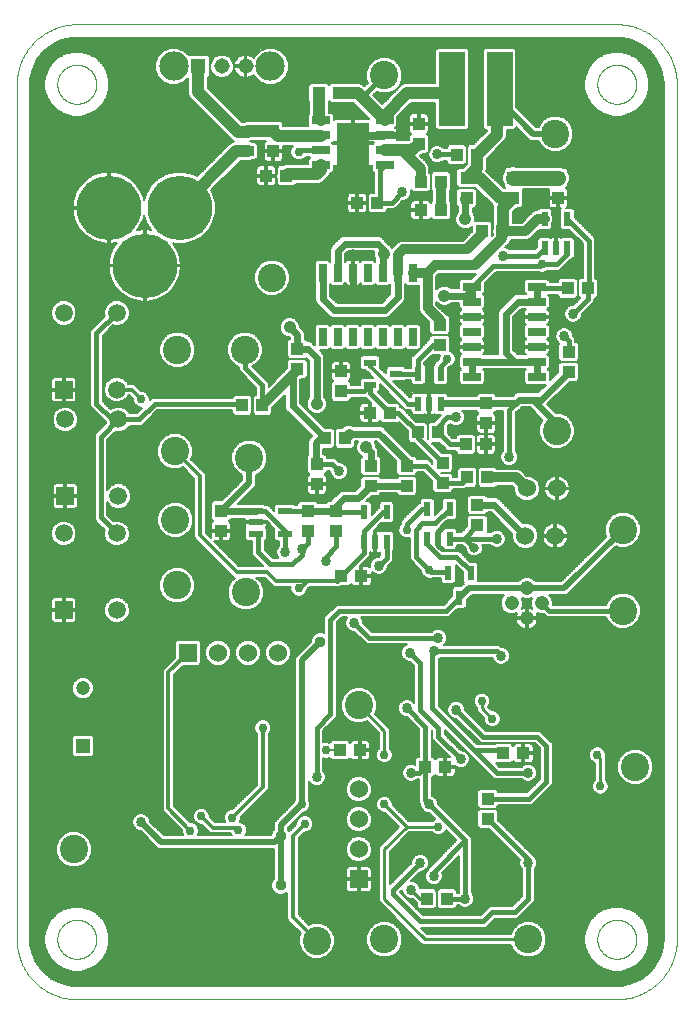
<source format=gtl>
G75*
%MOIN*%
%OFA0B0*%
%FSLAX25Y25*%
%IPPOS*%
%LPD*%
%AMOC8*
5,1,8,0,0,1.08239X$1,22.5*
%
%ADD10C,0.00200*%
%ADD11R,0.04331X0.03937*%
%ADD12R,0.02362X0.04724*%
%ADD13R,0.02559X0.06083*%
%ADD14R,0.06083X0.02559*%
%ADD15R,0.03937X0.04331*%
%ADD16R,0.06004X0.02559*%
%ADD17R,0.10669X0.13189*%
%ADD18R,0.08661X0.24803*%
%ADD19R,0.05150X0.05150*%
%ADD20C,0.05150*%
%ADD21C,0.09803*%
%ADD22R,0.03858X0.03425*%
%ADD23R,0.06024X0.06024*%
%ADD24C,0.06024*%
%ADD25C,0.06000*%
%ADD26R,0.04724X0.02362*%
%ADD27R,0.04134X0.02362*%
%ADD28C,0.05898*%
%ADD29R,0.05898X0.05898*%
%ADD30C,0.04756*%
%ADD31R,0.02362X0.04921*%
%ADD32C,0.21496*%
%ADD33C,0.09449*%
%ADD34R,0.04744X0.04744*%
%ADD35C,0.04744*%
%ADD36C,0.00000*%
%ADD37C,0.04000*%
%ADD38C,0.00600*%
%ADD39C,0.01500*%
%ADD40C,0.03200*%
%ADD41C,0.02000*%
%ADD42C,0.02978*%
%ADD43C,0.01200*%
%ADD44C,0.01000*%
%ADD45C,0.04159*%
%ADD46C,0.02400*%
%ADD47C,0.03372*%
%ADD48C,0.01600*%
%ADD49C,0.03765*%
%ADD50C,0.03175*%
%ADD51C,0.01400*%
%ADD52C,0.02500*%
%ADD53C,0.05000*%
%ADD54C,0.01300*%
%ADD55C,0.03500*%
D10*
X0017800Y0021300D02*
X0017800Y0306300D01*
X0017806Y0306783D01*
X0017823Y0307266D01*
X0017853Y0307749D01*
X0017893Y0308230D01*
X0017946Y0308711D01*
X0018010Y0309190D01*
X0018085Y0309667D01*
X0018173Y0310143D01*
X0018271Y0310616D01*
X0018381Y0311086D01*
X0018502Y0311554D01*
X0018635Y0312019D01*
X0018779Y0312480D01*
X0018934Y0312938D01*
X0019100Y0313392D01*
X0019277Y0313842D01*
X0019464Y0314287D01*
X0019663Y0314728D01*
X0019871Y0315164D01*
X0020091Y0315594D01*
X0020321Y0316020D01*
X0020561Y0316439D01*
X0020811Y0316853D01*
X0021071Y0317260D01*
X0021340Y0317661D01*
X0021620Y0318056D01*
X0021908Y0318443D01*
X0022207Y0318824D01*
X0022514Y0319197D01*
X0022830Y0319562D01*
X0023155Y0319920D01*
X0023488Y0320270D01*
X0023830Y0320612D01*
X0024180Y0320945D01*
X0024538Y0321270D01*
X0024903Y0321586D01*
X0025276Y0321893D01*
X0025657Y0322192D01*
X0026044Y0322480D01*
X0026439Y0322760D01*
X0026840Y0323029D01*
X0027247Y0323289D01*
X0027661Y0323539D01*
X0028080Y0323779D01*
X0028506Y0324009D01*
X0028936Y0324229D01*
X0029372Y0324437D01*
X0029813Y0324636D01*
X0030258Y0324823D01*
X0030708Y0325000D01*
X0031162Y0325166D01*
X0031620Y0325321D01*
X0032081Y0325465D01*
X0032546Y0325598D01*
X0033014Y0325719D01*
X0033484Y0325829D01*
X0033957Y0325927D01*
X0034433Y0326015D01*
X0034910Y0326090D01*
X0035389Y0326154D01*
X0035870Y0326207D01*
X0036351Y0326247D01*
X0036834Y0326277D01*
X0037317Y0326294D01*
X0037800Y0326300D01*
X0217800Y0326300D01*
X0218283Y0326294D01*
X0218766Y0326277D01*
X0219249Y0326247D01*
X0219730Y0326207D01*
X0220211Y0326154D01*
X0220690Y0326090D01*
X0221167Y0326015D01*
X0221643Y0325927D01*
X0222116Y0325829D01*
X0222586Y0325719D01*
X0223054Y0325598D01*
X0223519Y0325465D01*
X0223980Y0325321D01*
X0224438Y0325166D01*
X0224892Y0325000D01*
X0225342Y0324823D01*
X0225787Y0324636D01*
X0226228Y0324437D01*
X0226664Y0324229D01*
X0227094Y0324009D01*
X0227520Y0323779D01*
X0227939Y0323539D01*
X0228353Y0323289D01*
X0228760Y0323029D01*
X0229161Y0322760D01*
X0229556Y0322480D01*
X0229943Y0322192D01*
X0230324Y0321893D01*
X0230697Y0321586D01*
X0231062Y0321270D01*
X0231420Y0320945D01*
X0231770Y0320612D01*
X0232112Y0320270D01*
X0232445Y0319920D01*
X0232770Y0319562D01*
X0233086Y0319197D01*
X0233393Y0318824D01*
X0233692Y0318443D01*
X0233980Y0318056D01*
X0234260Y0317661D01*
X0234529Y0317260D01*
X0234789Y0316853D01*
X0235039Y0316439D01*
X0235279Y0316020D01*
X0235509Y0315594D01*
X0235729Y0315164D01*
X0235937Y0314728D01*
X0236136Y0314287D01*
X0236323Y0313842D01*
X0236500Y0313392D01*
X0236666Y0312938D01*
X0236821Y0312480D01*
X0236965Y0312019D01*
X0237098Y0311554D01*
X0237219Y0311086D01*
X0237329Y0310616D01*
X0237427Y0310143D01*
X0237515Y0309667D01*
X0237590Y0309190D01*
X0237654Y0308711D01*
X0237707Y0308230D01*
X0237747Y0307749D01*
X0237777Y0307266D01*
X0237794Y0306783D01*
X0237800Y0306300D01*
X0237800Y0021300D01*
X0237794Y0020817D01*
X0237777Y0020334D01*
X0237747Y0019851D01*
X0237707Y0019370D01*
X0237654Y0018889D01*
X0237590Y0018410D01*
X0237515Y0017933D01*
X0237427Y0017457D01*
X0237329Y0016984D01*
X0237219Y0016514D01*
X0237098Y0016046D01*
X0236965Y0015581D01*
X0236821Y0015120D01*
X0236666Y0014662D01*
X0236500Y0014208D01*
X0236323Y0013758D01*
X0236136Y0013313D01*
X0235937Y0012872D01*
X0235729Y0012436D01*
X0235509Y0012006D01*
X0235279Y0011580D01*
X0235039Y0011161D01*
X0234789Y0010747D01*
X0234529Y0010340D01*
X0234260Y0009939D01*
X0233980Y0009544D01*
X0233692Y0009157D01*
X0233393Y0008776D01*
X0233086Y0008403D01*
X0232770Y0008038D01*
X0232445Y0007680D01*
X0232112Y0007330D01*
X0231770Y0006988D01*
X0231420Y0006655D01*
X0231062Y0006330D01*
X0230697Y0006014D01*
X0230324Y0005707D01*
X0229943Y0005408D01*
X0229556Y0005120D01*
X0229161Y0004840D01*
X0228760Y0004571D01*
X0228353Y0004311D01*
X0227939Y0004061D01*
X0227520Y0003821D01*
X0227094Y0003591D01*
X0226664Y0003371D01*
X0226228Y0003163D01*
X0225787Y0002964D01*
X0225342Y0002777D01*
X0224892Y0002600D01*
X0224438Y0002434D01*
X0223980Y0002279D01*
X0223519Y0002135D01*
X0223054Y0002002D01*
X0222586Y0001881D01*
X0222116Y0001771D01*
X0221643Y0001673D01*
X0221167Y0001585D01*
X0220690Y0001510D01*
X0220211Y0001446D01*
X0219730Y0001393D01*
X0219249Y0001353D01*
X0218766Y0001323D01*
X0218283Y0001306D01*
X0217800Y0001300D01*
X0037800Y0001300D01*
X0037317Y0001306D01*
X0036834Y0001323D01*
X0036351Y0001353D01*
X0035870Y0001393D01*
X0035389Y0001446D01*
X0034910Y0001510D01*
X0034433Y0001585D01*
X0033957Y0001673D01*
X0033484Y0001771D01*
X0033014Y0001881D01*
X0032546Y0002002D01*
X0032081Y0002135D01*
X0031620Y0002279D01*
X0031162Y0002434D01*
X0030708Y0002600D01*
X0030258Y0002777D01*
X0029813Y0002964D01*
X0029372Y0003163D01*
X0028936Y0003371D01*
X0028506Y0003591D01*
X0028080Y0003821D01*
X0027661Y0004061D01*
X0027247Y0004311D01*
X0026840Y0004571D01*
X0026439Y0004840D01*
X0026044Y0005120D01*
X0025657Y0005408D01*
X0025276Y0005707D01*
X0024903Y0006014D01*
X0024538Y0006330D01*
X0024180Y0006655D01*
X0023830Y0006988D01*
X0023488Y0007330D01*
X0023155Y0007680D01*
X0022830Y0008038D01*
X0022514Y0008403D01*
X0022207Y0008776D01*
X0021908Y0009157D01*
X0021620Y0009544D01*
X0021340Y0009939D01*
X0021071Y0010340D01*
X0020811Y0010747D01*
X0020561Y0011161D01*
X0020321Y0011580D01*
X0020091Y0012006D01*
X0019871Y0012436D01*
X0019663Y0012872D01*
X0019464Y0013313D01*
X0019277Y0013758D01*
X0019100Y0014208D01*
X0018934Y0014662D01*
X0018779Y0015120D01*
X0018635Y0015581D01*
X0018502Y0016046D01*
X0018381Y0016514D01*
X0018271Y0016984D01*
X0018173Y0017457D01*
X0018085Y0017933D01*
X0018010Y0018410D01*
X0017946Y0018889D01*
X0017893Y0019370D01*
X0017853Y0019851D01*
X0017823Y0020334D01*
X0017806Y0020817D01*
X0017800Y0021300D01*
D11*
X0125454Y0084300D03*
X0132146Y0084300D03*
X0153954Y0078800D03*
X0160646Y0078800D03*
X0174800Y0068146D03*
X0174800Y0061454D03*
X0179954Y0083300D03*
X0186646Y0083300D03*
X0132646Y0142300D03*
X0125954Y0142300D03*
X0124300Y0157454D03*
X0124300Y0164146D03*
X0114800Y0164146D03*
X0114800Y0157454D03*
X0135800Y0172454D03*
X0135800Y0179146D03*
X0147800Y0179146D03*
X0147800Y0172454D03*
X0159800Y0173454D03*
X0159800Y0180146D03*
X0171300Y0166146D03*
X0171300Y0159454D03*
X0142146Y0196800D03*
X0135454Y0196800D03*
X0158800Y0219454D03*
X0158800Y0226146D03*
X0159146Y0264300D03*
X0152454Y0264300D03*
X0167800Y0268454D03*
X0167800Y0275146D03*
X0125146Y0303300D03*
X0118454Y0303300D03*
X0111300Y0218146D03*
X0111300Y0211454D03*
X0201800Y0210454D03*
X0201800Y0217146D03*
D12*
X0201229Y0251625D03*
X0197489Y0251625D03*
X0193749Y0251625D03*
X0193749Y0261468D03*
X0201229Y0261468D03*
X0159040Y0209721D03*
X0151560Y0209721D03*
X0151560Y0199879D03*
X0155300Y0199879D03*
X0159040Y0199879D03*
X0162040Y0164721D03*
X0154560Y0164721D03*
X0154560Y0154879D03*
X0158300Y0154879D03*
X0162040Y0154879D03*
X0141040Y0153879D03*
X0137300Y0153879D03*
X0133560Y0153879D03*
X0133560Y0163721D03*
X0141040Y0163721D03*
D13*
X0139800Y0222060D03*
X0134800Y0222060D03*
X0129800Y0222060D03*
X0124800Y0222060D03*
X0119800Y0222060D03*
X0119800Y0243540D03*
X0124800Y0243540D03*
X0129800Y0243540D03*
X0134800Y0243540D03*
X0139800Y0243540D03*
X0144800Y0243540D03*
X0149800Y0243540D03*
X0149800Y0222060D03*
X0144800Y0222060D03*
D14*
X0169560Y0223800D03*
X0169560Y0218800D03*
X0169560Y0213800D03*
X0169560Y0208800D03*
X0169560Y0228800D03*
X0169560Y0233800D03*
X0169560Y0238800D03*
X0191040Y0238800D03*
X0191040Y0233800D03*
X0191040Y0228800D03*
X0191040Y0223800D03*
X0191040Y0218800D03*
X0191040Y0213800D03*
X0191040Y0208800D03*
D15*
X0174280Y0199979D03*
X0174280Y0193286D03*
X0174146Y0186300D03*
X0167454Y0186300D03*
X0158146Y0190300D03*
X0151454Y0190300D03*
X0167954Y0175300D03*
X0174646Y0175300D03*
X0127146Y0188300D03*
X0120454Y0188300D03*
X0117800Y0179646D03*
X0117800Y0172954D03*
X0099646Y0199300D03*
X0092954Y0199300D03*
X0085800Y0164146D03*
X0085800Y0157454D03*
X0125800Y0203954D03*
X0125800Y0210646D03*
X0131278Y0266710D03*
X0137971Y0266710D03*
X0152454Y0273800D03*
X0159146Y0273800D03*
X0164454Y0282800D03*
X0171146Y0282800D03*
X0183300Y0275146D03*
X0183300Y0268454D03*
X0179646Y0257300D03*
X0172954Y0257300D03*
X0151800Y0286454D03*
X0151800Y0293146D03*
X0107646Y0275800D03*
X0100954Y0275800D03*
X0103300Y0283954D03*
X0103300Y0290646D03*
X0198300Y0275093D03*
X0198300Y0268400D03*
X0201454Y0238300D03*
X0208146Y0238300D03*
X0161146Y0034800D03*
X0154454Y0034800D03*
D16*
X0140383Y0279300D03*
X0140383Y0284300D03*
X0140383Y0289300D03*
X0140383Y0294300D03*
X0119217Y0294300D03*
X0119217Y0289300D03*
X0119217Y0284300D03*
X0119217Y0279300D03*
D17*
X0129800Y0286800D03*
D18*
X0162926Y0304800D03*
X0178713Y0304800D03*
D19*
X0078300Y0312300D03*
D20*
X0086174Y0312300D03*
X0094048Y0312300D03*
D21*
X0102316Y0312300D03*
X0070032Y0312300D03*
D22*
X0094800Y0290509D03*
X0094800Y0284091D03*
D23*
X0074860Y0116851D03*
X0131800Y0041300D03*
D24*
X0131800Y0051300D03*
X0131800Y0061300D03*
X0131800Y0071300D03*
X0104860Y0116851D03*
X0094860Y0116851D03*
X0084860Y0116851D03*
D25*
X0187300Y0155800D03*
X0197300Y0155800D03*
X0197846Y0171582D03*
X0187846Y0171582D03*
D26*
X0107221Y0164040D03*
X0107221Y0156560D03*
X0097379Y0156560D03*
X0097379Y0160300D03*
X0097379Y0164040D03*
D27*
X0135469Y0206060D03*
X0135469Y0213540D03*
X0144131Y0209800D03*
D28*
X0051158Y0204505D03*
X0051658Y0194595D03*
X0033942Y0194595D03*
X0051658Y0169005D03*
X0051158Y0156595D03*
X0033442Y0156595D03*
X0051158Y0131005D03*
X0051158Y0230095D03*
X0033442Y0230095D03*
D29*
X0033442Y0204505D03*
X0033942Y0169005D03*
X0033442Y0131005D03*
D30*
X0182800Y0133300D03*
X0187800Y0128300D03*
X0192800Y0133300D03*
X0187800Y0138300D03*
D31*
X0169040Y0143434D03*
X0165300Y0135166D03*
X0161560Y0143434D03*
D32*
X0072076Y0265174D03*
X0060461Y0245883D03*
X0048454Y0265174D03*
D33*
X0071300Y0217800D03*
X0093800Y0217800D03*
X0102800Y0241800D03*
X0070515Y0183970D03*
X0070607Y0161115D03*
X0071248Y0139296D03*
X0094119Y0136951D03*
X0095300Y0181800D03*
X0131800Y0099300D03*
X0140300Y0021300D03*
X0117800Y0020800D03*
X0188300Y0021300D03*
X0223926Y0078725D03*
X0219800Y0130800D03*
X0219800Y0157800D03*
X0197800Y0190793D03*
X0197300Y0289800D03*
X0140300Y0309300D03*
X0036800Y0051300D03*
D34*
X0039800Y0085800D03*
D35*
X0039800Y0105013D03*
D36*
X0031300Y0021300D02*
X0031302Y0021461D01*
X0031308Y0021621D01*
X0031318Y0021782D01*
X0031332Y0021942D01*
X0031350Y0022102D01*
X0031371Y0022261D01*
X0031397Y0022420D01*
X0031427Y0022578D01*
X0031460Y0022735D01*
X0031498Y0022892D01*
X0031539Y0023047D01*
X0031584Y0023201D01*
X0031633Y0023354D01*
X0031686Y0023506D01*
X0031742Y0023657D01*
X0031803Y0023806D01*
X0031866Y0023954D01*
X0031934Y0024100D01*
X0032005Y0024244D01*
X0032079Y0024386D01*
X0032157Y0024527D01*
X0032239Y0024665D01*
X0032324Y0024802D01*
X0032412Y0024936D01*
X0032504Y0025068D01*
X0032599Y0025198D01*
X0032697Y0025326D01*
X0032798Y0025451D01*
X0032902Y0025573D01*
X0033009Y0025693D01*
X0033119Y0025810D01*
X0033232Y0025925D01*
X0033348Y0026036D01*
X0033467Y0026145D01*
X0033588Y0026250D01*
X0033712Y0026353D01*
X0033838Y0026453D01*
X0033966Y0026549D01*
X0034097Y0026642D01*
X0034231Y0026732D01*
X0034366Y0026819D01*
X0034504Y0026902D01*
X0034643Y0026982D01*
X0034785Y0027058D01*
X0034928Y0027131D01*
X0035073Y0027200D01*
X0035220Y0027266D01*
X0035368Y0027328D01*
X0035518Y0027386D01*
X0035669Y0027441D01*
X0035822Y0027492D01*
X0035976Y0027539D01*
X0036131Y0027582D01*
X0036287Y0027621D01*
X0036443Y0027657D01*
X0036601Y0027688D01*
X0036759Y0027716D01*
X0036918Y0027740D01*
X0037078Y0027760D01*
X0037238Y0027776D01*
X0037398Y0027788D01*
X0037559Y0027796D01*
X0037720Y0027800D01*
X0037880Y0027800D01*
X0038041Y0027796D01*
X0038202Y0027788D01*
X0038362Y0027776D01*
X0038522Y0027760D01*
X0038682Y0027740D01*
X0038841Y0027716D01*
X0038999Y0027688D01*
X0039157Y0027657D01*
X0039313Y0027621D01*
X0039469Y0027582D01*
X0039624Y0027539D01*
X0039778Y0027492D01*
X0039931Y0027441D01*
X0040082Y0027386D01*
X0040232Y0027328D01*
X0040380Y0027266D01*
X0040527Y0027200D01*
X0040672Y0027131D01*
X0040815Y0027058D01*
X0040957Y0026982D01*
X0041096Y0026902D01*
X0041234Y0026819D01*
X0041369Y0026732D01*
X0041503Y0026642D01*
X0041634Y0026549D01*
X0041762Y0026453D01*
X0041888Y0026353D01*
X0042012Y0026250D01*
X0042133Y0026145D01*
X0042252Y0026036D01*
X0042368Y0025925D01*
X0042481Y0025810D01*
X0042591Y0025693D01*
X0042698Y0025573D01*
X0042802Y0025451D01*
X0042903Y0025326D01*
X0043001Y0025198D01*
X0043096Y0025068D01*
X0043188Y0024936D01*
X0043276Y0024802D01*
X0043361Y0024665D01*
X0043443Y0024527D01*
X0043521Y0024386D01*
X0043595Y0024244D01*
X0043666Y0024100D01*
X0043734Y0023954D01*
X0043797Y0023806D01*
X0043858Y0023657D01*
X0043914Y0023506D01*
X0043967Y0023354D01*
X0044016Y0023201D01*
X0044061Y0023047D01*
X0044102Y0022892D01*
X0044140Y0022735D01*
X0044173Y0022578D01*
X0044203Y0022420D01*
X0044229Y0022261D01*
X0044250Y0022102D01*
X0044268Y0021942D01*
X0044282Y0021782D01*
X0044292Y0021621D01*
X0044298Y0021461D01*
X0044300Y0021300D01*
X0044298Y0021139D01*
X0044292Y0020979D01*
X0044282Y0020818D01*
X0044268Y0020658D01*
X0044250Y0020498D01*
X0044229Y0020339D01*
X0044203Y0020180D01*
X0044173Y0020022D01*
X0044140Y0019865D01*
X0044102Y0019708D01*
X0044061Y0019553D01*
X0044016Y0019399D01*
X0043967Y0019246D01*
X0043914Y0019094D01*
X0043858Y0018943D01*
X0043797Y0018794D01*
X0043734Y0018646D01*
X0043666Y0018500D01*
X0043595Y0018356D01*
X0043521Y0018214D01*
X0043443Y0018073D01*
X0043361Y0017935D01*
X0043276Y0017798D01*
X0043188Y0017664D01*
X0043096Y0017532D01*
X0043001Y0017402D01*
X0042903Y0017274D01*
X0042802Y0017149D01*
X0042698Y0017027D01*
X0042591Y0016907D01*
X0042481Y0016790D01*
X0042368Y0016675D01*
X0042252Y0016564D01*
X0042133Y0016455D01*
X0042012Y0016350D01*
X0041888Y0016247D01*
X0041762Y0016147D01*
X0041634Y0016051D01*
X0041503Y0015958D01*
X0041369Y0015868D01*
X0041234Y0015781D01*
X0041096Y0015698D01*
X0040957Y0015618D01*
X0040815Y0015542D01*
X0040672Y0015469D01*
X0040527Y0015400D01*
X0040380Y0015334D01*
X0040232Y0015272D01*
X0040082Y0015214D01*
X0039931Y0015159D01*
X0039778Y0015108D01*
X0039624Y0015061D01*
X0039469Y0015018D01*
X0039313Y0014979D01*
X0039157Y0014943D01*
X0038999Y0014912D01*
X0038841Y0014884D01*
X0038682Y0014860D01*
X0038522Y0014840D01*
X0038362Y0014824D01*
X0038202Y0014812D01*
X0038041Y0014804D01*
X0037880Y0014800D01*
X0037720Y0014800D01*
X0037559Y0014804D01*
X0037398Y0014812D01*
X0037238Y0014824D01*
X0037078Y0014840D01*
X0036918Y0014860D01*
X0036759Y0014884D01*
X0036601Y0014912D01*
X0036443Y0014943D01*
X0036287Y0014979D01*
X0036131Y0015018D01*
X0035976Y0015061D01*
X0035822Y0015108D01*
X0035669Y0015159D01*
X0035518Y0015214D01*
X0035368Y0015272D01*
X0035220Y0015334D01*
X0035073Y0015400D01*
X0034928Y0015469D01*
X0034785Y0015542D01*
X0034643Y0015618D01*
X0034504Y0015698D01*
X0034366Y0015781D01*
X0034231Y0015868D01*
X0034097Y0015958D01*
X0033966Y0016051D01*
X0033838Y0016147D01*
X0033712Y0016247D01*
X0033588Y0016350D01*
X0033467Y0016455D01*
X0033348Y0016564D01*
X0033232Y0016675D01*
X0033119Y0016790D01*
X0033009Y0016907D01*
X0032902Y0017027D01*
X0032798Y0017149D01*
X0032697Y0017274D01*
X0032599Y0017402D01*
X0032504Y0017532D01*
X0032412Y0017664D01*
X0032324Y0017798D01*
X0032239Y0017935D01*
X0032157Y0018073D01*
X0032079Y0018214D01*
X0032005Y0018356D01*
X0031934Y0018500D01*
X0031866Y0018646D01*
X0031803Y0018794D01*
X0031742Y0018943D01*
X0031686Y0019094D01*
X0031633Y0019246D01*
X0031584Y0019399D01*
X0031539Y0019553D01*
X0031498Y0019708D01*
X0031460Y0019865D01*
X0031427Y0020022D01*
X0031397Y0020180D01*
X0031371Y0020339D01*
X0031350Y0020498D01*
X0031332Y0020658D01*
X0031318Y0020818D01*
X0031308Y0020979D01*
X0031302Y0021139D01*
X0031300Y0021300D01*
X0211300Y0021300D02*
X0211302Y0021461D01*
X0211308Y0021621D01*
X0211318Y0021782D01*
X0211332Y0021942D01*
X0211350Y0022102D01*
X0211371Y0022261D01*
X0211397Y0022420D01*
X0211427Y0022578D01*
X0211460Y0022735D01*
X0211498Y0022892D01*
X0211539Y0023047D01*
X0211584Y0023201D01*
X0211633Y0023354D01*
X0211686Y0023506D01*
X0211742Y0023657D01*
X0211803Y0023806D01*
X0211866Y0023954D01*
X0211934Y0024100D01*
X0212005Y0024244D01*
X0212079Y0024386D01*
X0212157Y0024527D01*
X0212239Y0024665D01*
X0212324Y0024802D01*
X0212412Y0024936D01*
X0212504Y0025068D01*
X0212599Y0025198D01*
X0212697Y0025326D01*
X0212798Y0025451D01*
X0212902Y0025573D01*
X0213009Y0025693D01*
X0213119Y0025810D01*
X0213232Y0025925D01*
X0213348Y0026036D01*
X0213467Y0026145D01*
X0213588Y0026250D01*
X0213712Y0026353D01*
X0213838Y0026453D01*
X0213966Y0026549D01*
X0214097Y0026642D01*
X0214231Y0026732D01*
X0214366Y0026819D01*
X0214504Y0026902D01*
X0214643Y0026982D01*
X0214785Y0027058D01*
X0214928Y0027131D01*
X0215073Y0027200D01*
X0215220Y0027266D01*
X0215368Y0027328D01*
X0215518Y0027386D01*
X0215669Y0027441D01*
X0215822Y0027492D01*
X0215976Y0027539D01*
X0216131Y0027582D01*
X0216287Y0027621D01*
X0216443Y0027657D01*
X0216601Y0027688D01*
X0216759Y0027716D01*
X0216918Y0027740D01*
X0217078Y0027760D01*
X0217238Y0027776D01*
X0217398Y0027788D01*
X0217559Y0027796D01*
X0217720Y0027800D01*
X0217880Y0027800D01*
X0218041Y0027796D01*
X0218202Y0027788D01*
X0218362Y0027776D01*
X0218522Y0027760D01*
X0218682Y0027740D01*
X0218841Y0027716D01*
X0218999Y0027688D01*
X0219157Y0027657D01*
X0219313Y0027621D01*
X0219469Y0027582D01*
X0219624Y0027539D01*
X0219778Y0027492D01*
X0219931Y0027441D01*
X0220082Y0027386D01*
X0220232Y0027328D01*
X0220380Y0027266D01*
X0220527Y0027200D01*
X0220672Y0027131D01*
X0220815Y0027058D01*
X0220957Y0026982D01*
X0221096Y0026902D01*
X0221234Y0026819D01*
X0221369Y0026732D01*
X0221503Y0026642D01*
X0221634Y0026549D01*
X0221762Y0026453D01*
X0221888Y0026353D01*
X0222012Y0026250D01*
X0222133Y0026145D01*
X0222252Y0026036D01*
X0222368Y0025925D01*
X0222481Y0025810D01*
X0222591Y0025693D01*
X0222698Y0025573D01*
X0222802Y0025451D01*
X0222903Y0025326D01*
X0223001Y0025198D01*
X0223096Y0025068D01*
X0223188Y0024936D01*
X0223276Y0024802D01*
X0223361Y0024665D01*
X0223443Y0024527D01*
X0223521Y0024386D01*
X0223595Y0024244D01*
X0223666Y0024100D01*
X0223734Y0023954D01*
X0223797Y0023806D01*
X0223858Y0023657D01*
X0223914Y0023506D01*
X0223967Y0023354D01*
X0224016Y0023201D01*
X0224061Y0023047D01*
X0224102Y0022892D01*
X0224140Y0022735D01*
X0224173Y0022578D01*
X0224203Y0022420D01*
X0224229Y0022261D01*
X0224250Y0022102D01*
X0224268Y0021942D01*
X0224282Y0021782D01*
X0224292Y0021621D01*
X0224298Y0021461D01*
X0224300Y0021300D01*
X0224298Y0021139D01*
X0224292Y0020979D01*
X0224282Y0020818D01*
X0224268Y0020658D01*
X0224250Y0020498D01*
X0224229Y0020339D01*
X0224203Y0020180D01*
X0224173Y0020022D01*
X0224140Y0019865D01*
X0224102Y0019708D01*
X0224061Y0019553D01*
X0224016Y0019399D01*
X0223967Y0019246D01*
X0223914Y0019094D01*
X0223858Y0018943D01*
X0223797Y0018794D01*
X0223734Y0018646D01*
X0223666Y0018500D01*
X0223595Y0018356D01*
X0223521Y0018214D01*
X0223443Y0018073D01*
X0223361Y0017935D01*
X0223276Y0017798D01*
X0223188Y0017664D01*
X0223096Y0017532D01*
X0223001Y0017402D01*
X0222903Y0017274D01*
X0222802Y0017149D01*
X0222698Y0017027D01*
X0222591Y0016907D01*
X0222481Y0016790D01*
X0222368Y0016675D01*
X0222252Y0016564D01*
X0222133Y0016455D01*
X0222012Y0016350D01*
X0221888Y0016247D01*
X0221762Y0016147D01*
X0221634Y0016051D01*
X0221503Y0015958D01*
X0221369Y0015868D01*
X0221234Y0015781D01*
X0221096Y0015698D01*
X0220957Y0015618D01*
X0220815Y0015542D01*
X0220672Y0015469D01*
X0220527Y0015400D01*
X0220380Y0015334D01*
X0220232Y0015272D01*
X0220082Y0015214D01*
X0219931Y0015159D01*
X0219778Y0015108D01*
X0219624Y0015061D01*
X0219469Y0015018D01*
X0219313Y0014979D01*
X0219157Y0014943D01*
X0218999Y0014912D01*
X0218841Y0014884D01*
X0218682Y0014860D01*
X0218522Y0014840D01*
X0218362Y0014824D01*
X0218202Y0014812D01*
X0218041Y0014804D01*
X0217880Y0014800D01*
X0217720Y0014800D01*
X0217559Y0014804D01*
X0217398Y0014812D01*
X0217238Y0014824D01*
X0217078Y0014840D01*
X0216918Y0014860D01*
X0216759Y0014884D01*
X0216601Y0014912D01*
X0216443Y0014943D01*
X0216287Y0014979D01*
X0216131Y0015018D01*
X0215976Y0015061D01*
X0215822Y0015108D01*
X0215669Y0015159D01*
X0215518Y0015214D01*
X0215368Y0015272D01*
X0215220Y0015334D01*
X0215073Y0015400D01*
X0214928Y0015469D01*
X0214785Y0015542D01*
X0214643Y0015618D01*
X0214504Y0015698D01*
X0214366Y0015781D01*
X0214231Y0015868D01*
X0214097Y0015958D01*
X0213966Y0016051D01*
X0213838Y0016147D01*
X0213712Y0016247D01*
X0213588Y0016350D01*
X0213467Y0016455D01*
X0213348Y0016564D01*
X0213232Y0016675D01*
X0213119Y0016790D01*
X0213009Y0016907D01*
X0212902Y0017027D01*
X0212798Y0017149D01*
X0212697Y0017274D01*
X0212599Y0017402D01*
X0212504Y0017532D01*
X0212412Y0017664D01*
X0212324Y0017798D01*
X0212239Y0017935D01*
X0212157Y0018073D01*
X0212079Y0018214D01*
X0212005Y0018356D01*
X0211934Y0018500D01*
X0211866Y0018646D01*
X0211803Y0018794D01*
X0211742Y0018943D01*
X0211686Y0019094D01*
X0211633Y0019246D01*
X0211584Y0019399D01*
X0211539Y0019553D01*
X0211498Y0019708D01*
X0211460Y0019865D01*
X0211427Y0020022D01*
X0211397Y0020180D01*
X0211371Y0020339D01*
X0211350Y0020498D01*
X0211332Y0020658D01*
X0211318Y0020818D01*
X0211308Y0020979D01*
X0211302Y0021139D01*
X0211300Y0021300D01*
X0211300Y0306300D02*
X0211302Y0306461D01*
X0211308Y0306621D01*
X0211318Y0306782D01*
X0211332Y0306942D01*
X0211350Y0307102D01*
X0211371Y0307261D01*
X0211397Y0307420D01*
X0211427Y0307578D01*
X0211460Y0307735D01*
X0211498Y0307892D01*
X0211539Y0308047D01*
X0211584Y0308201D01*
X0211633Y0308354D01*
X0211686Y0308506D01*
X0211742Y0308657D01*
X0211803Y0308806D01*
X0211866Y0308954D01*
X0211934Y0309100D01*
X0212005Y0309244D01*
X0212079Y0309386D01*
X0212157Y0309527D01*
X0212239Y0309665D01*
X0212324Y0309802D01*
X0212412Y0309936D01*
X0212504Y0310068D01*
X0212599Y0310198D01*
X0212697Y0310326D01*
X0212798Y0310451D01*
X0212902Y0310573D01*
X0213009Y0310693D01*
X0213119Y0310810D01*
X0213232Y0310925D01*
X0213348Y0311036D01*
X0213467Y0311145D01*
X0213588Y0311250D01*
X0213712Y0311353D01*
X0213838Y0311453D01*
X0213966Y0311549D01*
X0214097Y0311642D01*
X0214231Y0311732D01*
X0214366Y0311819D01*
X0214504Y0311902D01*
X0214643Y0311982D01*
X0214785Y0312058D01*
X0214928Y0312131D01*
X0215073Y0312200D01*
X0215220Y0312266D01*
X0215368Y0312328D01*
X0215518Y0312386D01*
X0215669Y0312441D01*
X0215822Y0312492D01*
X0215976Y0312539D01*
X0216131Y0312582D01*
X0216287Y0312621D01*
X0216443Y0312657D01*
X0216601Y0312688D01*
X0216759Y0312716D01*
X0216918Y0312740D01*
X0217078Y0312760D01*
X0217238Y0312776D01*
X0217398Y0312788D01*
X0217559Y0312796D01*
X0217720Y0312800D01*
X0217880Y0312800D01*
X0218041Y0312796D01*
X0218202Y0312788D01*
X0218362Y0312776D01*
X0218522Y0312760D01*
X0218682Y0312740D01*
X0218841Y0312716D01*
X0218999Y0312688D01*
X0219157Y0312657D01*
X0219313Y0312621D01*
X0219469Y0312582D01*
X0219624Y0312539D01*
X0219778Y0312492D01*
X0219931Y0312441D01*
X0220082Y0312386D01*
X0220232Y0312328D01*
X0220380Y0312266D01*
X0220527Y0312200D01*
X0220672Y0312131D01*
X0220815Y0312058D01*
X0220957Y0311982D01*
X0221096Y0311902D01*
X0221234Y0311819D01*
X0221369Y0311732D01*
X0221503Y0311642D01*
X0221634Y0311549D01*
X0221762Y0311453D01*
X0221888Y0311353D01*
X0222012Y0311250D01*
X0222133Y0311145D01*
X0222252Y0311036D01*
X0222368Y0310925D01*
X0222481Y0310810D01*
X0222591Y0310693D01*
X0222698Y0310573D01*
X0222802Y0310451D01*
X0222903Y0310326D01*
X0223001Y0310198D01*
X0223096Y0310068D01*
X0223188Y0309936D01*
X0223276Y0309802D01*
X0223361Y0309665D01*
X0223443Y0309527D01*
X0223521Y0309386D01*
X0223595Y0309244D01*
X0223666Y0309100D01*
X0223734Y0308954D01*
X0223797Y0308806D01*
X0223858Y0308657D01*
X0223914Y0308506D01*
X0223967Y0308354D01*
X0224016Y0308201D01*
X0224061Y0308047D01*
X0224102Y0307892D01*
X0224140Y0307735D01*
X0224173Y0307578D01*
X0224203Y0307420D01*
X0224229Y0307261D01*
X0224250Y0307102D01*
X0224268Y0306942D01*
X0224282Y0306782D01*
X0224292Y0306621D01*
X0224298Y0306461D01*
X0224300Y0306300D01*
X0224298Y0306139D01*
X0224292Y0305979D01*
X0224282Y0305818D01*
X0224268Y0305658D01*
X0224250Y0305498D01*
X0224229Y0305339D01*
X0224203Y0305180D01*
X0224173Y0305022D01*
X0224140Y0304865D01*
X0224102Y0304708D01*
X0224061Y0304553D01*
X0224016Y0304399D01*
X0223967Y0304246D01*
X0223914Y0304094D01*
X0223858Y0303943D01*
X0223797Y0303794D01*
X0223734Y0303646D01*
X0223666Y0303500D01*
X0223595Y0303356D01*
X0223521Y0303214D01*
X0223443Y0303073D01*
X0223361Y0302935D01*
X0223276Y0302798D01*
X0223188Y0302664D01*
X0223096Y0302532D01*
X0223001Y0302402D01*
X0222903Y0302274D01*
X0222802Y0302149D01*
X0222698Y0302027D01*
X0222591Y0301907D01*
X0222481Y0301790D01*
X0222368Y0301675D01*
X0222252Y0301564D01*
X0222133Y0301455D01*
X0222012Y0301350D01*
X0221888Y0301247D01*
X0221762Y0301147D01*
X0221634Y0301051D01*
X0221503Y0300958D01*
X0221369Y0300868D01*
X0221234Y0300781D01*
X0221096Y0300698D01*
X0220957Y0300618D01*
X0220815Y0300542D01*
X0220672Y0300469D01*
X0220527Y0300400D01*
X0220380Y0300334D01*
X0220232Y0300272D01*
X0220082Y0300214D01*
X0219931Y0300159D01*
X0219778Y0300108D01*
X0219624Y0300061D01*
X0219469Y0300018D01*
X0219313Y0299979D01*
X0219157Y0299943D01*
X0218999Y0299912D01*
X0218841Y0299884D01*
X0218682Y0299860D01*
X0218522Y0299840D01*
X0218362Y0299824D01*
X0218202Y0299812D01*
X0218041Y0299804D01*
X0217880Y0299800D01*
X0217720Y0299800D01*
X0217559Y0299804D01*
X0217398Y0299812D01*
X0217238Y0299824D01*
X0217078Y0299840D01*
X0216918Y0299860D01*
X0216759Y0299884D01*
X0216601Y0299912D01*
X0216443Y0299943D01*
X0216287Y0299979D01*
X0216131Y0300018D01*
X0215976Y0300061D01*
X0215822Y0300108D01*
X0215669Y0300159D01*
X0215518Y0300214D01*
X0215368Y0300272D01*
X0215220Y0300334D01*
X0215073Y0300400D01*
X0214928Y0300469D01*
X0214785Y0300542D01*
X0214643Y0300618D01*
X0214504Y0300698D01*
X0214366Y0300781D01*
X0214231Y0300868D01*
X0214097Y0300958D01*
X0213966Y0301051D01*
X0213838Y0301147D01*
X0213712Y0301247D01*
X0213588Y0301350D01*
X0213467Y0301455D01*
X0213348Y0301564D01*
X0213232Y0301675D01*
X0213119Y0301790D01*
X0213009Y0301907D01*
X0212902Y0302027D01*
X0212798Y0302149D01*
X0212697Y0302274D01*
X0212599Y0302402D01*
X0212504Y0302532D01*
X0212412Y0302664D01*
X0212324Y0302798D01*
X0212239Y0302935D01*
X0212157Y0303073D01*
X0212079Y0303214D01*
X0212005Y0303356D01*
X0211934Y0303500D01*
X0211866Y0303646D01*
X0211803Y0303794D01*
X0211742Y0303943D01*
X0211686Y0304094D01*
X0211633Y0304246D01*
X0211584Y0304399D01*
X0211539Y0304553D01*
X0211498Y0304708D01*
X0211460Y0304865D01*
X0211427Y0305022D01*
X0211397Y0305180D01*
X0211371Y0305339D01*
X0211350Y0305498D01*
X0211332Y0305658D01*
X0211318Y0305818D01*
X0211308Y0305979D01*
X0211302Y0306139D01*
X0211300Y0306300D01*
X0031300Y0306300D02*
X0031302Y0306461D01*
X0031308Y0306621D01*
X0031318Y0306782D01*
X0031332Y0306942D01*
X0031350Y0307102D01*
X0031371Y0307261D01*
X0031397Y0307420D01*
X0031427Y0307578D01*
X0031460Y0307735D01*
X0031498Y0307892D01*
X0031539Y0308047D01*
X0031584Y0308201D01*
X0031633Y0308354D01*
X0031686Y0308506D01*
X0031742Y0308657D01*
X0031803Y0308806D01*
X0031866Y0308954D01*
X0031934Y0309100D01*
X0032005Y0309244D01*
X0032079Y0309386D01*
X0032157Y0309527D01*
X0032239Y0309665D01*
X0032324Y0309802D01*
X0032412Y0309936D01*
X0032504Y0310068D01*
X0032599Y0310198D01*
X0032697Y0310326D01*
X0032798Y0310451D01*
X0032902Y0310573D01*
X0033009Y0310693D01*
X0033119Y0310810D01*
X0033232Y0310925D01*
X0033348Y0311036D01*
X0033467Y0311145D01*
X0033588Y0311250D01*
X0033712Y0311353D01*
X0033838Y0311453D01*
X0033966Y0311549D01*
X0034097Y0311642D01*
X0034231Y0311732D01*
X0034366Y0311819D01*
X0034504Y0311902D01*
X0034643Y0311982D01*
X0034785Y0312058D01*
X0034928Y0312131D01*
X0035073Y0312200D01*
X0035220Y0312266D01*
X0035368Y0312328D01*
X0035518Y0312386D01*
X0035669Y0312441D01*
X0035822Y0312492D01*
X0035976Y0312539D01*
X0036131Y0312582D01*
X0036287Y0312621D01*
X0036443Y0312657D01*
X0036601Y0312688D01*
X0036759Y0312716D01*
X0036918Y0312740D01*
X0037078Y0312760D01*
X0037238Y0312776D01*
X0037398Y0312788D01*
X0037559Y0312796D01*
X0037720Y0312800D01*
X0037880Y0312800D01*
X0038041Y0312796D01*
X0038202Y0312788D01*
X0038362Y0312776D01*
X0038522Y0312760D01*
X0038682Y0312740D01*
X0038841Y0312716D01*
X0038999Y0312688D01*
X0039157Y0312657D01*
X0039313Y0312621D01*
X0039469Y0312582D01*
X0039624Y0312539D01*
X0039778Y0312492D01*
X0039931Y0312441D01*
X0040082Y0312386D01*
X0040232Y0312328D01*
X0040380Y0312266D01*
X0040527Y0312200D01*
X0040672Y0312131D01*
X0040815Y0312058D01*
X0040957Y0311982D01*
X0041096Y0311902D01*
X0041234Y0311819D01*
X0041369Y0311732D01*
X0041503Y0311642D01*
X0041634Y0311549D01*
X0041762Y0311453D01*
X0041888Y0311353D01*
X0042012Y0311250D01*
X0042133Y0311145D01*
X0042252Y0311036D01*
X0042368Y0310925D01*
X0042481Y0310810D01*
X0042591Y0310693D01*
X0042698Y0310573D01*
X0042802Y0310451D01*
X0042903Y0310326D01*
X0043001Y0310198D01*
X0043096Y0310068D01*
X0043188Y0309936D01*
X0043276Y0309802D01*
X0043361Y0309665D01*
X0043443Y0309527D01*
X0043521Y0309386D01*
X0043595Y0309244D01*
X0043666Y0309100D01*
X0043734Y0308954D01*
X0043797Y0308806D01*
X0043858Y0308657D01*
X0043914Y0308506D01*
X0043967Y0308354D01*
X0044016Y0308201D01*
X0044061Y0308047D01*
X0044102Y0307892D01*
X0044140Y0307735D01*
X0044173Y0307578D01*
X0044203Y0307420D01*
X0044229Y0307261D01*
X0044250Y0307102D01*
X0044268Y0306942D01*
X0044282Y0306782D01*
X0044292Y0306621D01*
X0044298Y0306461D01*
X0044300Y0306300D01*
X0044298Y0306139D01*
X0044292Y0305979D01*
X0044282Y0305818D01*
X0044268Y0305658D01*
X0044250Y0305498D01*
X0044229Y0305339D01*
X0044203Y0305180D01*
X0044173Y0305022D01*
X0044140Y0304865D01*
X0044102Y0304708D01*
X0044061Y0304553D01*
X0044016Y0304399D01*
X0043967Y0304246D01*
X0043914Y0304094D01*
X0043858Y0303943D01*
X0043797Y0303794D01*
X0043734Y0303646D01*
X0043666Y0303500D01*
X0043595Y0303356D01*
X0043521Y0303214D01*
X0043443Y0303073D01*
X0043361Y0302935D01*
X0043276Y0302798D01*
X0043188Y0302664D01*
X0043096Y0302532D01*
X0043001Y0302402D01*
X0042903Y0302274D01*
X0042802Y0302149D01*
X0042698Y0302027D01*
X0042591Y0301907D01*
X0042481Y0301790D01*
X0042368Y0301675D01*
X0042252Y0301564D01*
X0042133Y0301455D01*
X0042012Y0301350D01*
X0041888Y0301247D01*
X0041762Y0301147D01*
X0041634Y0301051D01*
X0041503Y0300958D01*
X0041369Y0300868D01*
X0041234Y0300781D01*
X0041096Y0300698D01*
X0040957Y0300618D01*
X0040815Y0300542D01*
X0040672Y0300469D01*
X0040527Y0300400D01*
X0040380Y0300334D01*
X0040232Y0300272D01*
X0040082Y0300214D01*
X0039931Y0300159D01*
X0039778Y0300108D01*
X0039624Y0300061D01*
X0039469Y0300018D01*
X0039313Y0299979D01*
X0039157Y0299943D01*
X0038999Y0299912D01*
X0038841Y0299884D01*
X0038682Y0299860D01*
X0038522Y0299840D01*
X0038362Y0299824D01*
X0038202Y0299812D01*
X0038041Y0299804D01*
X0037880Y0299800D01*
X0037720Y0299800D01*
X0037559Y0299804D01*
X0037398Y0299812D01*
X0037238Y0299824D01*
X0037078Y0299840D01*
X0036918Y0299860D01*
X0036759Y0299884D01*
X0036601Y0299912D01*
X0036443Y0299943D01*
X0036287Y0299979D01*
X0036131Y0300018D01*
X0035976Y0300061D01*
X0035822Y0300108D01*
X0035669Y0300159D01*
X0035518Y0300214D01*
X0035368Y0300272D01*
X0035220Y0300334D01*
X0035073Y0300400D01*
X0034928Y0300469D01*
X0034785Y0300542D01*
X0034643Y0300618D01*
X0034504Y0300698D01*
X0034366Y0300781D01*
X0034231Y0300868D01*
X0034097Y0300958D01*
X0033966Y0301051D01*
X0033838Y0301147D01*
X0033712Y0301247D01*
X0033588Y0301350D01*
X0033467Y0301455D01*
X0033348Y0301564D01*
X0033232Y0301675D01*
X0033119Y0301790D01*
X0033009Y0301907D01*
X0032902Y0302027D01*
X0032798Y0302149D01*
X0032697Y0302274D01*
X0032599Y0302402D01*
X0032504Y0302532D01*
X0032412Y0302664D01*
X0032324Y0302798D01*
X0032239Y0302935D01*
X0032157Y0303073D01*
X0032079Y0303214D01*
X0032005Y0303356D01*
X0031934Y0303500D01*
X0031866Y0303646D01*
X0031803Y0303794D01*
X0031742Y0303943D01*
X0031686Y0304094D01*
X0031633Y0304246D01*
X0031584Y0304399D01*
X0031539Y0304553D01*
X0031498Y0304708D01*
X0031460Y0304865D01*
X0031427Y0305022D01*
X0031397Y0305180D01*
X0031371Y0305339D01*
X0031350Y0305498D01*
X0031332Y0305658D01*
X0031318Y0305818D01*
X0031308Y0305979D01*
X0031302Y0306139D01*
X0031300Y0306300D01*
D37*
X0072076Y0265174D02*
X0090993Y0284091D01*
X0094800Y0284091D01*
X0094800Y0290509D02*
X0091438Y0290509D01*
X0078300Y0303646D01*
X0078300Y0312300D01*
X0094938Y0290646D02*
X0103300Y0290646D01*
X0104800Y0289146D01*
X0119064Y0289146D01*
X0119217Y0294300D02*
X0118454Y0295064D01*
X0118454Y0303300D01*
X0125146Y0303300D02*
X0131383Y0303300D01*
X0140383Y0294300D01*
X0140383Y0295800D01*
X0147883Y0303300D01*
X0161426Y0303300D01*
X0162926Y0304800D01*
X0177800Y0302300D02*
X0177800Y0289454D01*
X0171146Y0282800D01*
X0171146Y0278493D01*
X0167800Y0275146D01*
X0172042Y0275146D01*
X0178735Y0268454D01*
X0183300Y0268454D01*
X0179800Y0264954D01*
X0179800Y0257454D01*
X0179646Y0257300D01*
X0151800Y0286454D02*
X0149646Y0284300D01*
X0146300Y0284300D01*
X0140383Y0284300D01*
X0119217Y0279300D02*
X0119217Y0277717D01*
X0117800Y0276300D01*
X0108146Y0276300D01*
X0107646Y0275800D01*
X0094800Y0290509D02*
X0094938Y0290646D01*
D38*
X0093949Y0293809D02*
X0092805Y0293809D01*
X0081600Y0305013D01*
X0081600Y0308612D01*
X0082175Y0309187D01*
X0082175Y0315413D01*
X0081413Y0316175D01*
X0075187Y0316175D01*
X0075057Y0316045D01*
X0073545Y0317557D01*
X0071266Y0318502D01*
X0068799Y0318502D01*
X0066519Y0317557D01*
X0064775Y0315813D01*
X0063831Y0313534D01*
X0063831Y0311066D01*
X0064775Y0308787D01*
X0066519Y0307043D01*
X0068799Y0306098D01*
X0071266Y0306098D01*
X0073545Y0307043D01*
X0075000Y0308497D01*
X0075000Y0302990D01*
X0075502Y0301777D01*
X0076431Y0300849D01*
X0088640Y0288639D01*
X0089568Y0287711D01*
X0090340Y0287391D01*
X0090336Y0287391D01*
X0089124Y0286889D01*
X0088195Y0285961D01*
X0077937Y0275702D01*
X0076726Y0276401D01*
X0073662Y0277222D01*
X0070489Y0277222D01*
X0067425Y0276401D01*
X0064678Y0274815D01*
X0062435Y0272572D01*
X0060849Y0269824D01*
X0060255Y0267610D01*
X0060049Y0268515D01*
X0059602Y0269792D01*
X0059015Y0271011D01*
X0058295Y0272157D01*
X0057451Y0273215D01*
X0056494Y0274172D01*
X0055436Y0275015D01*
X0054291Y0275735D01*
X0053071Y0276322D01*
X0051794Y0276769D01*
X0050475Y0277071D01*
X0049130Y0277222D01*
X0048754Y0277222D01*
X0048754Y0265474D01*
X0048154Y0265474D01*
X0048154Y0277222D01*
X0047777Y0277222D01*
X0046432Y0277071D01*
X0045113Y0276769D01*
X0043836Y0276322D01*
X0042616Y0275735D01*
X0041471Y0275015D01*
X0040413Y0274172D01*
X0039456Y0273215D01*
X0038612Y0272157D01*
X0037892Y0271011D01*
X0037305Y0269792D01*
X0036858Y0268515D01*
X0036557Y0267195D01*
X0036406Y0265851D01*
X0036405Y0265474D01*
X0048153Y0265474D01*
X0048153Y0264874D01*
X0036406Y0264874D01*
X0036406Y0264497D01*
X0036557Y0263153D01*
X0036858Y0261833D01*
X0037305Y0260556D01*
X0037892Y0259337D01*
X0038612Y0258191D01*
X0039456Y0257133D01*
X0040413Y0256176D01*
X0041471Y0255333D01*
X0042616Y0254613D01*
X0043836Y0254026D01*
X0045113Y0253579D01*
X0046432Y0253277D01*
X0047777Y0253126D01*
X0048154Y0253126D01*
X0048154Y0264874D01*
X0048754Y0264874D01*
X0048754Y0253126D01*
X0049130Y0253126D01*
X0050475Y0253277D01*
X0051054Y0253410D01*
X0050620Y0252866D01*
X0049900Y0251720D01*
X0049313Y0250501D01*
X0048866Y0249223D01*
X0048565Y0247904D01*
X0048413Y0246559D01*
X0048413Y0246183D01*
X0060161Y0246183D01*
X0060161Y0245583D01*
X0048413Y0245583D01*
X0048413Y0245206D01*
X0048565Y0243861D01*
X0048866Y0242542D01*
X0049313Y0241265D01*
X0049900Y0240046D01*
X0050620Y0238900D01*
X0051464Y0237842D01*
X0052421Y0236885D01*
X0053479Y0236041D01*
X0054624Y0235321D01*
X0055844Y0234734D01*
X0057121Y0234287D01*
X0058440Y0233986D01*
X0059785Y0233835D01*
X0060161Y0233835D01*
X0060161Y0245583D01*
X0060761Y0245583D01*
X0060761Y0233835D01*
X0061138Y0233835D01*
X0062483Y0233986D01*
X0063802Y0234287D01*
X0065079Y0234734D01*
X0066298Y0235321D01*
X0067444Y0236041D01*
X0068502Y0236885D01*
X0069459Y0237842D01*
X0070303Y0238900D01*
X0071023Y0240046D01*
X0071610Y0241265D01*
X0072057Y0242542D01*
X0072358Y0243861D01*
X0072509Y0245206D01*
X0072509Y0245583D01*
X0060761Y0245583D01*
X0060761Y0246183D01*
X0060161Y0246183D01*
X0060161Y0257931D01*
X0059785Y0257931D01*
X0058440Y0257779D01*
X0057861Y0257647D01*
X0058295Y0258191D01*
X0059015Y0259337D01*
X0059602Y0260556D01*
X0060049Y0261833D01*
X0060255Y0262738D01*
X0060849Y0260524D01*
X0062430Y0257785D01*
X0061138Y0257931D01*
X0060761Y0257931D01*
X0060761Y0246183D01*
X0072509Y0246183D01*
X0072509Y0246559D01*
X0072358Y0247904D01*
X0072057Y0249223D01*
X0071610Y0250501D01*
X0071023Y0251720D01*
X0070303Y0252866D01*
X0069988Y0253260D01*
X0070489Y0253126D01*
X0073662Y0253126D01*
X0076726Y0253947D01*
X0079473Y0255533D01*
X0081716Y0257776D01*
X0083303Y0260524D01*
X0084124Y0263588D01*
X0084124Y0266760D01*
X0083303Y0269824D01*
X0082604Y0271035D01*
X0092360Y0280791D01*
X0095456Y0280791D01*
X0096150Y0281079D01*
X0097268Y0281079D01*
X0098029Y0281840D01*
X0098029Y0283264D01*
X0098100Y0283435D01*
X0098100Y0284748D01*
X0098029Y0284919D01*
X0098029Y0286342D01*
X0097268Y0287104D01*
X0096150Y0287104D01*
X0095677Y0287300D01*
X0095789Y0287346D01*
X0100628Y0287346D01*
X0100712Y0287262D01*
X0100533Y0287159D01*
X0100291Y0286917D01*
X0100120Y0286621D01*
X0100031Y0286290D01*
X0100031Y0284254D01*
X0103000Y0284254D01*
X0103000Y0283654D01*
X0100031Y0283654D01*
X0100031Y0281617D01*
X0100120Y0281286D01*
X0100291Y0280990D01*
X0100533Y0280748D01*
X0100830Y0280577D01*
X0101160Y0280488D01*
X0103000Y0280488D01*
X0103000Y0283653D01*
X0103600Y0283653D01*
X0103600Y0280488D01*
X0105440Y0280488D01*
X0105770Y0280577D01*
X0106067Y0280748D01*
X0106309Y0280990D01*
X0106480Y0281286D01*
X0106568Y0281617D01*
X0106568Y0283654D01*
X0103600Y0283654D01*
X0103600Y0284254D01*
X0106568Y0284254D01*
X0106568Y0285846D01*
X0109902Y0285846D01*
X0109436Y0285380D01*
X0109011Y0284355D01*
X0109011Y0283245D01*
X0109436Y0282220D01*
X0110220Y0281436D01*
X0111245Y0281011D01*
X0112355Y0281011D01*
X0113380Y0281436D01*
X0114144Y0282200D01*
X0115197Y0282200D01*
X0115597Y0281800D01*
X0114915Y0281118D01*
X0114915Y0279600D01*
X0107490Y0279600D01*
X0106682Y0279265D01*
X0105139Y0279265D01*
X0104378Y0278504D01*
X0104378Y0276532D01*
X0104346Y0276456D01*
X0104346Y0275144D01*
X0104378Y0275068D01*
X0104378Y0273096D01*
X0105139Y0272335D01*
X0110153Y0272335D01*
X0110819Y0273000D01*
X0118456Y0273000D01*
X0119669Y0273502D01*
X0121087Y0274920D01*
X0122015Y0275848D01*
X0122376Y0276720D01*
X0122758Y0276720D01*
X0123519Y0277482D01*
X0123519Y0279313D01*
X0123667Y0279165D01*
X0123964Y0278994D01*
X0124294Y0278906D01*
X0129500Y0278906D01*
X0129500Y0286500D01*
X0130100Y0286500D01*
X0130100Y0287100D01*
X0136435Y0287100D01*
X0136435Y0287128D01*
X0136582Y0286980D01*
X0136811Y0286848D01*
X0136435Y0286472D01*
X0136435Y0286500D01*
X0130100Y0286500D01*
X0130100Y0278906D01*
X0135306Y0278906D01*
X0135636Y0278994D01*
X0135933Y0279165D01*
X0136081Y0279313D01*
X0136081Y0277482D01*
X0136783Y0276780D01*
X0136783Y0270175D01*
X0135464Y0270175D01*
X0134702Y0269414D01*
X0134702Y0264006D01*
X0135464Y0263245D01*
X0140478Y0263245D01*
X0141239Y0264006D01*
X0141239Y0264610D01*
X0143580Y0264610D01*
X0144810Y0265840D01*
X0146284Y0267314D01*
X0146894Y0267314D01*
X0147991Y0267769D01*
X0148831Y0268609D01*
X0149286Y0269706D01*
X0149286Y0270894D01*
X0149214Y0271067D01*
X0149947Y0270335D01*
X0154961Y0270335D01*
X0155722Y0271096D01*
X0155722Y0276504D01*
X0155354Y0276872D01*
X0155354Y0278723D01*
X0154912Y0279789D01*
X0154096Y0280605D01*
X0152357Y0282344D01*
X0153002Y0282988D01*
X0154307Y0282988D01*
X0155030Y0283712D01*
X0154966Y0283556D01*
X0154966Y0282368D01*
X0155420Y0281270D01*
X0156260Y0280431D01*
X0157358Y0279976D01*
X0158546Y0279976D01*
X0159643Y0280431D01*
X0160074Y0280862D01*
X0161185Y0280862D01*
X0161185Y0280096D01*
X0161947Y0279335D01*
X0166961Y0279335D01*
X0167722Y0280096D01*
X0167722Y0285504D01*
X0166961Y0286265D01*
X0161947Y0286265D01*
X0161185Y0285504D01*
X0161185Y0285062D01*
X0160074Y0285062D01*
X0159643Y0285493D01*
X0158546Y0285948D01*
X0157358Y0285948D01*
X0156260Y0285493D01*
X0155420Y0284653D01*
X0155068Y0283804D01*
X0155068Y0285721D01*
X0155100Y0285797D01*
X0155100Y0287110D01*
X0155068Y0287186D01*
X0155068Y0289157D01*
X0154388Y0289838D01*
X0154567Y0289941D01*
X0154809Y0290183D01*
X0154980Y0290479D01*
X0155068Y0290810D01*
X0155068Y0292846D01*
X0152100Y0292846D01*
X0152100Y0293446D01*
X0155068Y0293446D01*
X0155068Y0295483D01*
X0154980Y0295814D01*
X0154809Y0296110D01*
X0154567Y0296352D01*
X0154270Y0296523D01*
X0153940Y0296612D01*
X0152100Y0296612D01*
X0152100Y0293446D01*
X0151500Y0293446D01*
X0151500Y0292846D01*
X0148531Y0292846D01*
X0148531Y0290810D01*
X0148620Y0290479D01*
X0148791Y0290183D01*
X0149033Y0289941D01*
X0149212Y0289838D01*
X0148531Y0289157D01*
X0148531Y0287852D01*
X0148280Y0287600D01*
X0144618Y0287600D01*
X0144685Y0287849D01*
X0144685Y0289000D01*
X0140683Y0289000D01*
X0140683Y0289600D01*
X0144685Y0289600D01*
X0144685Y0290751D01*
X0144596Y0291081D01*
X0144425Y0291378D01*
X0144183Y0291620D01*
X0143954Y0291752D01*
X0144685Y0292482D01*
X0144685Y0295435D01*
X0149250Y0300000D01*
X0157295Y0300000D01*
X0157295Y0291860D01*
X0158057Y0291098D01*
X0167795Y0291098D01*
X0168557Y0291860D01*
X0168557Y0317740D01*
X0167795Y0318502D01*
X0158057Y0318502D01*
X0157295Y0317740D01*
X0157295Y0306600D01*
X0147226Y0306600D01*
X0146013Y0306098D01*
X0139633Y0299717D01*
X0136660Y0302690D01*
X0137789Y0303819D01*
X0139102Y0303276D01*
X0141498Y0303276D01*
X0143713Y0304193D01*
X0145407Y0305887D01*
X0146324Y0308102D01*
X0146324Y0310498D01*
X0145407Y0312713D01*
X0143713Y0314407D01*
X0141498Y0315324D01*
X0139102Y0315324D01*
X0136887Y0314407D01*
X0135193Y0312713D01*
X0134276Y0310498D01*
X0134276Y0308102D01*
X0134819Y0306789D01*
X0133690Y0305660D01*
X0133252Y0306098D01*
X0132039Y0306600D01*
X0124490Y0306600D01*
X0124414Y0306568D01*
X0122443Y0306568D01*
X0121800Y0305926D01*
X0121157Y0306568D01*
X0119186Y0306568D01*
X0119110Y0306600D01*
X0117797Y0306600D01*
X0117721Y0306568D01*
X0115750Y0306568D01*
X0114988Y0305807D01*
X0114988Y0300793D01*
X0115154Y0300628D01*
X0115154Y0296356D01*
X0114915Y0296118D01*
X0114915Y0292482D01*
X0114951Y0292446D01*
X0106568Y0292446D01*
X0106568Y0293350D01*
X0105807Y0294112D01*
X0100793Y0294112D01*
X0100628Y0293946D01*
X0094281Y0293946D01*
X0093949Y0293809D01*
X0092318Y0294296D02*
X0114915Y0294296D01*
X0114915Y0294894D02*
X0091719Y0294894D01*
X0091121Y0295493D02*
X0114915Y0295493D01*
X0114915Y0296091D02*
X0090522Y0296091D01*
X0089924Y0296690D02*
X0115154Y0296690D01*
X0115154Y0297288D02*
X0089325Y0297288D01*
X0088727Y0297887D02*
X0115154Y0297887D01*
X0115154Y0298485D02*
X0088128Y0298485D01*
X0087530Y0299084D02*
X0115154Y0299084D01*
X0115154Y0299682D02*
X0086931Y0299682D01*
X0086333Y0300281D02*
X0115154Y0300281D01*
X0114988Y0300879D02*
X0085734Y0300879D01*
X0085136Y0301478D02*
X0114988Y0301478D01*
X0114988Y0302076D02*
X0084537Y0302076D01*
X0083939Y0302675D02*
X0114988Y0302675D01*
X0114988Y0303273D02*
X0083340Y0303273D01*
X0082742Y0303872D02*
X0114988Y0303872D01*
X0114988Y0304470D02*
X0082143Y0304470D01*
X0081600Y0305069D02*
X0114988Y0305069D01*
X0114988Y0305667D02*
X0081600Y0305667D01*
X0081600Y0306266D02*
X0100678Y0306266D01*
X0101082Y0306098D02*
X0103549Y0306098D01*
X0105829Y0307043D01*
X0107573Y0308787D01*
X0108517Y0311066D01*
X0108517Y0313534D01*
X0107573Y0315813D01*
X0105829Y0317557D01*
X0103549Y0318502D01*
X0101082Y0318502D01*
X0098803Y0317557D01*
X0097058Y0315813D01*
X0096753Y0315075D01*
X0096518Y0315310D01*
X0095883Y0315734D01*
X0095178Y0316026D01*
X0094430Y0316175D01*
X0094348Y0316175D01*
X0094348Y0312600D01*
X0093748Y0312600D01*
X0093748Y0312000D01*
X0090173Y0312000D01*
X0090173Y0311918D01*
X0090322Y0311170D01*
X0090614Y0310465D01*
X0091038Y0309830D01*
X0091578Y0309290D01*
X0092213Y0308866D01*
X0092918Y0308574D01*
X0093666Y0308425D01*
X0093748Y0308425D01*
X0093748Y0312000D01*
X0094348Y0312000D01*
X0094348Y0308425D01*
X0094430Y0308425D01*
X0095178Y0308574D01*
X0095883Y0308866D01*
X0096518Y0309290D01*
X0096753Y0309525D01*
X0097058Y0308787D01*
X0098803Y0307043D01*
X0101082Y0306098D01*
X0099233Y0306864D02*
X0081600Y0306864D01*
X0081600Y0307463D02*
X0098383Y0307463D01*
X0097784Y0308061D02*
X0081600Y0308061D01*
X0081648Y0308660D02*
X0084837Y0308660D01*
X0085403Y0308425D02*
X0086945Y0308425D01*
X0088369Y0309015D01*
X0089459Y0310105D01*
X0090049Y0311529D01*
X0090049Y0313071D01*
X0089459Y0314495D01*
X0088369Y0315585D01*
X0086945Y0316175D01*
X0085403Y0316175D01*
X0083979Y0315585D01*
X0082889Y0314495D01*
X0082299Y0313071D01*
X0082299Y0311529D01*
X0082889Y0310105D01*
X0083979Y0309015D01*
X0085403Y0308425D01*
X0083736Y0309258D02*
X0082175Y0309258D01*
X0082175Y0309857D02*
X0083137Y0309857D01*
X0082744Y0310455D02*
X0082175Y0310455D01*
X0082175Y0311054D02*
X0082496Y0311054D01*
X0082299Y0311652D02*
X0082175Y0311652D01*
X0082175Y0312251D02*
X0082299Y0312251D01*
X0082299Y0312849D02*
X0082175Y0312849D01*
X0082175Y0313448D02*
X0082455Y0313448D01*
X0082703Y0314046D02*
X0082175Y0314046D01*
X0082175Y0314645D02*
X0083039Y0314645D01*
X0083638Y0315243D02*
X0082175Y0315243D01*
X0081746Y0315842D02*
X0084600Y0315842D01*
X0087748Y0315842D02*
X0092474Y0315842D01*
X0092213Y0315734D02*
X0091578Y0315310D01*
X0091038Y0314770D01*
X0090614Y0314135D01*
X0090322Y0313430D01*
X0090173Y0312682D01*
X0090173Y0312600D01*
X0093748Y0312600D01*
X0093748Y0316175D01*
X0093666Y0316175D01*
X0092918Y0316026D01*
X0092213Y0315734D01*
X0091512Y0315243D02*
X0088710Y0315243D01*
X0089309Y0314645D02*
X0090955Y0314645D01*
X0090577Y0314046D02*
X0089645Y0314046D01*
X0089893Y0313448D02*
X0090329Y0313448D01*
X0090207Y0312849D02*
X0090049Y0312849D01*
X0090049Y0312251D02*
X0093748Y0312251D01*
X0093748Y0312849D02*
X0094348Y0312849D01*
X0094348Y0313448D02*
X0093748Y0313448D01*
X0093748Y0314046D02*
X0094348Y0314046D01*
X0094348Y0314645D02*
X0093748Y0314645D01*
X0093748Y0315243D02*
X0094348Y0315243D01*
X0094348Y0315842D02*
X0093748Y0315842D01*
X0095622Y0315842D02*
X0097087Y0315842D01*
X0096822Y0315243D02*
X0096584Y0315243D01*
X0097686Y0316441D02*
X0074662Y0316441D01*
X0074064Y0317039D02*
X0098284Y0317039D01*
X0098996Y0317638D02*
X0073352Y0317638D01*
X0071907Y0318236D02*
X0100441Y0318236D01*
X0104190Y0318236D02*
X0157791Y0318236D01*
X0157295Y0317638D02*
X0105635Y0317638D01*
X0106347Y0317039D02*
X0157295Y0317039D01*
X0157295Y0316441D02*
X0106946Y0316441D01*
X0107544Y0315842D02*
X0157295Y0315842D01*
X0157295Y0315243D02*
X0141694Y0315243D01*
X0143139Y0314645D02*
X0157295Y0314645D01*
X0157295Y0314046D02*
X0144073Y0314046D01*
X0144672Y0313448D02*
X0157295Y0313448D01*
X0157295Y0312849D02*
X0145270Y0312849D01*
X0145598Y0312251D02*
X0157295Y0312251D01*
X0157295Y0311652D02*
X0145846Y0311652D01*
X0146094Y0311054D02*
X0157295Y0311054D01*
X0157295Y0310455D02*
X0146324Y0310455D01*
X0146324Y0309857D02*
X0157295Y0309857D01*
X0157295Y0309258D02*
X0146324Y0309258D01*
X0146324Y0308660D02*
X0157295Y0308660D01*
X0157295Y0308061D02*
X0146308Y0308061D01*
X0146060Y0307463D02*
X0157295Y0307463D01*
X0157295Y0306864D02*
X0145812Y0306864D01*
X0145564Y0306266D02*
X0146420Y0306266D01*
X0145583Y0305667D02*
X0145187Y0305667D01*
X0144985Y0305069D02*
X0144589Y0305069D01*
X0144386Y0304470D02*
X0143990Y0304470D01*
X0143788Y0303872D02*
X0142938Y0303872D01*
X0143189Y0303273D02*
X0137243Y0303273D01*
X0136675Y0302675D02*
X0142591Y0302675D01*
X0141992Y0302076D02*
X0137273Y0302076D01*
X0137872Y0301478D02*
X0141394Y0301478D01*
X0140795Y0300879D02*
X0138470Y0300879D01*
X0139069Y0300281D02*
X0140196Y0300281D01*
X0135122Y0294894D02*
X0123519Y0294894D01*
X0123667Y0294435D02*
X0123519Y0294287D01*
X0123519Y0296118D01*
X0122758Y0296880D01*
X0121754Y0296880D01*
X0121754Y0300628D01*
X0121800Y0300674D01*
X0122443Y0300031D01*
X0124414Y0300031D01*
X0124490Y0300000D01*
X0130016Y0300000D01*
X0135327Y0294689D01*
X0135306Y0294694D01*
X0130100Y0294694D01*
X0130100Y0287100D01*
X0129500Y0287100D01*
X0129500Y0294694D01*
X0124294Y0294694D01*
X0123964Y0294606D01*
X0123667Y0294435D01*
X0123528Y0294296D02*
X0123519Y0294296D01*
X0123519Y0295493D02*
X0134523Y0295493D01*
X0133925Y0296091D02*
X0123519Y0296091D01*
X0122948Y0296690D02*
X0133326Y0296690D01*
X0132728Y0297288D02*
X0121754Y0297288D01*
X0121754Y0297887D02*
X0132129Y0297887D01*
X0131531Y0298485D02*
X0121754Y0298485D01*
X0121754Y0299084D02*
X0130932Y0299084D01*
X0130334Y0299682D02*
X0121754Y0299682D01*
X0121754Y0300281D02*
X0122193Y0300281D01*
X0122140Y0306266D02*
X0121460Y0306266D01*
X0115447Y0306266D02*
X0103953Y0306266D01*
X0105398Y0306864D02*
X0134788Y0306864D01*
X0134540Y0307463D02*
X0106249Y0307463D01*
X0106847Y0308061D02*
X0134292Y0308061D01*
X0134276Y0308660D02*
X0107446Y0308660D01*
X0107768Y0309258D02*
X0134276Y0309258D01*
X0134276Y0309857D02*
X0108016Y0309857D01*
X0108264Y0310455D02*
X0134276Y0310455D01*
X0134506Y0311054D02*
X0108512Y0311054D01*
X0108517Y0311652D02*
X0134754Y0311652D01*
X0135002Y0312251D02*
X0108517Y0312251D01*
X0108517Y0312849D02*
X0135330Y0312849D01*
X0135928Y0313448D02*
X0108517Y0313448D01*
X0108305Y0314046D02*
X0136527Y0314046D01*
X0137461Y0314645D02*
X0108057Y0314645D01*
X0107809Y0315243D02*
X0138906Y0315243D01*
X0134296Y0306266D02*
X0132846Y0306266D01*
X0133682Y0305667D02*
X0133697Y0305667D01*
X0130100Y0294296D02*
X0129500Y0294296D01*
X0129500Y0293697D02*
X0130100Y0293697D01*
X0130100Y0293099D02*
X0129500Y0293099D01*
X0129500Y0292500D02*
X0130100Y0292500D01*
X0130100Y0291902D02*
X0129500Y0291902D01*
X0129500Y0291303D02*
X0130100Y0291303D01*
X0130100Y0290705D02*
X0129500Y0290705D01*
X0129500Y0290106D02*
X0130100Y0290106D01*
X0130100Y0289508D02*
X0129500Y0289508D01*
X0129500Y0288909D02*
X0130100Y0288909D01*
X0130100Y0288310D02*
X0129500Y0288310D01*
X0129500Y0287712D02*
X0130100Y0287712D01*
X0130100Y0287113D02*
X0129500Y0287113D01*
X0129500Y0287100D02*
X0129500Y0286500D01*
X0123165Y0286500D01*
X0123165Y0286472D01*
X0122837Y0286800D01*
X0123165Y0287128D01*
X0123165Y0287100D01*
X0129500Y0287100D01*
X0129800Y0286800D02*
X0129800Y0285300D01*
X0125800Y0281300D01*
X0123519Y0278734D02*
X0136081Y0278734D01*
X0136081Y0278136D02*
X0123519Y0278136D01*
X0123519Y0277537D02*
X0136081Y0277537D01*
X0136624Y0276939D02*
X0122976Y0276939D01*
X0122219Y0276340D02*
X0136783Y0276340D01*
X0136783Y0275742D02*
X0121909Y0275742D01*
X0121310Y0275143D02*
X0136783Y0275143D01*
X0136783Y0274545D02*
X0120712Y0274545D01*
X0120113Y0273946D02*
X0136783Y0273946D01*
X0136783Y0273348D02*
X0119296Y0273348D01*
X0114915Y0279931D02*
X0091500Y0279931D01*
X0090901Y0279333D02*
X0106845Y0279333D01*
X0105595Y0280530D02*
X0114915Y0280530D01*
X0114926Y0281128D02*
X0112638Y0281128D01*
X0113671Y0281727D02*
X0115524Y0281727D01*
X0110962Y0281128D02*
X0106389Y0281128D01*
X0106568Y0281727D02*
X0109929Y0281727D01*
X0109392Y0282325D02*
X0106568Y0282325D01*
X0106568Y0282924D02*
X0109144Y0282924D01*
X0109011Y0283522D02*
X0106568Y0283522D01*
X0106568Y0284719D02*
X0109162Y0284719D01*
X0109011Y0284121D02*
X0103600Y0284121D01*
X0103600Y0283522D02*
X0103000Y0283522D01*
X0103000Y0282924D02*
X0103600Y0282924D01*
X0103600Y0282325D02*
X0103000Y0282325D01*
X0103000Y0281727D02*
X0103600Y0281727D01*
X0103600Y0281128D02*
X0103000Y0281128D01*
X0103000Y0280530D02*
X0103600Y0280530D01*
X0103093Y0279265D02*
X0101254Y0279265D01*
X0101254Y0276100D01*
X0104222Y0276100D01*
X0104222Y0278137D01*
X0104133Y0278467D01*
X0103962Y0278764D01*
X0103720Y0279006D01*
X0103424Y0279177D01*
X0103093Y0279265D01*
X0103979Y0278734D02*
X0104608Y0278734D01*
X0104378Y0278136D02*
X0104222Y0278136D01*
X0104222Y0277537D02*
X0104378Y0277537D01*
X0104378Y0276939D02*
X0104222Y0276939D01*
X0104222Y0276340D02*
X0104346Y0276340D01*
X0104346Y0275742D02*
X0101254Y0275742D01*
X0101254Y0275500D02*
X0101254Y0276100D01*
X0100654Y0276100D01*
X0100654Y0279265D01*
X0098814Y0279265D01*
X0098483Y0279177D01*
X0098187Y0279006D01*
X0097945Y0278764D01*
X0097774Y0278467D01*
X0097685Y0278137D01*
X0097685Y0276100D01*
X0100653Y0276100D01*
X0100653Y0275500D01*
X0097685Y0275500D01*
X0097685Y0273463D01*
X0097774Y0273133D01*
X0097945Y0272836D01*
X0098187Y0272594D01*
X0098483Y0272423D01*
X0098814Y0272335D01*
X0100654Y0272335D01*
X0100654Y0275500D01*
X0101254Y0275500D01*
X0104222Y0275500D01*
X0104222Y0273463D01*
X0104133Y0273133D01*
X0103962Y0272836D01*
X0103720Y0272594D01*
X0103424Y0272423D01*
X0103093Y0272335D01*
X0101254Y0272335D01*
X0101254Y0275500D01*
X0101254Y0275143D02*
X0100654Y0275143D01*
X0100654Y0274545D02*
X0101254Y0274545D01*
X0101254Y0273946D02*
X0100654Y0273946D01*
X0100654Y0273348D02*
X0101254Y0273348D01*
X0101254Y0272749D02*
X0100654Y0272749D01*
X0098032Y0272749D02*
X0084318Y0272749D01*
X0084916Y0273348D02*
X0097716Y0273348D01*
X0097685Y0273946D02*
X0085515Y0273946D01*
X0086113Y0274545D02*
X0097685Y0274545D01*
X0097685Y0275143D02*
X0086712Y0275143D01*
X0087310Y0275742D02*
X0100653Y0275742D01*
X0100654Y0276340D02*
X0101254Y0276340D01*
X0101254Y0276939D02*
X0100654Y0276939D01*
X0100654Y0277537D02*
X0101254Y0277537D01*
X0101254Y0278136D02*
X0100654Y0278136D01*
X0100654Y0278734D02*
X0101254Y0278734D01*
X0101005Y0280530D02*
X0092098Y0280530D01*
X0090303Y0278734D02*
X0097928Y0278734D01*
X0097685Y0278136D02*
X0089704Y0278136D01*
X0089106Y0277537D02*
X0097685Y0277537D01*
X0097685Y0276939D02*
X0088507Y0276939D01*
X0087909Y0276340D02*
X0097685Y0276340D01*
X0097317Y0281128D02*
X0100211Y0281128D01*
X0100031Y0281727D02*
X0097916Y0281727D01*
X0098029Y0282325D02*
X0100031Y0282325D01*
X0100031Y0282924D02*
X0098029Y0282924D01*
X0098100Y0283522D02*
X0100031Y0283522D01*
X0100031Y0284719D02*
X0098100Y0284719D01*
X0098100Y0284121D02*
X0103000Y0284121D01*
X0100031Y0285318D02*
X0098029Y0285318D01*
X0098029Y0285916D02*
X0100031Y0285916D01*
X0100092Y0286515D02*
X0097857Y0286515D01*
X0096127Y0287113D02*
X0100488Y0287113D01*
X0106568Y0285318D02*
X0109410Y0285318D01*
X0106568Y0292500D02*
X0114915Y0292500D01*
X0114915Y0293099D02*
X0106568Y0293099D01*
X0106222Y0293697D02*
X0114915Y0293697D01*
X0119217Y0289300D02*
X0119064Y0289146D01*
X0123151Y0287113D02*
X0123165Y0287113D01*
X0123122Y0286515D02*
X0129500Y0286515D01*
X0129500Y0285916D02*
X0130100Y0285916D01*
X0130100Y0285318D02*
X0129500Y0285318D01*
X0129800Y0285300D02*
X0133722Y0289222D01*
X0136435Y0289000D02*
X0136435Y0289600D01*
X0140083Y0289600D01*
X0140083Y0289000D01*
X0136435Y0289000D01*
X0136435Y0289508D02*
X0140083Y0289508D01*
X0139828Y0289300D02*
X0139750Y0289222D01*
X0139828Y0289300D02*
X0140383Y0289300D01*
X0140427Y0289344D01*
X0140683Y0289508D02*
X0148882Y0289508D01*
X0148868Y0290106D02*
X0144685Y0290106D01*
X0144685Y0290705D02*
X0148560Y0290705D01*
X0148531Y0291303D02*
X0144468Y0291303D01*
X0144104Y0291902D02*
X0148531Y0291902D01*
X0148531Y0292500D02*
X0144685Y0292500D01*
X0144685Y0293099D02*
X0151500Y0293099D01*
X0151500Y0293446D02*
X0148531Y0293446D01*
X0148531Y0295483D01*
X0148620Y0295814D01*
X0148791Y0296110D01*
X0149033Y0296352D01*
X0149330Y0296523D01*
X0149660Y0296612D01*
X0151500Y0296612D01*
X0151500Y0293446D01*
X0151500Y0293697D02*
X0152100Y0293697D01*
X0152100Y0293099D02*
X0157295Y0293099D01*
X0157295Y0293697D02*
X0155068Y0293697D01*
X0155068Y0294296D02*
X0157295Y0294296D01*
X0157295Y0294894D02*
X0155068Y0294894D01*
X0155066Y0295493D02*
X0157295Y0295493D01*
X0157295Y0296091D02*
X0154820Y0296091D01*
X0157295Y0296690D02*
X0145939Y0296690D01*
X0146538Y0297288D02*
X0157295Y0297288D01*
X0157295Y0297887D02*
X0147136Y0297887D01*
X0147735Y0298485D02*
X0157295Y0298485D01*
X0157295Y0299084D02*
X0148333Y0299084D01*
X0148932Y0299682D02*
X0157295Y0299682D01*
X0152100Y0296091D02*
X0151500Y0296091D01*
X0151500Y0295493D02*
X0152100Y0295493D01*
X0152100Y0294894D02*
X0151500Y0294894D01*
X0151500Y0294296D02*
X0152100Y0294296D01*
X0155068Y0292500D02*
X0157295Y0292500D01*
X0157295Y0291902D02*
X0155068Y0291902D01*
X0155068Y0291303D02*
X0157852Y0291303D01*
X0155040Y0290705D02*
X0174384Y0290705D01*
X0174500Y0290820D02*
X0169945Y0286265D01*
X0168639Y0286265D01*
X0167878Y0285504D01*
X0167878Y0283532D01*
X0167846Y0283456D01*
X0167846Y0279860D01*
X0166402Y0278415D01*
X0165096Y0278415D01*
X0164335Y0277653D01*
X0164335Y0272639D01*
X0165096Y0271878D01*
X0167068Y0271878D01*
X0167144Y0271846D01*
X0170675Y0271846D01*
X0176621Y0265901D01*
X0176500Y0265610D01*
X0176500Y0260126D01*
X0176378Y0260004D01*
X0176378Y0258032D01*
X0176346Y0257956D01*
X0176346Y0256644D01*
X0176378Y0256568D01*
X0176378Y0255979D01*
X0176222Y0255823D01*
X0176222Y0260004D01*
X0175461Y0260765D01*
X0170680Y0260765D01*
X0170680Y0261972D01*
X0170165Y0263214D01*
X0169800Y0263579D01*
X0169800Y0265185D01*
X0170504Y0265185D01*
X0171265Y0265947D01*
X0171265Y0270961D01*
X0170504Y0271722D01*
X0165096Y0271722D01*
X0164335Y0270961D01*
X0164335Y0265947D01*
X0164800Y0265481D01*
X0164800Y0263579D01*
X0164435Y0263214D01*
X0163920Y0261972D01*
X0163920Y0260628D01*
X0164435Y0259386D01*
X0165386Y0258435D01*
X0166628Y0257920D01*
X0167972Y0257920D01*
X0169214Y0258435D01*
X0169685Y0258906D01*
X0169685Y0257286D01*
X0166599Y0254200D01*
X0145983Y0254200D01*
X0144917Y0253758D01*
X0143019Y0251860D01*
X0142214Y0252665D01*
X0141965Y0252768D01*
X0141919Y0252879D01*
X0139512Y0255286D01*
X0138593Y0255666D01*
X0126599Y0255666D01*
X0125680Y0255286D01*
X0122681Y0252287D01*
X0122300Y0251368D01*
X0122300Y0247199D01*
X0121618Y0247881D01*
X0117982Y0247881D01*
X0117220Y0247120D01*
X0117220Y0239960D01*
X0117300Y0239881D01*
X0117300Y0234303D01*
X0117681Y0233384D01*
X0121548Y0229516D01*
X0122251Y0228813D01*
X0123170Y0228432D01*
X0140930Y0228432D01*
X0141849Y0228813D01*
X0146216Y0233181D01*
X0146919Y0233884D01*
X0147300Y0234803D01*
X0147300Y0239881D01*
X0147982Y0239199D01*
X0151618Y0239199D01*
X0151878Y0239459D01*
X0151878Y0231028D01*
X0152319Y0229962D01*
X0153135Y0229147D01*
X0153135Y0229147D01*
X0155335Y0226947D01*
X0155335Y0223639D01*
X0156096Y0222878D01*
X0161504Y0222878D01*
X0162265Y0223639D01*
X0162265Y0228653D01*
X0161504Y0229415D01*
X0161069Y0229415D01*
X0157678Y0232806D01*
X0157678Y0233643D01*
X0158386Y0232935D01*
X0159628Y0232420D01*
X0160972Y0232420D01*
X0162214Y0232935D01*
X0162579Y0233300D01*
X0165219Y0233300D01*
X0165219Y0231982D01*
X0165949Y0231252D01*
X0165720Y0231120D01*
X0165478Y0230878D01*
X0165307Y0230581D01*
X0165219Y0230251D01*
X0165219Y0229100D01*
X0169260Y0229100D01*
X0169260Y0228500D01*
X0165219Y0228500D01*
X0165219Y0227349D01*
X0165307Y0227019D01*
X0165478Y0226722D01*
X0165720Y0226480D01*
X0165949Y0226348D01*
X0165219Y0225618D01*
X0165219Y0221982D01*
X0165949Y0221252D01*
X0165720Y0221120D01*
X0165478Y0220878D01*
X0165307Y0220581D01*
X0165219Y0220251D01*
X0165219Y0219100D01*
X0169260Y0219100D01*
X0169260Y0218500D01*
X0165219Y0218500D01*
X0165219Y0217349D01*
X0165307Y0217019D01*
X0165478Y0216722D01*
X0165720Y0216480D01*
X0165949Y0216348D01*
X0165219Y0215618D01*
X0165219Y0211982D01*
X0165901Y0211300D01*
X0165219Y0210618D01*
X0165219Y0206982D01*
X0165980Y0206220D01*
X0173140Y0206220D01*
X0173901Y0206982D01*
X0173901Y0210618D01*
X0173219Y0211300D01*
X0187381Y0211300D01*
X0186699Y0210618D01*
X0186699Y0206982D01*
X0187460Y0206220D01*
X0194031Y0206220D01*
X0191457Y0203646D01*
X0184803Y0203646D01*
X0183884Y0203266D01*
X0183097Y0202479D01*
X0177549Y0202479D01*
X0177549Y0202683D01*
X0176787Y0203445D01*
X0171773Y0203445D01*
X0171012Y0202683D01*
X0171012Y0202479D01*
X0161521Y0202479D01*
X0161521Y0202779D01*
X0160760Y0203541D01*
X0157321Y0203541D01*
X0157141Y0203361D01*
X0156983Y0203452D01*
X0156652Y0203541D01*
X0155591Y0203541D01*
X0155591Y0200169D01*
X0155009Y0200169D01*
X0155009Y0203541D01*
X0153948Y0203541D01*
X0153617Y0203452D01*
X0153459Y0203361D01*
X0153279Y0203541D01*
X0149840Y0203541D01*
X0149079Y0202779D01*
X0149079Y0201979D01*
X0148698Y0201979D01*
X0143358Y0207319D01*
X0146736Y0207319D01*
X0147038Y0207621D01*
X0149079Y0207621D01*
X0149079Y0206821D01*
X0149840Y0206059D01*
X0153279Y0206059D01*
X0154041Y0206821D01*
X0154041Y0212622D01*
X0153475Y0213188D01*
X0153475Y0213564D01*
X0156096Y0216185D01*
X0158855Y0216185D01*
X0158511Y0215355D01*
X0158511Y0214981D01*
X0158400Y0214870D01*
X0158400Y0214759D01*
X0156940Y0213299D01*
X0156940Y0213003D01*
X0156559Y0212622D01*
X0156559Y0206821D01*
X0157321Y0206059D01*
X0160760Y0206059D01*
X0161521Y0206821D01*
X0161521Y0211940D01*
X0161592Y0212011D01*
X0161855Y0212011D01*
X0162880Y0212436D01*
X0163664Y0213220D01*
X0164089Y0214245D01*
X0164089Y0215355D01*
X0163664Y0216380D01*
X0162880Y0217164D01*
X0162265Y0217419D01*
X0162265Y0221961D01*
X0161504Y0222722D01*
X0156096Y0222722D01*
X0155335Y0221961D01*
X0155335Y0221363D01*
X0150505Y0216533D01*
X0149275Y0215303D01*
X0149275Y0212818D01*
X0149079Y0212622D01*
X0149079Y0211821D01*
X0147196Y0211821D01*
X0146736Y0212281D01*
X0141525Y0212281D01*
X0140764Y0211520D01*
X0140764Y0209913D01*
X0138836Y0211840D01*
X0138836Y0215260D01*
X0138075Y0216021D01*
X0132864Y0216021D01*
X0132102Y0215260D01*
X0132102Y0211821D01*
X0132864Y0211059D01*
X0133890Y0211059D01*
X0134599Y0210350D01*
X0134812Y0210350D01*
X0136620Y0208541D01*
X0132864Y0208541D01*
X0132102Y0207779D01*
X0132102Y0206054D01*
X0129068Y0206054D01*
X0129068Y0206657D01*
X0128388Y0207338D01*
X0128567Y0207441D01*
X0128809Y0207683D01*
X0128980Y0207979D01*
X0129068Y0208310D01*
X0129068Y0210346D01*
X0126100Y0210346D01*
X0126100Y0210946D01*
X0129068Y0210946D01*
X0129068Y0212983D01*
X0128980Y0213314D01*
X0128809Y0213610D01*
X0128567Y0213852D01*
X0128270Y0214023D01*
X0127940Y0214112D01*
X0126100Y0214112D01*
X0126100Y0210946D01*
X0125500Y0210946D01*
X0125500Y0210346D01*
X0122531Y0210346D01*
X0122531Y0208310D01*
X0122620Y0207979D01*
X0122791Y0207683D01*
X0123033Y0207441D01*
X0123212Y0207338D01*
X0122531Y0206657D01*
X0122531Y0201250D01*
X0123293Y0200488D01*
X0128307Y0200488D01*
X0129068Y0201250D01*
X0129068Y0201854D01*
X0134123Y0201854D01*
X0134599Y0201377D01*
X0134599Y0201377D01*
X0135908Y0200068D01*
X0135754Y0200068D01*
X0135754Y0197100D01*
X0135154Y0197100D01*
X0135154Y0200068D01*
X0133117Y0200068D01*
X0132786Y0199980D01*
X0132490Y0199809D01*
X0132248Y0199567D01*
X0132077Y0199270D01*
X0131988Y0198940D01*
X0131988Y0197100D01*
X0135153Y0197100D01*
X0135153Y0196500D01*
X0131988Y0196500D01*
X0131988Y0194660D01*
X0132077Y0194330D01*
X0132248Y0194033D01*
X0132490Y0193791D01*
X0132786Y0193620D01*
X0133117Y0193531D01*
X0135154Y0193531D01*
X0135154Y0196500D01*
X0135754Y0196500D01*
X0135754Y0193531D01*
X0137790Y0193531D01*
X0138121Y0193620D01*
X0138417Y0193791D01*
X0138659Y0194033D01*
X0138762Y0194212D01*
X0139443Y0193531D01*
X0144850Y0193531D01*
X0145051Y0193732D01*
X0148185Y0190599D01*
X0148185Y0187596D01*
X0148947Y0186835D01*
X0150142Y0186835D01*
X0150584Y0186393D01*
X0156335Y0180642D01*
X0156335Y0179889D01*
X0156207Y0180016D01*
X0154977Y0181246D01*
X0151265Y0181246D01*
X0151265Y0181653D01*
X0150504Y0182415D01*
X0149567Y0182415D01*
X0140766Y0191216D01*
X0140063Y0191919D01*
X0139144Y0192300D01*
X0130460Y0192300D01*
X0130374Y0192386D01*
X0129253Y0192850D01*
X0128040Y0192850D01*
X0126919Y0192386D01*
X0126298Y0191765D01*
X0124639Y0191765D01*
X0123878Y0191004D01*
X0123878Y0185596D01*
X0124639Y0184835D01*
X0129653Y0184835D01*
X0130415Y0185596D01*
X0130415Y0187255D01*
X0130460Y0187300D01*
X0131521Y0187300D01*
X0131435Y0187214D01*
X0130920Y0185972D01*
X0130920Y0184628D01*
X0131435Y0183386D01*
X0132386Y0182435D01*
X0132902Y0182221D01*
X0132335Y0181653D01*
X0132335Y0176639D01*
X0133096Y0175878D01*
X0138504Y0175878D01*
X0139265Y0176639D01*
X0139265Y0181653D01*
X0138504Y0182415D01*
X0138300Y0182415D01*
X0138300Y0184297D01*
X0137919Y0185216D01*
X0137680Y0185456D01*
X0137680Y0185972D01*
X0137165Y0187214D01*
X0137079Y0187300D01*
X0137611Y0187300D01*
X0144335Y0180576D01*
X0144335Y0176639D01*
X0145096Y0175878D01*
X0150504Y0175878D01*
X0151265Y0176639D01*
X0151265Y0177046D01*
X0153237Y0177046D01*
X0156335Y0173949D01*
X0156335Y0170947D01*
X0157096Y0170185D01*
X0162504Y0170185D01*
X0163265Y0170947D01*
X0163265Y0171354D01*
X0166977Y0171354D01*
X0167458Y0171835D01*
X0170461Y0171835D01*
X0171222Y0172596D01*
X0171222Y0178004D01*
X0170461Y0178765D01*
X0165447Y0178765D01*
X0164685Y0178004D01*
X0164685Y0175554D01*
X0163265Y0175554D01*
X0163265Y0175961D01*
X0162504Y0176722D01*
X0159501Y0176722D01*
X0159345Y0176878D01*
X0162504Y0176878D01*
X0163265Y0177639D01*
X0163265Y0182653D01*
X0162504Y0183415D01*
X0159501Y0183415D01*
X0156082Y0186835D01*
X0158642Y0186835D01*
X0160046Y0185430D01*
X0161277Y0184200D01*
X0164185Y0184200D01*
X0164185Y0183596D01*
X0164947Y0182835D01*
X0169961Y0182835D01*
X0170722Y0183596D01*
X0170722Y0189004D01*
X0169961Y0189765D01*
X0164947Y0189765D01*
X0164185Y0189004D01*
X0164185Y0188400D01*
X0163016Y0188400D01*
X0161415Y0190001D01*
X0161415Y0192445D01*
X0162170Y0193200D01*
X0162177Y0193200D01*
X0162609Y0192769D01*
X0163706Y0192314D01*
X0164894Y0192314D01*
X0165991Y0192769D01*
X0166831Y0193609D01*
X0167286Y0194706D01*
X0167286Y0195894D01*
X0166831Y0196991D01*
X0166343Y0197479D01*
X0171012Y0197479D01*
X0171012Y0197275D01*
X0171692Y0196595D01*
X0171513Y0196492D01*
X0171271Y0196250D01*
X0171100Y0195954D01*
X0171012Y0195623D01*
X0171012Y0193586D01*
X0173980Y0193586D01*
X0173980Y0192986D01*
X0174580Y0192986D01*
X0174580Y0189821D01*
X0176420Y0189821D01*
X0176750Y0189910D01*
X0177047Y0190081D01*
X0177289Y0190323D01*
X0177460Y0190619D01*
X0177549Y0190950D01*
X0177549Y0192986D01*
X0174580Y0192986D01*
X0174580Y0193586D01*
X0177549Y0193586D01*
X0177549Y0195623D01*
X0177460Y0195954D01*
X0177289Y0196250D01*
X0177047Y0196492D01*
X0176868Y0196595D01*
X0177549Y0197275D01*
X0177549Y0197479D01*
X0179831Y0197479D01*
X0179831Y0184077D01*
X0179400Y0183646D01*
X0178945Y0182548D01*
X0178945Y0181360D01*
X0179400Y0180263D01*
X0180240Y0179423D01*
X0181337Y0178968D01*
X0182525Y0178968D01*
X0183623Y0179423D01*
X0184463Y0180263D01*
X0184917Y0181360D01*
X0184917Y0182548D01*
X0184463Y0183646D01*
X0184031Y0184077D01*
X0184031Y0196908D01*
X0184603Y0197479D01*
X0184630Y0197479D01*
X0185549Y0197860D01*
X0186336Y0198646D01*
X0188764Y0198646D01*
X0192949Y0194462D01*
X0192693Y0194206D01*
X0191776Y0191992D01*
X0191776Y0189595D01*
X0192693Y0187381D01*
X0194387Y0185686D01*
X0196602Y0184769D01*
X0198998Y0184769D01*
X0201213Y0185686D01*
X0202907Y0187381D01*
X0203824Y0189595D01*
X0203824Y0191992D01*
X0202907Y0194206D01*
X0201213Y0195901D01*
X0198998Y0196818D01*
X0197664Y0196818D01*
X0194682Y0199800D01*
X0202067Y0207185D01*
X0204504Y0207185D01*
X0205265Y0207947D01*
X0205265Y0212961D01*
X0204504Y0213722D01*
X0199096Y0213722D01*
X0198335Y0212961D01*
X0198335Y0210524D01*
X0195381Y0207571D01*
X0195381Y0210618D01*
X0194699Y0211300D01*
X0195381Y0211982D01*
X0195381Y0215618D01*
X0194651Y0216348D01*
X0194880Y0216480D01*
X0195122Y0216722D01*
X0195293Y0217019D01*
X0195381Y0217349D01*
X0195381Y0218500D01*
X0191340Y0218500D01*
X0191340Y0219100D01*
X0195381Y0219100D01*
X0195381Y0220251D01*
X0195293Y0220581D01*
X0195122Y0220878D01*
X0194880Y0221120D01*
X0194651Y0221252D01*
X0195381Y0221982D01*
X0195381Y0225618D01*
X0194651Y0226348D01*
X0194880Y0226480D01*
X0195122Y0226722D01*
X0195293Y0227019D01*
X0195381Y0227349D01*
X0195381Y0228500D01*
X0191340Y0228500D01*
X0191340Y0229100D01*
X0195381Y0229100D01*
X0195381Y0230251D01*
X0195293Y0230581D01*
X0195122Y0230878D01*
X0194880Y0231120D01*
X0194651Y0231252D01*
X0195381Y0231982D01*
X0195381Y0235618D01*
X0194799Y0236200D01*
X0198185Y0236200D01*
X0198185Y0235596D01*
X0198947Y0234835D01*
X0203961Y0234835D01*
X0204722Y0235596D01*
X0204722Y0241004D01*
X0203961Y0241765D01*
X0198947Y0241765D01*
X0198185Y0241004D01*
X0198185Y0240400D01*
X0195381Y0240400D01*
X0195381Y0240618D01*
X0194620Y0241380D01*
X0187460Y0241380D01*
X0186699Y0240618D01*
X0186699Y0236982D01*
X0187381Y0236300D01*
X0184303Y0236300D01*
X0183384Y0235919D01*
X0179384Y0231919D01*
X0178681Y0231216D01*
X0178300Y0230297D01*
X0178300Y0216303D01*
X0178301Y0216300D01*
X0173219Y0216300D01*
X0173171Y0216348D01*
X0173399Y0216480D01*
X0173641Y0216722D01*
X0173813Y0217019D01*
X0173901Y0217349D01*
X0173901Y0218500D01*
X0169860Y0218500D01*
X0169860Y0219100D01*
X0173901Y0219100D01*
X0173901Y0220251D01*
X0173813Y0220581D01*
X0173641Y0220878D01*
X0173399Y0221120D01*
X0173171Y0221252D01*
X0173901Y0221982D01*
X0173901Y0225618D01*
X0173171Y0226348D01*
X0173399Y0226480D01*
X0173641Y0226722D01*
X0173813Y0227019D01*
X0173901Y0227349D01*
X0173901Y0228500D01*
X0169860Y0228500D01*
X0169860Y0229100D01*
X0173901Y0229100D01*
X0173901Y0230251D01*
X0173813Y0230581D01*
X0173641Y0230878D01*
X0173399Y0231120D01*
X0173171Y0231252D01*
X0173901Y0231982D01*
X0173901Y0235618D01*
X0173219Y0236300D01*
X0173901Y0236982D01*
X0173901Y0240171D01*
X0177463Y0243734D01*
X0191708Y0243734D01*
X0192245Y0243511D01*
X0193355Y0243511D01*
X0194380Y0243936D01*
X0194644Y0244200D01*
X0198670Y0244200D01*
X0202099Y0247629D01*
X0202433Y0247963D01*
X0202949Y0247963D01*
X0203710Y0248724D01*
X0203710Y0254526D01*
X0202949Y0255287D01*
X0199510Y0255287D01*
X0199330Y0255108D01*
X0199172Y0255199D01*
X0198841Y0255287D01*
X0197780Y0255287D01*
X0197780Y0251916D01*
X0197199Y0251916D01*
X0197199Y0255287D01*
X0196137Y0255287D01*
X0195806Y0255199D01*
X0195648Y0255108D01*
X0195469Y0255287D01*
X0192029Y0255287D01*
X0191268Y0254526D01*
X0191268Y0252114D01*
X0190416Y0251261D01*
X0181967Y0251261D01*
X0181535Y0251693D01*
X0180658Y0252056D01*
X0182105Y0253504D01*
X0182305Y0253986D01*
X0182719Y0254400D01*
X0187834Y0254400D01*
X0188900Y0254841D01*
X0191947Y0257888D01*
X0192029Y0257805D01*
X0195469Y0257805D01*
X0196230Y0258567D01*
X0196230Y0259879D01*
X0196649Y0260891D01*
X0196649Y0262044D01*
X0196230Y0263056D01*
X0196230Y0264368D01*
X0195469Y0265130D01*
X0192029Y0265130D01*
X0191268Y0264368D01*
X0191268Y0264368D01*
X0190848Y0264368D01*
X0189782Y0263926D01*
X0188967Y0263110D01*
X0186056Y0260200D01*
X0183100Y0260200D01*
X0183100Y0263587D01*
X0184502Y0264988D01*
X0185807Y0264988D01*
X0186568Y0265750D01*
X0186568Y0267721D01*
X0186600Y0267797D01*
X0186600Y0269110D01*
X0186568Y0269186D01*
X0186568Y0271157D01*
X0186433Y0271293D01*
X0195250Y0271293D01*
X0195120Y0271067D01*
X0195031Y0270737D01*
X0195031Y0268700D01*
X0198000Y0268700D01*
X0198000Y0268100D01*
X0198600Y0268100D01*
X0198600Y0264935D01*
X0199315Y0264935D01*
X0198748Y0264368D01*
X0198748Y0258567D01*
X0199510Y0257805D01*
X0201922Y0257805D01*
X0206440Y0253287D01*
X0206440Y0241765D01*
X0205639Y0241765D01*
X0204878Y0241004D01*
X0204878Y0235596D01*
X0205502Y0234972D01*
X0203316Y0232786D01*
X0202706Y0232786D01*
X0201609Y0232331D01*
X0200769Y0231491D01*
X0200314Y0230394D01*
X0200314Y0229206D01*
X0200769Y0228109D01*
X0201609Y0227269D01*
X0202706Y0226814D01*
X0203894Y0226814D01*
X0204991Y0227269D01*
X0205831Y0228109D01*
X0206286Y0229206D01*
X0206286Y0229816D01*
X0210246Y0233777D01*
X0210246Y0234835D01*
X0210653Y0234835D01*
X0211415Y0235596D01*
X0211415Y0241004D01*
X0210653Y0241765D01*
X0210640Y0241765D01*
X0210640Y0255027D01*
X0209410Y0256257D01*
X0203710Y0261956D01*
X0203710Y0264368D01*
X0202949Y0265130D01*
X0200954Y0265130D01*
X0201067Y0265195D01*
X0201309Y0265437D01*
X0201480Y0265733D01*
X0201568Y0266064D01*
X0201568Y0268100D01*
X0198600Y0268100D01*
X0198600Y0268700D01*
X0201568Y0268700D01*
X0201568Y0270737D01*
X0201480Y0271067D01*
X0201309Y0271364D01*
X0201067Y0271606D01*
X0200888Y0271709D01*
X0201568Y0272389D01*
X0201568Y0273054D01*
X0202100Y0274337D01*
X0202100Y0275849D01*
X0201568Y0277132D01*
X0201568Y0277797D01*
X0200807Y0278559D01*
X0199864Y0278559D01*
X0199056Y0278893D01*
X0184184Y0278893D01*
X0184056Y0278946D01*
X0182544Y0278946D01*
X0181736Y0278612D01*
X0180793Y0278612D01*
X0180031Y0277850D01*
X0180031Y0277185D01*
X0179500Y0275902D01*
X0179500Y0274391D01*
X0180031Y0273107D01*
X0180031Y0272443D01*
X0180674Y0271800D01*
X0180628Y0271754D01*
X0180102Y0271754D01*
X0174321Y0277534D01*
X0174446Y0277836D01*
X0174446Y0281433D01*
X0179669Y0286656D01*
X0180598Y0287584D01*
X0181100Y0288797D01*
X0181100Y0291098D01*
X0183583Y0291098D01*
X0184344Y0291860D01*
X0184344Y0292176D01*
X0189021Y0287500D01*
X0191732Y0287500D01*
X0192193Y0286387D01*
X0193887Y0284693D01*
X0196102Y0283776D01*
X0198498Y0283776D01*
X0200713Y0284693D01*
X0202407Y0286387D01*
X0203324Y0288602D01*
X0203324Y0290998D01*
X0202407Y0293213D01*
X0200713Y0294907D01*
X0198498Y0295824D01*
X0196102Y0295824D01*
X0193887Y0294907D01*
X0192193Y0293213D01*
X0191732Y0292100D01*
X0190926Y0292100D01*
X0184344Y0298682D01*
X0184344Y0317740D01*
X0183583Y0318502D01*
X0173844Y0318502D01*
X0173083Y0317740D01*
X0173083Y0291860D01*
X0173844Y0291098D01*
X0174500Y0291098D01*
X0174500Y0290820D01*
X0173640Y0291303D02*
X0168000Y0291303D01*
X0168557Y0291902D02*
X0173083Y0291902D01*
X0173083Y0292500D02*
X0168557Y0292500D01*
X0168557Y0293099D02*
X0173083Y0293099D01*
X0173083Y0293697D02*
X0168557Y0293697D01*
X0168557Y0294296D02*
X0173083Y0294296D01*
X0173083Y0294894D02*
X0168557Y0294894D01*
X0168557Y0295493D02*
X0173083Y0295493D01*
X0173083Y0296091D02*
X0168557Y0296091D01*
X0168557Y0296690D02*
X0173083Y0296690D01*
X0173083Y0297288D02*
X0168557Y0297288D01*
X0168557Y0297887D02*
X0173083Y0297887D01*
X0173083Y0298485D02*
X0168557Y0298485D01*
X0168557Y0299084D02*
X0173083Y0299084D01*
X0173083Y0299682D02*
X0168557Y0299682D01*
X0168557Y0300281D02*
X0173083Y0300281D01*
X0173083Y0300879D02*
X0168557Y0300879D01*
X0168557Y0301478D02*
X0173083Y0301478D01*
X0173083Y0302076D02*
X0168557Y0302076D01*
X0168557Y0302675D02*
X0173083Y0302675D01*
X0173083Y0303273D02*
X0168557Y0303273D01*
X0168557Y0303872D02*
X0173083Y0303872D01*
X0173083Y0304470D02*
X0168557Y0304470D01*
X0168557Y0305069D02*
X0173083Y0305069D01*
X0173083Y0305667D02*
X0168557Y0305667D01*
X0168557Y0306266D02*
X0173083Y0306266D01*
X0173083Y0306864D02*
X0168557Y0306864D01*
X0168557Y0307463D02*
X0173083Y0307463D01*
X0173083Y0308061D02*
X0168557Y0308061D01*
X0168557Y0308660D02*
X0173083Y0308660D01*
X0173083Y0309258D02*
X0168557Y0309258D01*
X0168557Y0309857D02*
X0173083Y0309857D01*
X0173083Y0310455D02*
X0168557Y0310455D01*
X0168557Y0311054D02*
X0173083Y0311054D01*
X0173083Y0311652D02*
X0168557Y0311652D01*
X0168557Y0312251D02*
X0173083Y0312251D01*
X0173083Y0312849D02*
X0168557Y0312849D01*
X0168557Y0313448D02*
X0173083Y0313448D01*
X0173083Y0314046D02*
X0168557Y0314046D01*
X0168557Y0314645D02*
X0173083Y0314645D01*
X0173083Y0315243D02*
X0168557Y0315243D01*
X0168557Y0315842D02*
X0173083Y0315842D01*
X0173083Y0316441D02*
X0168557Y0316441D01*
X0168557Y0317039D02*
X0173083Y0317039D01*
X0173083Y0317638D02*
X0168557Y0317638D01*
X0168061Y0318236D02*
X0173579Y0318236D01*
X0183848Y0318236D02*
X0227696Y0318236D01*
X0228446Y0317638D02*
X0184344Y0317638D01*
X0184344Y0317039D02*
X0216151Y0317039D01*
X0216378Y0317100D02*
X0213631Y0316364D01*
X0211169Y0314942D01*
X0209158Y0312931D01*
X0207736Y0310469D01*
X0207000Y0307722D01*
X0207000Y0304878D01*
X0207736Y0302131D01*
X0209158Y0299669D01*
X0211169Y0297658D01*
X0213631Y0296236D01*
X0216378Y0295500D01*
X0219222Y0295500D01*
X0221969Y0296236D01*
X0224431Y0297658D01*
X0226442Y0299669D01*
X0227864Y0302131D01*
X0228600Y0304878D01*
X0228600Y0307722D01*
X0227864Y0310469D01*
X0226442Y0312931D01*
X0224431Y0314942D01*
X0221969Y0316364D01*
X0219222Y0317100D01*
X0216378Y0317100D01*
X0213917Y0316441D02*
X0184344Y0316441D01*
X0184344Y0315842D02*
X0212727Y0315842D01*
X0211691Y0315243D02*
X0184344Y0315243D01*
X0184344Y0314645D02*
X0210871Y0314645D01*
X0210273Y0314046D02*
X0184344Y0314046D01*
X0184344Y0313448D02*
X0209674Y0313448D01*
X0209111Y0312849D02*
X0184344Y0312849D01*
X0184344Y0312251D02*
X0208765Y0312251D01*
X0208419Y0311652D02*
X0184344Y0311652D01*
X0184344Y0311054D02*
X0208074Y0311054D01*
X0207732Y0310455D02*
X0184344Y0310455D01*
X0184344Y0309857D02*
X0207572Y0309857D01*
X0207412Y0309258D02*
X0184344Y0309258D01*
X0184344Y0308660D02*
X0207251Y0308660D01*
X0207091Y0308061D02*
X0184344Y0308061D01*
X0184344Y0307463D02*
X0207000Y0307463D01*
X0207000Y0306864D02*
X0184344Y0306864D01*
X0184344Y0306266D02*
X0207000Y0306266D01*
X0207000Y0305667D02*
X0184344Y0305667D01*
X0184344Y0305069D02*
X0207000Y0305069D01*
X0207109Y0304470D02*
X0184344Y0304470D01*
X0184344Y0303872D02*
X0207270Y0303872D01*
X0207430Y0303273D02*
X0184344Y0303273D01*
X0184344Y0302675D02*
X0207590Y0302675D01*
X0207768Y0302076D02*
X0184344Y0302076D01*
X0184344Y0301478D02*
X0208113Y0301478D01*
X0208459Y0300879D02*
X0184344Y0300879D01*
X0184344Y0300281D02*
X0208804Y0300281D01*
X0209150Y0299682D02*
X0184344Y0299682D01*
X0184344Y0299084D02*
X0209743Y0299084D01*
X0210341Y0298485D02*
X0184541Y0298485D01*
X0185139Y0297887D02*
X0210940Y0297887D01*
X0211809Y0297288D02*
X0185738Y0297288D01*
X0186336Y0296690D02*
X0212846Y0296690D01*
X0214172Y0296091D02*
X0186935Y0296091D01*
X0187533Y0295493D02*
X0195301Y0295493D01*
X0193874Y0294894D02*
X0188132Y0294894D01*
X0188730Y0294296D02*
X0193276Y0294296D01*
X0192677Y0293697D02*
X0189329Y0293697D01*
X0189927Y0293099D02*
X0192146Y0293099D01*
X0191898Y0292500D02*
X0190526Y0292500D01*
X0187013Y0289508D02*
X0181100Y0289508D01*
X0181100Y0290106D02*
X0186415Y0290106D01*
X0185816Y0290705D02*
X0181100Y0290705D01*
X0181100Y0288909D02*
X0187612Y0288909D01*
X0188210Y0288310D02*
X0180898Y0288310D01*
X0180650Y0287712D02*
X0188809Y0287712D01*
X0191892Y0287113D02*
X0180127Y0287113D01*
X0179528Y0286515D02*
X0192140Y0286515D01*
X0192664Y0285916D02*
X0178930Y0285916D01*
X0178331Y0285318D02*
X0193262Y0285318D01*
X0193861Y0284719D02*
X0177733Y0284719D01*
X0177134Y0284121D02*
X0195268Y0284121D01*
X0199332Y0284121D02*
X0233400Y0284121D01*
X0233400Y0284719D02*
X0200739Y0284719D01*
X0201338Y0285318D02*
X0233400Y0285318D01*
X0233400Y0285916D02*
X0201936Y0285916D01*
X0202460Y0286515D02*
X0233400Y0286515D01*
X0233400Y0287113D02*
X0202708Y0287113D01*
X0202956Y0287712D02*
X0233400Y0287712D01*
X0233400Y0288310D02*
X0203204Y0288310D01*
X0203324Y0288909D02*
X0233400Y0288909D01*
X0233400Y0289508D02*
X0203324Y0289508D01*
X0203324Y0290106D02*
X0233400Y0290106D01*
X0233400Y0290705D02*
X0203324Y0290705D01*
X0203198Y0291303D02*
X0233400Y0291303D01*
X0233400Y0291902D02*
X0202950Y0291902D01*
X0202702Y0292500D02*
X0233400Y0292500D01*
X0233400Y0293099D02*
X0202454Y0293099D01*
X0201923Y0293697D02*
X0233400Y0293697D01*
X0233400Y0294296D02*
X0201324Y0294296D01*
X0200726Y0294894D02*
X0233400Y0294894D01*
X0233400Y0295493D02*
X0199299Y0295493D01*
X0185217Y0291303D02*
X0183787Y0291303D01*
X0184344Y0291902D02*
X0184619Y0291902D01*
X0176536Y0283522D02*
X0233400Y0283522D01*
X0233400Y0282924D02*
X0175937Y0282924D01*
X0175339Y0282325D02*
X0233400Y0282325D01*
X0233400Y0281727D02*
X0174740Y0281727D01*
X0174446Y0281128D02*
X0233400Y0281128D01*
X0233400Y0280530D02*
X0174446Y0280530D01*
X0174446Y0279931D02*
X0233400Y0279931D01*
X0233400Y0279333D02*
X0174446Y0279333D01*
X0174446Y0278734D02*
X0182032Y0278734D01*
X0180317Y0278136D02*
X0174446Y0278136D01*
X0174322Y0277537D02*
X0180031Y0277537D01*
X0179929Y0276939D02*
X0174917Y0276939D01*
X0175515Y0276340D02*
X0179681Y0276340D01*
X0179500Y0275742D02*
X0176114Y0275742D01*
X0176712Y0275143D02*
X0179500Y0275143D01*
X0179500Y0274545D02*
X0177311Y0274545D01*
X0177909Y0273946D02*
X0179684Y0273946D01*
X0179932Y0273348D02*
X0178508Y0273348D01*
X0179106Y0272749D02*
X0180031Y0272749D01*
X0180323Y0272151D02*
X0179705Y0272151D01*
X0175159Y0267363D02*
X0171265Y0267363D01*
X0171265Y0267961D02*
X0174561Y0267961D01*
X0173962Y0268560D02*
X0171265Y0268560D01*
X0171265Y0269158D02*
X0173364Y0269158D01*
X0172765Y0269757D02*
X0171265Y0269757D01*
X0171265Y0270355D02*
X0172167Y0270355D01*
X0171568Y0270954D02*
X0171265Y0270954D01*
X0170970Y0271552D02*
X0170674Y0271552D01*
X0171265Y0266764D02*
X0175758Y0266764D01*
X0176356Y0266166D02*
X0171265Y0266166D01*
X0170886Y0265567D02*
X0176500Y0265567D01*
X0176500Y0264969D02*
X0169800Y0264969D01*
X0169800Y0264370D02*
X0176500Y0264370D01*
X0176500Y0263772D02*
X0169800Y0263772D01*
X0170182Y0263173D02*
X0176500Y0263173D01*
X0176500Y0262574D02*
X0170430Y0262574D01*
X0170678Y0261976D02*
X0176500Y0261976D01*
X0176500Y0261377D02*
X0170680Y0261377D01*
X0170680Y0260779D02*
X0176500Y0260779D01*
X0176500Y0260180D02*
X0176045Y0260180D01*
X0176222Y0259582D02*
X0176378Y0259582D01*
X0176378Y0258983D02*
X0176222Y0258983D01*
X0176222Y0258385D02*
X0176378Y0258385D01*
X0176346Y0257786D02*
X0176222Y0257786D01*
X0176222Y0257188D02*
X0176346Y0257188D01*
X0176369Y0256589D02*
X0176222Y0256589D01*
X0176222Y0255991D02*
X0176378Y0255991D01*
X0181001Y0252400D02*
X0191268Y0252400D01*
X0191268Y0252998D02*
X0181600Y0252998D01*
X0182144Y0253597D02*
X0191268Y0253597D01*
X0191268Y0254195D02*
X0182514Y0254195D01*
X0181273Y0251801D02*
X0190955Y0251801D01*
X0191536Y0254794D02*
X0188785Y0254794D01*
X0189451Y0255392D02*
X0204335Y0255392D01*
X0204933Y0254794D02*
X0203442Y0254794D01*
X0203710Y0254195D02*
X0205532Y0254195D01*
X0206130Y0253597D02*
X0203710Y0253597D01*
X0203710Y0252998D02*
X0206440Y0252998D01*
X0206440Y0252400D02*
X0203710Y0252400D01*
X0203710Y0251801D02*
X0206440Y0251801D01*
X0206440Y0251203D02*
X0203710Y0251203D01*
X0203710Y0250604D02*
X0206440Y0250604D01*
X0206440Y0250006D02*
X0203710Y0250006D01*
X0203710Y0249407D02*
X0206440Y0249407D01*
X0206440Y0248809D02*
X0203710Y0248809D01*
X0203196Y0248210D02*
X0206440Y0248210D01*
X0206440Y0247612D02*
X0202082Y0247612D01*
X0201483Y0247013D02*
X0206440Y0247013D01*
X0206440Y0246415D02*
X0200885Y0246415D01*
X0200286Y0245816D02*
X0206440Y0245816D01*
X0206440Y0245218D02*
X0199688Y0245218D01*
X0199089Y0244619D02*
X0206440Y0244619D01*
X0206440Y0244021D02*
X0194465Y0244021D01*
X0194971Y0241028D02*
X0198209Y0241028D01*
X0198185Y0240430D02*
X0195381Y0240430D01*
X0198808Y0241627D02*
X0175356Y0241627D01*
X0175955Y0242225D02*
X0206440Y0242225D01*
X0206440Y0242824D02*
X0176553Y0242824D01*
X0177152Y0243422D02*
X0206440Y0243422D01*
X0205501Y0241627D02*
X0204099Y0241627D01*
X0204698Y0241028D02*
X0204902Y0241028D01*
X0204878Y0240430D02*
X0204722Y0240430D01*
X0204722Y0239831D02*
X0204878Y0239831D01*
X0204878Y0239233D02*
X0204722Y0239233D01*
X0204722Y0238634D02*
X0204878Y0238634D01*
X0204878Y0238036D02*
X0204722Y0238036D01*
X0204722Y0237437D02*
X0204878Y0237437D01*
X0204878Y0236839D02*
X0204722Y0236839D01*
X0204722Y0236240D02*
X0204878Y0236240D01*
X0204878Y0235641D02*
X0204722Y0235641D01*
X0204169Y0235043D02*
X0205431Y0235043D01*
X0204975Y0234444D02*
X0195381Y0234444D01*
X0195381Y0233846D02*
X0204376Y0233846D01*
X0203778Y0233247D02*
X0195381Y0233247D01*
X0195381Y0232649D02*
X0202376Y0232649D01*
X0201328Y0232050D02*
X0195381Y0232050D01*
X0194851Y0231452D02*
X0200752Y0231452D01*
X0200505Y0230853D02*
X0195136Y0230853D01*
X0195380Y0230255D02*
X0200314Y0230255D01*
X0200314Y0229656D02*
X0195381Y0229656D01*
X0195381Y0228459D02*
X0200623Y0228459D01*
X0200376Y0229058D02*
X0191340Y0229058D01*
X0190740Y0229058D02*
X0183593Y0229058D01*
X0183300Y0228764D02*
X0185836Y0231300D01*
X0187381Y0231300D01*
X0187429Y0231252D01*
X0187201Y0231120D01*
X0186959Y0230878D01*
X0186787Y0230581D01*
X0186699Y0230251D01*
X0186699Y0229100D01*
X0190740Y0229100D01*
X0190740Y0228500D01*
X0186699Y0228500D01*
X0186699Y0227349D01*
X0186787Y0227019D01*
X0186959Y0226722D01*
X0187201Y0226480D01*
X0187429Y0226348D01*
X0186699Y0225618D01*
X0186699Y0221982D01*
X0187429Y0221252D01*
X0187201Y0221120D01*
X0186959Y0220878D01*
X0186787Y0220581D01*
X0186699Y0220251D01*
X0186699Y0219100D01*
X0190740Y0219100D01*
X0190740Y0218500D01*
X0186699Y0218500D01*
X0186699Y0217349D01*
X0186787Y0217019D01*
X0186959Y0216722D01*
X0187201Y0216480D01*
X0187429Y0216348D01*
X0187381Y0216300D01*
X0184836Y0216300D01*
X0183300Y0217836D01*
X0183300Y0228764D01*
X0183300Y0228459D02*
X0186699Y0228459D01*
X0186699Y0227861D02*
X0183300Y0227861D01*
X0183300Y0227262D02*
X0186722Y0227262D01*
X0187017Y0226664D02*
X0183300Y0226664D01*
X0183300Y0226065D02*
X0187146Y0226065D01*
X0186699Y0225467D02*
X0183300Y0225467D01*
X0183300Y0224868D02*
X0186699Y0224868D01*
X0186699Y0224270D02*
X0183300Y0224270D01*
X0183300Y0223671D02*
X0186699Y0223671D01*
X0186699Y0223073D02*
X0183300Y0223073D01*
X0183300Y0222474D02*
X0186699Y0222474D01*
X0186805Y0221876D02*
X0183300Y0221876D01*
X0183300Y0221277D02*
X0187404Y0221277D01*
X0186844Y0220679D02*
X0183300Y0220679D01*
X0183300Y0220080D02*
X0186699Y0220080D01*
X0186699Y0219482D02*
X0183300Y0219482D01*
X0183300Y0218883D02*
X0190740Y0218883D01*
X0191340Y0218883D02*
X0198335Y0218883D01*
X0198335Y0218285D02*
X0195381Y0218285D01*
X0195381Y0217686D02*
X0198335Y0217686D01*
X0198335Y0217088D02*
X0195311Y0217088D01*
X0194889Y0216489D02*
X0198335Y0216489D01*
X0198335Y0215891D02*
X0195109Y0215891D01*
X0195381Y0215292D02*
X0198335Y0215292D01*
X0198335Y0214694D02*
X0195381Y0214694D01*
X0195381Y0214095D02*
X0198879Y0214095D01*
X0199096Y0213878D02*
X0198335Y0214639D01*
X0198335Y0219653D01*
X0198529Y0219848D01*
X0197769Y0220609D01*
X0197314Y0221706D01*
X0197314Y0222894D01*
X0197769Y0223991D01*
X0198609Y0224831D01*
X0199706Y0225286D01*
X0200894Y0225286D01*
X0201991Y0224831D01*
X0202831Y0223991D01*
X0203286Y0222894D01*
X0203286Y0222284D01*
X0203900Y0221670D01*
X0203900Y0220415D01*
X0204504Y0220415D01*
X0205265Y0219653D01*
X0205265Y0214639D01*
X0204504Y0213878D01*
X0199096Y0213878D01*
X0198871Y0213497D02*
X0195381Y0213497D01*
X0195381Y0212898D02*
X0198335Y0212898D01*
X0198335Y0212300D02*
X0195381Y0212300D01*
X0195101Y0211701D02*
X0198335Y0211701D01*
X0198335Y0211103D02*
X0194897Y0211103D01*
X0195381Y0210504D02*
X0198315Y0210504D01*
X0197716Y0209905D02*
X0195381Y0209905D01*
X0195381Y0209307D02*
X0197118Y0209307D01*
X0196519Y0208708D02*
X0195381Y0208708D01*
X0195381Y0208110D02*
X0195921Y0208110D01*
X0193527Y0205716D02*
X0144961Y0205716D01*
X0145559Y0205117D02*
X0192928Y0205117D01*
X0192330Y0204519D02*
X0146158Y0204519D01*
X0146756Y0203920D02*
X0191731Y0203920D01*
X0195211Y0200329D02*
X0233400Y0200329D01*
X0233400Y0199731D02*
X0194751Y0199731D01*
X0195350Y0199132D02*
X0233400Y0199132D01*
X0233400Y0198534D02*
X0195948Y0198534D01*
X0196547Y0197935D02*
X0233400Y0197935D01*
X0233400Y0197337D02*
X0197145Y0197337D01*
X0199190Y0196738D02*
X0233400Y0196738D01*
X0233400Y0196140D02*
X0200635Y0196140D01*
X0201572Y0195541D02*
X0233400Y0195541D01*
X0233400Y0194943D02*
X0202170Y0194943D01*
X0202769Y0194344D02*
X0233400Y0194344D01*
X0233400Y0193746D02*
X0203098Y0193746D01*
X0203346Y0193147D02*
X0233400Y0193147D01*
X0233400Y0192549D02*
X0203594Y0192549D01*
X0203824Y0191950D02*
X0233400Y0191950D01*
X0233400Y0191352D02*
X0203824Y0191352D01*
X0203824Y0190753D02*
X0233400Y0190753D01*
X0233400Y0190155D02*
X0203824Y0190155D01*
X0203808Y0189556D02*
X0233400Y0189556D01*
X0233400Y0188958D02*
X0203560Y0188958D01*
X0203312Y0188359D02*
X0233400Y0188359D01*
X0233400Y0187761D02*
X0203065Y0187761D01*
X0202689Y0187162D02*
X0233400Y0187162D01*
X0233400Y0186564D02*
X0202090Y0186564D01*
X0201492Y0185965D02*
X0233400Y0185965D01*
X0233400Y0185367D02*
X0200441Y0185367D01*
X0195159Y0185367D02*
X0184031Y0185367D01*
X0184031Y0185965D02*
X0194108Y0185965D01*
X0193510Y0186564D02*
X0184031Y0186564D01*
X0184031Y0187162D02*
X0192911Y0187162D01*
X0192535Y0187761D02*
X0184031Y0187761D01*
X0184031Y0188359D02*
X0192287Y0188359D01*
X0192040Y0188958D02*
X0184031Y0188958D01*
X0184031Y0189556D02*
X0191792Y0189556D01*
X0191776Y0190155D02*
X0184031Y0190155D01*
X0184031Y0190753D02*
X0191776Y0190753D01*
X0191776Y0191352D02*
X0184031Y0191352D01*
X0184031Y0191950D02*
X0191776Y0191950D01*
X0192006Y0192549D02*
X0184031Y0192549D01*
X0184031Y0193147D02*
X0192254Y0193147D01*
X0192502Y0193746D02*
X0184031Y0193746D01*
X0184031Y0194344D02*
X0192831Y0194344D01*
X0192468Y0194943D02*
X0184031Y0194943D01*
X0184031Y0195541D02*
X0191870Y0195541D01*
X0191271Y0196140D02*
X0184031Y0196140D01*
X0184031Y0196738D02*
X0190673Y0196738D01*
X0190074Y0197337D02*
X0184460Y0197337D01*
X0185624Y0197935D02*
X0189476Y0197935D01*
X0188877Y0198534D02*
X0186223Y0198534D01*
X0183341Y0202723D02*
X0177508Y0202723D01*
X0176910Y0203322D02*
X0184019Y0203322D01*
X0187366Y0206314D02*
X0173234Y0206314D01*
X0173832Y0206913D02*
X0186768Y0206913D01*
X0186699Y0207511D02*
X0173901Y0207511D01*
X0173901Y0208110D02*
X0186699Y0208110D01*
X0186699Y0208708D02*
X0173901Y0208708D01*
X0173901Y0209307D02*
X0186699Y0209307D01*
X0186699Y0209905D02*
X0173901Y0209905D01*
X0173901Y0210504D02*
X0186699Y0210504D01*
X0187183Y0211103D02*
X0173417Y0211103D01*
X0173408Y0216489D02*
X0178300Y0216489D01*
X0178300Y0217088D02*
X0173831Y0217088D01*
X0173901Y0217686D02*
X0178300Y0217686D01*
X0178300Y0218285D02*
X0173901Y0218285D01*
X0173901Y0219482D02*
X0178300Y0219482D01*
X0178300Y0220080D02*
X0173901Y0220080D01*
X0173756Y0220679D02*
X0178300Y0220679D01*
X0178300Y0221277D02*
X0173196Y0221277D01*
X0173795Y0221876D02*
X0178300Y0221876D01*
X0178300Y0222474D02*
X0173901Y0222474D01*
X0173901Y0223073D02*
X0178300Y0223073D01*
X0178300Y0223671D02*
X0173901Y0223671D01*
X0173901Y0224270D02*
X0178300Y0224270D01*
X0178300Y0224868D02*
X0173901Y0224868D01*
X0173901Y0225467D02*
X0178300Y0225467D01*
X0178300Y0226065D02*
X0173454Y0226065D01*
X0173583Y0226664D02*
X0178300Y0226664D01*
X0178300Y0227262D02*
X0173878Y0227262D01*
X0173901Y0227861D02*
X0178300Y0227861D01*
X0178300Y0228459D02*
X0173901Y0228459D01*
X0173901Y0229656D02*
X0178300Y0229656D01*
X0178300Y0229058D02*
X0169860Y0229058D01*
X0169260Y0229058D02*
X0161861Y0229058D01*
X0162265Y0228459D02*
X0165219Y0228459D01*
X0165219Y0227861D02*
X0162265Y0227861D01*
X0162265Y0227262D02*
X0165242Y0227262D01*
X0165537Y0226664D02*
X0162265Y0226664D01*
X0162265Y0226065D02*
X0165666Y0226065D01*
X0165219Y0225467D02*
X0162265Y0225467D01*
X0162265Y0224868D02*
X0165219Y0224868D01*
X0165219Y0224270D02*
X0162265Y0224270D01*
X0162265Y0223671D02*
X0165219Y0223671D01*
X0165219Y0223073D02*
X0161699Y0223073D01*
X0161752Y0222474D02*
X0165219Y0222474D01*
X0165325Y0221876D02*
X0162265Y0221876D01*
X0162265Y0221277D02*
X0165923Y0221277D01*
X0165363Y0220679D02*
X0162265Y0220679D01*
X0162265Y0220080D02*
X0165219Y0220080D01*
X0165219Y0219482D02*
X0162265Y0219482D01*
X0162265Y0218883D02*
X0169260Y0218883D01*
X0169860Y0218883D02*
X0178300Y0218883D01*
X0183300Y0218285D02*
X0186699Y0218285D01*
X0186699Y0217686D02*
X0183449Y0217686D01*
X0184048Y0217088D02*
X0186769Y0217088D01*
X0187192Y0216489D02*
X0184646Y0216489D01*
X0187381Y0211300D02*
X0187381Y0211300D01*
X0195381Y0219482D02*
X0198335Y0219482D01*
X0198297Y0220080D02*
X0195381Y0220080D01*
X0195237Y0220679D02*
X0197740Y0220679D01*
X0197492Y0221277D02*
X0194677Y0221277D01*
X0195275Y0221876D02*
X0197314Y0221876D01*
X0197314Y0222474D02*
X0195381Y0222474D01*
X0195381Y0223073D02*
X0197388Y0223073D01*
X0197636Y0223671D02*
X0195381Y0223671D01*
X0195381Y0224270D02*
X0198047Y0224270D01*
X0198698Y0224868D02*
X0195381Y0224868D01*
X0195381Y0225467D02*
X0233400Y0225467D01*
X0233400Y0226065D02*
X0194934Y0226065D01*
X0195063Y0226664D02*
X0233400Y0226664D01*
X0233400Y0227262D02*
X0204976Y0227262D01*
X0205583Y0227861D02*
X0233400Y0227861D01*
X0233400Y0228459D02*
X0205977Y0228459D01*
X0206224Y0229058D02*
X0233400Y0229058D01*
X0233400Y0229656D02*
X0206286Y0229656D01*
X0206725Y0230255D02*
X0233400Y0230255D01*
X0233400Y0230853D02*
X0207323Y0230853D01*
X0207922Y0231452D02*
X0233400Y0231452D01*
X0233400Y0232050D02*
X0208520Y0232050D01*
X0209119Y0232649D02*
X0233400Y0232649D01*
X0233400Y0233247D02*
X0209717Y0233247D01*
X0210246Y0233846D02*
X0233400Y0233846D01*
X0233400Y0234444D02*
X0210246Y0234444D01*
X0210862Y0235043D02*
X0233400Y0235043D01*
X0233400Y0235641D02*
X0211415Y0235641D01*
X0211415Y0236240D02*
X0233400Y0236240D01*
X0233400Y0236839D02*
X0211415Y0236839D01*
X0211415Y0237437D02*
X0233400Y0237437D01*
X0233400Y0238036D02*
X0211415Y0238036D01*
X0211415Y0238634D02*
X0233400Y0238634D01*
X0233400Y0239233D02*
X0211415Y0239233D01*
X0211415Y0239831D02*
X0233400Y0239831D01*
X0233400Y0240430D02*
X0211415Y0240430D01*
X0211391Y0241028D02*
X0233400Y0241028D01*
X0233400Y0241627D02*
X0210792Y0241627D01*
X0210640Y0242225D02*
X0233400Y0242225D01*
X0233400Y0242824D02*
X0210640Y0242824D01*
X0210640Y0243422D02*
X0233400Y0243422D01*
X0233400Y0244021D02*
X0210640Y0244021D01*
X0210640Y0244619D02*
X0233400Y0244619D01*
X0233400Y0245218D02*
X0210640Y0245218D01*
X0210640Y0245816D02*
X0233400Y0245816D01*
X0233400Y0246415D02*
X0210640Y0246415D01*
X0210640Y0247013D02*
X0233400Y0247013D01*
X0233400Y0247612D02*
X0210640Y0247612D01*
X0210640Y0248210D02*
X0233400Y0248210D01*
X0233400Y0248809D02*
X0210640Y0248809D01*
X0210640Y0249407D02*
X0233400Y0249407D01*
X0233400Y0250006D02*
X0210640Y0250006D01*
X0210640Y0250604D02*
X0233400Y0250604D01*
X0233400Y0251203D02*
X0210640Y0251203D01*
X0210640Y0251801D02*
X0233400Y0251801D01*
X0233400Y0252400D02*
X0210640Y0252400D01*
X0210640Y0252998D02*
X0233400Y0252998D01*
X0233400Y0253597D02*
X0210640Y0253597D01*
X0210640Y0254195D02*
X0233400Y0254195D01*
X0233400Y0254794D02*
X0210640Y0254794D01*
X0210274Y0255392D02*
X0233400Y0255392D01*
X0233400Y0255991D02*
X0209676Y0255991D01*
X0209077Y0256589D02*
X0233400Y0256589D01*
X0233400Y0257188D02*
X0208479Y0257188D01*
X0207880Y0257786D02*
X0233400Y0257786D01*
X0233400Y0258385D02*
X0207282Y0258385D01*
X0206683Y0258983D02*
X0233400Y0258983D01*
X0233400Y0259582D02*
X0206085Y0259582D01*
X0205486Y0260180D02*
X0233400Y0260180D01*
X0233400Y0260779D02*
X0204888Y0260779D01*
X0204289Y0261377D02*
X0233400Y0261377D01*
X0233400Y0261976D02*
X0203710Y0261976D01*
X0203710Y0262574D02*
X0233400Y0262574D01*
X0233400Y0263173D02*
X0203710Y0263173D01*
X0203710Y0263772D02*
X0233400Y0263772D01*
X0233400Y0264370D02*
X0203709Y0264370D01*
X0203110Y0264969D02*
X0233400Y0264969D01*
X0233400Y0265567D02*
X0201384Y0265567D01*
X0201568Y0266166D02*
X0233400Y0266166D01*
X0233400Y0266764D02*
X0201568Y0266764D01*
X0201568Y0267363D02*
X0233400Y0267363D01*
X0233400Y0267961D02*
X0201568Y0267961D01*
X0201568Y0269158D02*
X0233400Y0269158D01*
X0233400Y0268560D02*
X0198600Y0268560D01*
X0198600Y0267961D02*
X0198000Y0267961D01*
X0198000Y0268100D02*
X0198000Y0264935D01*
X0196160Y0264935D01*
X0195830Y0265023D01*
X0195533Y0265195D01*
X0195291Y0265437D01*
X0195120Y0265733D01*
X0195031Y0266064D01*
X0195031Y0268100D01*
X0198000Y0268100D01*
X0198000Y0268560D02*
X0186600Y0268560D01*
X0186580Y0269158D02*
X0195031Y0269158D01*
X0195031Y0269757D02*
X0186568Y0269757D01*
X0186568Y0270355D02*
X0195031Y0270355D01*
X0195090Y0270954D02*
X0186568Y0270954D01*
X0186600Y0267961D02*
X0195031Y0267961D01*
X0195031Y0267363D02*
X0186568Y0267363D01*
X0186568Y0266764D02*
X0195031Y0266764D01*
X0195031Y0266166D02*
X0186568Y0266166D01*
X0186386Y0265567D02*
X0195216Y0265567D01*
X0195630Y0264969D02*
X0196035Y0264969D01*
X0196228Y0264370D02*
X0198750Y0264370D01*
X0198748Y0263772D02*
X0196230Y0263772D01*
X0196230Y0263173D02*
X0198748Y0263173D01*
X0198748Y0262574D02*
X0196429Y0262574D01*
X0196649Y0261976D02*
X0198748Y0261976D01*
X0198748Y0261377D02*
X0196649Y0261377D01*
X0196603Y0260779D02*
X0198748Y0260779D01*
X0198748Y0260180D02*
X0196355Y0260180D01*
X0196230Y0259582D02*
X0198748Y0259582D01*
X0198748Y0258983D02*
X0196230Y0258983D01*
X0196048Y0258385D02*
X0198930Y0258385D01*
X0201941Y0257786D02*
X0191845Y0257786D01*
X0191247Y0257188D02*
X0202539Y0257188D01*
X0203138Y0256589D02*
X0190648Y0256589D01*
X0190050Y0255991D02*
X0203736Y0255991D01*
X0197780Y0254794D02*
X0197199Y0254794D01*
X0197199Y0254195D02*
X0197780Y0254195D01*
X0197780Y0253597D02*
X0197199Y0253597D01*
X0197199Y0252998D02*
X0197780Y0252998D01*
X0197780Y0252400D02*
X0197199Y0252400D01*
X0188431Y0262574D02*
X0183100Y0262574D01*
X0183100Y0261976D02*
X0187832Y0261976D01*
X0187234Y0261377D02*
X0183100Y0261377D01*
X0183100Y0260779D02*
X0186635Y0260779D01*
X0189029Y0263173D02*
X0183100Y0263173D01*
X0183285Y0263772D02*
X0189628Y0263772D01*
X0191270Y0264370D02*
X0183883Y0264370D01*
X0184482Y0264969D02*
X0191868Y0264969D01*
X0198000Y0264969D02*
X0198600Y0264969D01*
X0198600Y0265567D02*
X0198000Y0265567D01*
X0198000Y0266166D02*
X0198600Y0266166D01*
X0198600Y0266764D02*
X0198000Y0266764D01*
X0198000Y0267363D02*
X0198600Y0267363D01*
X0201568Y0269757D02*
X0233400Y0269757D01*
X0233400Y0270355D02*
X0201568Y0270355D01*
X0201510Y0270954D02*
X0233400Y0270954D01*
X0233400Y0271552D02*
X0201120Y0271552D01*
X0201330Y0272151D02*
X0233400Y0272151D01*
X0233400Y0272749D02*
X0201568Y0272749D01*
X0201690Y0273348D02*
X0233400Y0273348D01*
X0233400Y0273946D02*
X0201938Y0273946D01*
X0202100Y0274545D02*
X0233400Y0274545D01*
X0233400Y0275143D02*
X0202100Y0275143D01*
X0202100Y0275742D02*
X0233400Y0275742D01*
X0233400Y0276340D02*
X0201897Y0276340D01*
X0201649Y0276939D02*
X0233400Y0276939D01*
X0233400Y0277537D02*
X0201568Y0277537D01*
X0201230Y0278136D02*
X0233400Y0278136D01*
X0233400Y0278734D02*
X0199439Y0278734D01*
X0221428Y0296091D02*
X0233400Y0296091D01*
X0233400Y0296690D02*
X0222754Y0296690D01*
X0223791Y0297288D02*
X0233400Y0297288D01*
X0233400Y0297887D02*
X0224660Y0297887D01*
X0225259Y0298485D02*
X0233400Y0298485D01*
X0233400Y0299084D02*
X0225857Y0299084D01*
X0226450Y0299682D02*
X0233400Y0299682D01*
X0233400Y0300281D02*
X0226796Y0300281D01*
X0227141Y0300879D02*
X0233400Y0300879D01*
X0233400Y0301478D02*
X0227487Y0301478D01*
X0227832Y0302076D02*
X0233400Y0302076D01*
X0233400Y0302675D02*
X0228010Y0302675D01*
X0228170Y0303273D02*
X0233400Y0303273D01*
X0233400Y0303872D02*
X0228330Y0303872D01*
X0228491Y0304470D02*
X0233400Y0304470D01*
X0233400Y0305069D02*
X0228600Y0305069D01*
X0228600Y0305667D02*
X0233400Y0305667D01*
X0233400Y0306266D02*
X0228600Y0306266D01*
X0228600Y0306864D02*
X0233368Y0306864D01*
X0233400Y0306300D02*
X0233400Y0021300D01*
X0233302Y0019553D01*
X0232525Y0016148D01*
X0231009Y0013000D01*
X0228831Y0010269D01*
X0226100Y0008091D01*
X0222952Y0006575D01*
X0219547Y0005798D01*
X0217800Y0005700D01*
X0037800Y0005700D01*
X0036053Y0005798D01*
X0032648Y0006575D01*
X0029500Y0008091D01*
X0026769Y0010269D01*
X0024591Y0013000D01*
X0023075Y0016148D01*
X0022298Y0019553D01*
X0022200Y0021300D01*
X0022200Y0306300D01*
X0022298Y0308047D01*
X0023075Y0311452D01*
X0023075Y0311452D01*
X0024591Y0314600D01*
X0026769Y0317331D01*
X0029500Y0319509D01*
X0032648Y0321025D01*
X0036053Y0321802D01*
X0037800Y0321900D01*
X0217800Y0321900D01*
X0219547Y0321802D01*
X0222952Y0321025D01*
X0226100Y0319509D01*
X0228831Y0317331D01*
X0231009Y0314600D01*
X0232525Y0311452D01*
X0233302Y0308047D01*
X0233400Y0306300D01*
X0233335Y0307463D02*
X0228600Y0307463D01*
X0228509Y0308061D02*
X0233299Y0308061D01*
X0233162Y0308660D02*
X0228349Y0308660D01*
X0228188Y0309258D02*
X0233025Y0309258D01*
X0232889Y0309857D02*
X0228028Y0309857D01*
X0227868Y0310455D02*
X0232752Y0310455D01*
X0232616Y0311054D02*
X0227526Y0311054D01*
X0227181Y0311652D02*
X0232428Y0311652D01*
X0232140Y0312251D02*
X0226835Y0312251D01*
X0226489Y0312849D02*
X0231852Y0312849D01*
X0231564Y0313448D02*
X0225926Y0313448D01*
X0225327Y0314046D02*
X0231275Y0314046D01*
X0230973Y0314645D02*
X0224729Y0314645D01*
X0223909Y0315243D02*
X0230495Y0315243D01*
X0230018Y0315842D02*
X0222873Y0315842D01*
X0221683Y0316441D02*
X0229541Y0316441D01*
X0229064Y0317039D02*
X0219449Y0317039D01*
X0222058Y0321229D02*
X0033542Y0321229D01*
X0031828Y0320630D02*
X0223772Y0320630D01*
X0225014Y0320032D02*
X0030586Y0320032D01*
X0029405Y0319433D02*
X0226195Y0319433D01*
X0226945Y0318835D02*
X0028655Y0318835D01*
X0027904Y0318236D02*
X0068158Y0318236D01*
X0066713Y0317638D02*
X0027154Y0317638D01*
X0026536Y0317039D02*
X0036151Y0317039D01*
X0036378Y0317100D02*
X0033631Y0316364D01*
X0031169Y0314942D01*
X0029158Y0312931D01*
X0027736Y0310469D01*
X0027000Y0307722D01*
X0027000Y0304878D01*
X0027736Y0302131D01*
X0029158Y0299669D01*
X0031169Y0297658D01*
X0033631Y0296236D01*
X0036378Y0295500D01*
X0039222Y0295500D01*
X0041969Y0296236D01*
X0044431Y0297658D01*
X0046442Y0299669D01*
X0047864Y0302131D01*
X0048600Y0304878D01*
X0048600Y0307722D01*
X0047864Y0310469D01*
X0046442Y0312931D01*
X0044431Y0314942D01*
X0041969Y0316364D01*
X0039222Y0317100D01*
X0036378Y0317100D01*
X0033917Y0316441D02*
X0026059Y0316441D01*
X0025582Y0315842D02*
X0032727Y0315842D01*
X0031691Y0315243D02*
X0025105Y0315243D01*
X0024627Y0314645D02*
X0030871Y0314645D01*
X0030273Y0314046D02*
X0024325Y0314046D01*
X0024036Y0313448D02*
X0029674Y0313448D01*
X0029111Y0312849D02*
X0023748Y0312849D01*
X0023460Y0312251D02*
X0028765Y0312251D01*
X0028419Y0311652D02*
X0023172Y0311652D01*
X0022984Y0311054D02*
X0028074Y0311054D01*
X0027732Y0310455D02*
X0022848Y0310455D01*
X0022711Y0309857D02*
X0027572Y0309857D01*
X0027412Y0309258D02*
X0022575Y0309258D01*
X0022438Y0308660D02*
X0027251Y0308660D01*
X0027091Y0308061D02*
X0022301Y0308061D01*
X0022265Y0307463D02*
X0027000Y0307463D01*
X0027000Y0306864D02*
X0022232Y0306864D01*
X0022200Y0306266D02*
X0027000Y0306266D01*
X0027000Y0305667D02*
X0022200Y0305667D01*
X0022200Y0305069D02*
X0027000Y0305069D01*
X0027109Y0304470D02*
X0022200Y0304470D01*
X0022200Y0303872D02*
X0027270Y0303872D01*
X0027430Y0303273D02*
X0022200Y0303273D01*
X0022200Y0302675D02*
X0027590Y0302675D01*
X0027768Y0302076D02*
X0022200Y0302076D01*
X0022200Y0301478D02*
X0028113Y0301478D01*
X0028459Y0300879D02*
X0022200Y0300879D01*
X0022200Y0300281D02*
X0028804Y0300281D01*
X0029150Y0299682D02*
X0022200Y0299682D01*
X0022200Y0299084D02*
X0029743Y0299084D01*
X0030341Y0298485D02*
X0022200Y0298485D01*
X0022200Y0297887D02*
X0030940Y0297887D01*
X0031809Y0297288D02*
X0022200Y0297288D01*
X0022200Y0296690D02*
X0032846Y0296690D01*
X0034172Y0296091D02*
X0022200Y0296091D01*
X0022200Y0295493D02*
X0081787Y0295493D01*
X0081188Y0296091D02*
X0041428Y0296091D01*
X0042754Y0296690D02*
X0080590Y0296690D01*
X0079991Y0297288D02*
X0043791Y0297288D01*
X0044660Y0297887D02*
X0079393Y0297887D01*
X0078794Y0298485D02*
X0045259Y0298485D01*
X0045857Y0299084D02*
X0078196Y0299084D01*
X0077597Y0299682D02*
X0046450Y0299682D01*
X0046796Y0300281D02*
X0076999Y0300281D01*
X0076431Y0300849D02*
X0076431Y0300849D01*
X0076400Y0300879D02*
X0047141Y0300879D01*
X0047487Y0301478D02*
X0075802Y0301478D01*
X0075379Y0302076D02*
X0047832Y0302076D01*
X0048010Y0302675D02*
X0075131Y0302675D01*
X0075000Y0303273D02*
X0048170Y0303273D01*
X0048330Y0303872D02*
X0075000Y0303872D01*
X0075000Y0304470D02*
X0048491Y0304470D01*
X0048600Y0305069D02*
X0075000Y0305069D01*
X0075000Y0305667D02*
X0048600Y0305667D01*
X0048600Y0306266D02*
X0068395Y0306266D01*
X0066950Y0306864D02*
X0048600Y0306864D01*
X0048600Y0307463D02*
X0066099Y0307463D01*
X0065501Y0308061D02*
X0048509Y0308061D01*
X0048349Y0308660D02*
X0064902Y0308660D01*
X0064580Y0309258D02*
X0048188Y0309258D01*
X0048028Y0309857D02*
X0064332Y0309857D01*
X0064084Y0310455D02*
X0047868Y0310455D01*
X0047526Y0311054D02*
X0063836Y0311054D01*
X0063831Y0311652D02*
X0047181Y0311652D01*
X0046835Y0312251D02*
X0063831Y0312251D01*
X0063831Y0312849D02*
X0046489Y0312849D01*
X0045926Y0313448D02*
X0063831Y0313448D01*
X0064043Y0314046D02*
X0045327Y0314046D01*
X0044729Y0314645D02*
X0064291Y0314645D01*
X0064539Y0315243D02*
X0043909Y0315243D01*
X0042873Y0315842D02*
X0064804Y0315842D01*
X0065402Y0316441D02*
X0041683Y0316441D01*
X0039449Y0317039D02*
X0066001Y0317039D01*
X0071670Y0306266D02*
X0075000Y0306266D01*
X0075000Y0306864D02*
X0073115Y0306864D01*
X0073965Y0307463D02*
X0075000Y0307463D01*
X0075000Y0308061D02*
X0074564Y0308061D01*
X0082385Y0294894D02*
X0022200Y0294894D01*
X0022200Y0294296D02*
X0082984Y0294296D01*
X0083582Y0293697D02*
X0022200Y0293697D01*
X0022200Y0293099D02*
X0084181Y0293099D01*
X0084780Y0292500D02*
X0022200Y0292500D01*
X0022200Y0291902D02*
X0085378Y0291902D01*
X0085977Y0291303D02*
X0022200Y0291303D01*
X0022200Y0290705D02*
X0086575Y0290705D01*
X0087174Y0290106D02*
X0022200Y0290106D01*
X0022200Y0289508D02*
X0087772Y0289508D01*
X0088371Y0288909D02*
X0022200Y0288909D01*
X0022200Y0288310D02*
X0088969Y0288310D01*
X0088640Y0288639D02*
X0088640Y0288639D01*
X0089568Y0287712D02*
X0022200Y0287712D01*
X0022200Y0287113D02*
X0089666Y0287113D01*
X0088750Y0286515D02*
X0022200Y0286515D01*
X0022200Y0285916D02*
X0088151Y0285916D01*
X0087553Y0285318D02*
X0022200Y0285318D01*
X0022200Y0284719D02*
X0086954Y0284719D01*
X0086356Y0284121D02*
X0022200Y0284121D01*
X0022200Y0283522D02*
X0085757Y0283522D01*
X0085159Y0282924D02*
X0022200Y0282924D01*
X0022200Y0282325D02*
X0084560Y0282325D01*
X0083962Y0281727D02*
X0022200Y0281727D01*
X0022200Y0281128D02*
X0083363Y0281128D01*
X0082765Y0280530D02*
X0022200Y0280530D01*
X0022200Y0279931D02*
X0082166Y0279931D01*
X0081568Y0279333D02*
X0022200Y0279333D01*
X0022200Y0278734D02*
X0080969Y0278734D01*
X0080370Y0278136D02*
X0022200Y0278136D01*
X0022200Y0277537D02*
X0079772Y0277537D01*
X0079173Y0276939D02*
X0074719Y0276939D01*
X0076831Y0276340D02*
X0078575Y0276340D01*
X0077976Y0275742D02*
X0077868Y0275742D01*
X0083121Y0271552D02*
X0136783Y0271552D01*
X0136783Y0270954D02*
X0082651Y0270954D01*
X0082996Y0270355D02*
X0136783Y0270355D01*
X0136783Y0272151D02*
X0083719Y0272151D01*
X0083321Y0269757D02*
X0128352Y0269757D01*
X0128269Y0269674D02*
X0128098Y0269377D01*
X0128009Y0269046D01*
X0128009Y0267010D01*
X0130978Y0267010D01*
X0130978Y0270175D01*
X0129138Y0270175D01*
X0128808Y0270087D01*
X0128511Y0269916D01*
X0128269Y0269674D01*
X0128039Y0269158D02*
X0083481Y0269158D01*
X0083641Y0268560D02*
X0128009Y0268560D01*
X0128009Y0267961D02*
X0083802Y0267961D01*
X0083962Y0267363D02*
X0128009Y0267363D01*
X0128009Y0266410D02*
X0128009Y0264373D01*
X0128098Y0264043D01*
X0128269Y0263746D01*
X0128511Y0263504D01*
X0128808Y0263333D01*
X0129138Y0263245D01*
X0130978Y0263245D01*
X0130978Y0266410D01*
X0128009Y0266410D01*
X0128009Y0266166D02*
X0084124Y0266166D01*
X0084123Y0266764D02*
X0130978Y0266764D01*
X0130978Y0267010D02*
X0130978Y0266410D01*
X0131578Y0266410D01*
X0131578Y0267010D01*
X0130978Y0267010D01*
X0130978Y0267363D02*
X0131578Y0267363D01*
X0131578Y0267010D02*
X0131578Y0270175D01*
X0133418Y0270175D01*
X0133748Y0270087D01*
X0134045Y0269916D01*
X0134287Y0269674D01*
X0134458Y0269377D01*
X0134546Y0269046D01*
X0134546Y0267010D01*
X0131578Y0267010D01*
X0131578Y0266764D02*
X0134702Y0266764D01*
X0134546Y0266410D02*
X0131578Y0266410D01*
X0131578Y0263245D01*
X0133418Y0263245D01*
X0133748Y0263333D01*
X0134045Y0263504D01*
X0134287Y0263746D01*
X0134458Y0264043D01*
X0134546Y0264373D01*
X0134546Y0266410D01*
X0134546Y0266166D02*
X0134702Y0266166D01*
X0134702Y0265567D02*
X0134546Y0265567D01*
X0134546Y0264969D02*
X0134702Y0264969D01*
X0134702Y0264370D02*
X0134546Y0264370D01*
X0134301Y0263772D02*
X0134937Y0263772D01*
X0134702Y0267363D02*
X0134546Y0267363D01*
X0134546Y0267961D02*
X0134702Y0267961D01*
X0134702Y0268560D02*
X0134546Y0268560D01*
X0134517Y0269158D02*
X0134702Y0269158D01*
X0135045Y0269757D02*
X0134204Y0269757D01*
X0131578Y0269757D02*
X0130978Y0269757D01*
X0130978Y0269158D02*
X0131578Y0269158D01*
X0131578Y0268560D02*
X0130978Y0268560D01*
X0130978Y0267961D02*
X0131578Y0267961D01*
X0131578Y0266166D02*
X0130978Y0266166D01*
X0130978Y0265567D02*
X0131578Y0265567D01*
X0131578Y0264969D02*
X0130978Y0264969D01*
X0130978Y0264370D02*
X0131578Y0264370D01*
X0131578Y0263772D02*
X0130978Y0263772D01*
X0128255Y0263772D02*
X0084124Y0263772D01*
X0084124Y0264370D02*
X0128010Y0264370D01*
X0128009Y0264969D02*
X0084124Y0264969D01*
X0084124Y0265567D02*
X0128009Y0265567D01*
X0125937Y0255392D02*
X0079229Y0255392D01*
X0079931Y0255991D02*
X0168390Y0255991D01*
X0168988Y0256589D02*
X0080529Y0256589D01*
X0081128Y0257188D02*
X0169587Y0257188D01*
X0169685Y0257786D02*
X0081722Y0257786D01*
X0082068Y0258385D02*
X0165506Y0258385D01*
X0164837Y0258983D02*
X0082413Y0258983D01*
X0082759Y0259582D02*
X0164354Y0259582D01*
X0164106Y0260180D02*
X0083104Y0260180D01*
X0083371Y0260779D02*
X0163920Y0260779D01*
X0163920Y0261377D02*
X0162196Y0261377D01*
X0161850Y0261031D02*
X0162612Y0261793D01*
X0162612Y0266807D01*
X0162046Y0267372D01*
X0162046Y0270728D01*
X0162415Y0271096D01*
X0162415Y0276504D01*
X0161653Y0277265D01*
X0156639Y0277265D01*
X0155878Y0276504D01*
X0155878Y0271096D01*
X0156246Y0270728D01*
X0156246Y0267372D01*
X0155762Y0266888D01*
X0155659Y0267067D01*
X0155417Y0267309D01*
X0155121Y0267480D01*
X0154790Y0267568D01*
X0152754Y0267568D01*
X0152754Y0264600D01*
X0152154Y0264600D01*
X0152154Y0267568D01*
X0150117Y0267568D01*
X0149786Y0267480D01*
X0149490Y0267309D01*
X0149248Y0267067D01*
X0149077Y0266770D01*
X0148988Y0266440D01*
X0148988Y0264600D01*
X0152153Y0264600D01*
X0152153Y0264000D01*
X0148988Y0264000D01*
X0148988Y0262160D01*
X0149077Y0261830D01*
X0149248Y0261533D01*
X0149490Y0261291D01*
X0149786Y0261120D01*
X0150117Y0261031D01*
X0152154Y0261031D01*
X0152154Y0264000D01*
X0152754Y0264000D01*
X0152754Y0261031D01*
X0154790Y0261031D01*
X0155121Y0261120D01*
X0155417Y0261291D01*
X0155659Y0261533D01*
X0155762Y0261712D01*
X0156443Y0261031D01*
X0161850Y0261031D01*
X0162612Y0261976D02*
X0163922Y0261976D01*
X0164170Y0262574D02*
X0162612Y0262574D01*
X0162612Y0263173D02*
X0164418Y0263173D01*
X0164800Y0263772D02*
X0162612Y0263772D01*
X0162612Y0264370D02*
X0164800Y0264370D01*
X0164800Y0264969D02*
X0162612Y0264969D01*
X0162612Y0265567D02*
X0164714Y0265567D01*
X0164335Y0266166D02*
X0162612Y0266166D01*
X0162612Y0266764D02*
X0164335Y0266764D01*
X0164335Y0267363D02*
X0162056Y0267363D01*
X0162046Y0267961D02*
X0164335Y0267961D01*
X0164335Y0268560D02*
X0162046Y0268560D01*
X0162046Y0269158D02*
X0164335Y0269158D01*
X0164335Y0269757D02*
X0162046Y0269757D01*
X0162046Y0270355D02*
X0164335Y0270355D01*
X0164335Y0270954D02*
X0162272Y0270954D01*
X0162415Y0271552D02*
X0164926Y0271552D01*
X0164823Y0272151D02*
X0162415Y0272151D01*
X0162415Y0272749D02*
X0164335Y0272749D01*
X0164335Y0273348D02*
X0162415Y0273348D01*
X0162415Y0273946D02*
X0164335Y0273946D01*
X0164335Y0274545D02*
X0162415Y0274545D01*
X0162415Y0275143D02*
X0164335Y0275143D01*
X0164335Y0275742D02*
X0162415Y0275742D01*
X0162415Y0276340D02*
X0164335Y0276340D01*
X0164335Y0276939D02*
X0161980Y0276939D01*
X0164335Y0277537D02*
X0155354Y0277537D01*
X0155354Y0276939D02*
X0156313Y0276939D01*
X0155878Y0276340D02*
X0155722Y0276340D01*
X0155722Y0275742D02*
X0155878Y0275742D01*
X0155878Y0275143D02*
X0155722Y0275143D01*
X0155722Y0274545D02*
X0155878Y0274545D01*
X0155878Y0273946D02*
X0155722Y0273946D01*
X0155722Y0273348D02*
X0155878Y0273348D01*
X0155878Y0272749D02*
X0155722Y0272749D01*
X0155722Y0272151D02*
X0155878Y0272151D01*
X0155878Y0271552D02*
X0155722Y0271552D01*
X0155580Y0270954D02*
X0156020Y0270954D01*
X0156246Y0270355D02*
X0154981Y0270355D01*
X0156246Y0269757D02*
X0149286Y0269757D01*
X0149286Y0270355D02*
X0149926Y0270355D01*
X0149328Y0270954D02*
X0149261Y0270954D01*
X0149059Y0269158D02*
X0156246Y0269158D01*
X0156246Y0268560D02*
X0148782Y0268560D01*
X0148184Y0267961D02*
X0156246Y0267961D01*
X0156237Y0267363D02*
X0155324Y0267363D01*
X0152754Y0267363D02*
X0152154Y0267363D01*
X0152154Y0266764D02*
X0152754Y0266764D01*
X0152754Y0266166D02*
X0152154Y0266166D01*
X0152154Y0265567D02*
X0152754Y0265567D01*
X0152754Y0264969D02*
X0152154Y0264969D01*
X0152153Y0264370D02*
X0141239Y0264370D01*
X0141005Y0263772D02*
X0148988Y0263772D01*
X0148988Y0263173D02*
X0084012Y0263173D01*
X0083852Y0262574D02*
X0148988Y0262574D01*
X0149038Y0261976D02*
X0083692Y0261976D01*
X0083531Y0261377D02*
X0149404Y0261377D01*
X0152154Y0261377D02*
X0152754Y0261377D01*
X0152754Y0261976D02*
X0152154Y0261976D01*
X0152154Y0262574D02*
X0152754Y0262574D01*
X0152754Y0263173D02*
X0152154Y0263173D01*
X0152154Y0263772D02*
X0152754Y0263772D01*
X0155503Y0261377D02*
X0156097Y0261377D01*
X0148988Y0264969D02*
X0143938Y0264969D01*
X0144537Y0265567D02*
X0148988Y0265567D01*
X0148988Y0266166D02*
X0145135Y0266166D01*
X0145734Y0266764D02*
X0149075Y0266764D01*
X0149583Y0267363D02*
X0147011Y0267363D01*
X0155354Y0278136D02*
X0164817Y0278136D01*
X0166721Y0278734D02*
X0155349Y0278734D01*
X0155101Y0279333D02*
X0167319Y0279333D01*
X0167557Y0279931D02*
X0167846Y0279931D01*
X0167846Y0280530D02*
X0167722Y0280530D01*
X0167722Y0281128D02*
X0167846Y0281128D01*
X0167846Y0281727D02*
X0167722Y0281727D01*
X0167722Y0282325D02*
X0167846Y0282325D01*
X0167846Y0282924D02*
X0167722Y0282924D01*
X0167722Y0283522D02*
X0167874Y0283522D01*
X0167878Y0284121D02*
X0167722Y0284121D01*
X0167722Y0284719D02*
X0167878Y0284719D01*
X0167878Y0285318D02*
X0167722Y0285318D01*
X0167309Y0285916D02*
X0168291Y0285916D01*
X0170195Y0286515D02*
X0155100Y0286515D01*
X0155099Y0287113D02*
X0170793Y0287113D01*
X0171392Y0287712D02*
X0155068Y0287712D01*
X0155068Y0288310D02*
X0171990Y0288310D01*
X0172589Y0288909D02*
X0155068Y0288909D01*
X0154718Y0289508D02*
X0173187Y0289508D01*
X0173786Y0290106D02*
X0154732Y0290106D01*
X0155100Y0285916D02*
X0157282Y0285916D01*
X0156085Y0285318D02*
X0155068Y0285318D01*
X0155068Y0284719D02*
X0155487Y0284719D01*
X0155200Y0284121D02*
X0155068Y0284121D01*
X0154966Y0283522D02*
X0154841Y0283522D01*
X0154966Y0282924D02*
X0152937Y0282924D01*
X0152376Y0282325D02*
X0154983Y0282325D01*
X0155231Y0281727D02*
X0152974Y0281727D01*
X0153573Y0281128D02*
X0155563Y0281128D01*
X0156161Y0280530D02*
X0154171Y0280530D01*
X0154770Y0279931D02*
X0161350Y0279931D01*
X0161185Y0280530D02*
X0159742Y0280530D01*
X0159818Y0285318D02*
X0161185Y0285318D01*
X0161598Y0285916D02*
X0158621Y0285916D01*
X0148531Y0288310D02*
X0144685Y0288310D01*
X0144685Y0288909D02*
X0148531Y0288909D01*
X0148392Y0287712D02*
X0144648Y0287712D01*
X0144685Y0293697D02*
X0148531Y0293697D01*
X0148531Y0294296D02*
X0144685Y0294296D01*
X0144685Y0294894D02*
X0148531Y0294894D01*
X0148534Y0295493D02*
X0144742Y0295493D01*
X0145341Y0296091D02*
X0148780Y0296091D01*
X0136449Y0287113D02*
X0136435Y0287113D01*
X0136478Y0286515D02*
X0130100Y0286515D01*
X0130100Y0284719D02*
X0129500Y0284719D01*
X0129500Y0284121D02*
X0130100Y0284121D01*
X0130100Y0283522D02*
X0129500Y0283522D01*
X0129500Y0282924D02*
X0130100Y0282924D01*
X0130100Y0282325D02*
X0129500Y0282325D01*
X0129500Y0281727D02*
X0130100Y0281727D01*
X0130100Y0281128D02*
X0129500Y0281128D01*
X0129500Y0280530D02*
X0130100Y0280530D01*
X0130100Y0279931D02*
X0129500Y0279931D01*
X0129500Y0279333D02*
X0130100Y0279333D01*
X0136783Y0272749D02*
X0110568Y0272749D01*
X0104725Y0272749D02*
X0103875Y0272749D01*
X0104191Y0273348D02*
X0104378Y0273348D01*
X0104378Y0273946D02*
X0104222Y0273946D01*
X0104222Y0274545D02*
X0104378Y0274545D01*
X0104347Y0275143D02*
X0104222Y0275143D01*
X0123392Y0252998D02*
X0070197Y0252998D01*
X0070595Y0252400D02*
X0122794Y0252400D01*
X0122480Y0251801D02*
X0070971Y0251801D01*
X0071272Y0251203D02*
X0122300Y0251203D01*
X0122300Y0250604D02*
X0071560Y0250604D01*
X0071783Y0250006D02*
X0122300Y0250006D01*
X0122300Y0249407D02*
X0071992Y0249407D01*
X0072151Y0248809D02*
X0122300Y0248809D01*
X0122300Y0248210D02*
X0072288Y0248210D01*
X0072391Y0247612D02*
X0101088Y0247612D01*
X0101602Y0247824D02*
X0099387Y0246907D01*
X0097693Y0245213D01*
X0096776Y0242998D01*
X0096776Y0240602D01*
X0097693Y0238387D01*
X0099387Y0236693D01*
X0101602Y0235776D01*
X0103998Y0235776D01*
X0106213Y0236693D01*
X0107907Y0238387D01*
X0108824Y0240602D01*
X0108824Y0242998D01*
X0107907Y0245213D01*
X0106213Y0246907D01*
X0103998Y0247824D01*
X0101602Y0247824D01*
X0099643Y0247013D02*
X0072458Y0247013D01*
X0072509Y0246415D02*
X0098895Y0246415D01*
X0098296Y0245816D02*
X0060761Y0245816D01*
X0060761Y0245218D02*
X0060161Y0245218D01*
X0060161Y0245816D02*
X0022200Y0245816D01*
X0022200Y0245218D02*
X0048413Y0245218D01*
X0048480Y0244619D02*
X0022200Y0244619D01*
X0022200Y0244021D02*
X0048547Y0244021D01*
X0048665Y0243422D02*
X0022200Y0243422D01*
X0022200Y0242824D02*
X0048802Y0242824D01*
X0048977Y0242225D02*
X0022200Y0242225D01*
X0022200Y0241627D02*
X0049186Y0241627D01*
X0049427Y0241028D02*
X0022200Y0241028D01*
X0022200Y0240430D02*
X0049715Y0240430D01*
X0050035Y0239831D02*
X0022200Y0239831D01*
X0022200Y0239233D02*
X0050411Y0239233D01*
X0050832Y0238634D02*
X0022200Y0238634D01*
X0022200Y0238036D02*
X0051309Y0238036D01*
X0051869Y0237437D02*
X0022200Y0237437D01*
X0022200Y0236839D02*
X0052479Y0236839D01*
X0053229Y0236240D02*
X0022200Y0236240D01*
X0022200Y0235641D02*
X0054115Y0235641D01*
X0055202Y0235043D02*
X0022200Y0235043D01*
X0022200Y0234444D02*
X0056672Y0234444D01*
X0054760Y0232502D02*
X0055407Y0230940D01*
X0055407Y0229250D01*
X0054760Y0227689D01*
X0053565Y0226493D01*
X0052003Y0225846D01*
X0050313Y0225846D01*
X0050006Y0225974D01*
X0046400Y0222367D01*
X0046400Y0200670D01*
X0049062Y0198008D01*
X0049252Y0198197D01*
X0050813Y0198844D01*
X0052503Y0198844D01*
X0054065Y0198197D01*
X0055260Y0197002D01*
X0055387Y0196695D01*
X0057725Y0196695D01*
X0059541Y0198511D01*
X0058745Y0198511D01*
X0057720Y0198936D01*
X0056936Y0199720D01*
X0056511Y0200745D01*
X0056511Y0201402D01*
X0055308Y0202605D01*
X0054970Y0202605D01*
X0054760Y0202098D01*
X0053565Y0200903D01*
X0052003Y0200256D01*
X0050313Y0200256D01*
X0048752Y0200903D01*
X0047556Y0202098D01*
X0046909Y0203660D01*
X0046909Y0205350D01*
X0047556Y0206911D01*
X0048752Y0208107D01*
X0050313Y0208754D01*
X0052003Y0208754D01*
X0053565Y0208107D01*
X0054760Y0206911D01*
X0054970Y0206405D01*
X0056882Y0206405D01*
X0059198Y0204089D01*
X0059855Y0204089D01*
X0060880Y0203664D01*
X0061664Y0202880D01*
X0062089Y0201855D01*
X0062089Y0201059D01*
X0062930Y0201900D01*
X0089685Y0201900D01*
X0089685Y0202004D01*
X0090447Y0202765D01*
X0095461Y0202765D01*
X0096222Y0202004D01*
X0096222Y0196596D01*
X0095461Y0195835D01*
X0090447Y0195835D01*
X0089685Y0196596D01*
X0089685Y0197700D01*
X0064670Y0197700D01*
X0060695Y0193725D01*
X0060695Y0193725D01*
X0059465Y0192495D01*
X0055387Y0192495D01*
X0055260Y0192189D01*
X0054065Y0190993D01*
X0052503Y0190346D01*
X0050813Y0190346D01*
X0050506Y0190474D01*
X0047900Y0187867D01*
X0047900Y0171034D01*
X0048056Y0171411D01*
X0049252Y0172607D01*
X0050813Y0173254D01*
X0052503Y0173254D01*
X0054065Y0172607D01*
X0055260Y0171411D01*
X0055907Y0169850D01*
X0055907Y0168160D01*
X0055260Y0166598D01*
X0054065Y0165403D01*
X0052503Y0164756D01*
X0050813Y0164756D01*
X0049252Y0165403D01*
X0048056Y0166598D01*
X0047900Y0166975D01*
X0047900Y0162823D01*
X0050006Y0160717D01*
X0050313Y0160844D01*
X0052003Y0160844D01*
X0053565Y0160197D01*
X0054760Y0159002D01*
X0055407Y0157440D01*
X0055407Y0155750D01*
X0054760Y0154189D01*
X0053565Y0152993D01*
X0052003Y0152346D01*
X0050313Y0152346D01*
X0048752Y0152993D01*
X0047556Y0154189D01*
X0046909Y0155750D01*
X0046909Y0157440D01*
X0047037Y0157747D01*
X0044930Y0159854D01*
X0043700Y0161084D01*
X0043700Y0189607D01*
X0044930Y0190837D01*
X0047537Y0193443D01*
X0047430Y0193700D01*
X0042200Y0198930D01*
X0042200Y0224107D01*
X0043430Y0225337D01*
X0047037Y0228943D01*
X0046909Y0229250D01*
X0046909Y0230940D01*
X0047556Y0232502D01*
X0048752Y0233697D01*
X0050313Y0234344D01*
X0052003Y0234344D01*
X0053565Y0233697D01*
X0054760Y0232502D01*
X0054613Y0232649D02*
X0118416Y0232649D01*
X0119014Y0232050D02*
X0054947Y0232050D01*
X0055195Y0231452D02*
X0119613Y0231452D01*
X0120211Y0230853D02*
X0055407Y0230853D01*
X0055407Y0230255D02*
X0120810Y0230255D01*
X0121408Y0229656D02*
X0055407Y0229656D01*
X0055327Y0229058D02*
X0122007Y0229058D01*
X0123105Y0228459D02*
X0110004Y0228459D01*
X0109472Y0228680D02*
X0110714Y0228165D01*
X0111665Y0227214D01*
X0112180Y0225972D01*
X0112180Y0225456D01*
X0113419Y0224216D01*
X0113800Y0223297D01*
X0113800Y0221415D01*
X0114004Y0221415D01*
X0114765Y0220653D01*
X0114765Y0220646D01*
X0115277Y0220646D01*
X0116196Y0220266D01*
X0116899Y0219563D01*
X0117220Y0219241D01*
X0117220Y0225640D01*
X0117982Y0226401D01*
X0121618Y0226401D01*
X0122300Y0225719D01*
X0122982Y0226401D01*
X0126618Y0226401D01*
X0127300Y0225719D01*
X0127982Y0226401D01*
X0131618Y0226401D01*
X0132300Y0225719D01*
X0132982Y0226401D01*
X0136618Y0226401D01*
X0137300Y0225719D01*
X0137982Y0226401D01*
X0141618Y0226401D01*
X0142300Y0225719D01*
X0142982Y0226401D01*
X0146618Y0226401D01*
X0147300Y0225719D01*
X0147982Y0226401D01*
X0151618Y0226401D01*
X0152380Y0225640D01*
X0152380Y0218480D01*
X0151618Y0217719D01*
X0147982Y0217719D01*
X0147300Y0218401D01*
X0146618Y0217719D01*
X0142982Y0217719D01*
X0142300Y0218401D01*
X0141618Y0217719D01*
X0137982Y0217719D01*
X0137300Y0218401D01*
X0136618Y0217719D01*
X0132982Y0217719D01*
X0132300Y0218401D01*
X0131618Y0217719D01*
X0127982Y0217719D01*
X0127300Y0218401D01*
X0126618Y0217719D01*
X0122982Y0217719D01*
X0122300Y0218401D01*
X0121618Y0217719D01*
X0118743Y0217719D01*
X0119216Y0217245D01*
X0119919Y0216542D01*
X0120300Y0215623D01*
X0120300Y0202079D01*
X0120665Y0201714D01*
X0121180Y0200472D01*
X0121180Y0199128D01*
X0120665Y0197886D01*
X0119714Y0196935D01*
X0118472Y0196420D01*
X0117128Y0196420D01*
X0115886Y0196935D01*
X0114935Y0197886D01*
X0114420Y0199128D01*
X0114420Y0200472D01*
X0114935Y0201714D01*
X0115300Y0202079D01*
X0115300Y0214090D01*
X0114258Y0215132D01*
X0114004Y0214878D01*
X0108596Y0214878D01*
X0107835Y0215639D01*
X0107835Y0220653D01*
X0108596Y0221415D01*
X0108800Y0221415D01*
X0108800Y0221764D01*
X0108644Y0221920D01*
X0108128Y0221920D01*
X0106886Y0222435D01*
X0105935Y0223386D01*
X0105420Y0224628D01*
X0105420Y0225972D01*
X0105935Y0227214D01*
X0106886Y0228165D01*
X0108128Y0228680D01*
X0109472Y0228680D01*
X0111019Y0227861D02*
X0154421Y0227861D01*
X0153822Y0228459D02*
X0140995Y0228459D01*
X0142093Y0229058D02*
X0153224Y0229058D01*
X0152625Y0229656D02*
X0142692Y0229656D01*
X0143290Y0230255D02*
X0152198Y0230255D01*
X0151950Y0230853D02*
X0143889Y0230853D01*
X0144487Y0231452D02*
X0151878Y0231452D01*
X0151878Y0232050D02*
X0145086Y0232050D01*
X0145684Y0232649D02*
X0151878Y0232649D01*
X0151878Y0233247D02*
X0146283Y0233247D01*
X0146881Y0233846D02*
X0151878Y0233846D01*
X0151878Y0234444D02*
X0147152Y0234444D01*
X0147300Y0235043D02*
X0151878Y0235043D01*
X0151878Y0235641D02*
X0147300Y0235641D01*
X0147300Y0236240D02*
X0151878Y0236240D01*
X0151878Y0236839D02*
X0147300Y0236839D01*
X0147300Y0237437D02*
X0151878Y0237437D01*
X0151878Y0238036D02*
X0147300Y0238036D01*
X0147300Y0238634D02*
X0151878Y0238634D01*
X0151878Y0239233D02*
X0151652Y0239233D01*
X0147948Y0239233D02*
X0147300Y0239233D01*
X0147300Y0239831D02*
X0147350Y0239831D01*
X0147300Y0239881D02*
X0147300Y0239881D01*
X0142300Y0239881D02*
X0142300Y0236336D01*
X0139397Y0233432D01*
X0124703Y0233432D01*
X0122300Y0235836D01*
X0122300Y0239881D01*
X0122982Y0239199D01*
X0126618Y0239199D01*
X0127348Y0239929D01*
X0127480Y0239701D01*
X0127722Y0239459D01*
X0128019Y0239287D01*
X0128349Y0239199D01*
X0129500Y0239199D01*
X0129500Y0243240D01*
X0130100Y0243240D01*
X0130100Y0239199D01*
X0131251Y0239199D01*
X0131581Y0239287D01*
X0131878Y0239459D01*
X0132120Y0239701D01*
X0132252Y0239929D01*
X0132982Y0239199D01*
X0136618Y0239199D01*
X0137300Y0239881D01*
X0137982Y0239199D01*
X0141618Y0239199D01*
X0142300Y0239881D01*
X0142300Y0239831D02*
X0142250Y0239831D01*
X0142300Y0239233D02*
X0141652Y0239233D01*
X0142300Y0238634D02*
X0122300Y0238634D01*
X0122300Y0238036D02*
X0142300Y0238036D01*
X0142300Y0237437D02*
X0122300Y0237437D01*
X0122300Y0236839D02*
X0142300Y0236839D01*
X0142204Y0236240D02*
X0122300Y0236240D01*
X0122494Y0235641D02*
X0141606Y0235641D01*
X0141007Y0235043D02*
X0123093Y0235043D01*
X0123691Y0234444D02*
X0140409Y0234444D01*
X0139810Y0233846D02*
X0124290Y0233846D01*
X0122948Y0239233D02*
X0122300Y0239233D01*
X0122300Y0239831D02*
X0122350Y0239831D01*
X0122300Y0239881D02*
X0122300Y0239881D01*
X0126652Y0239233D02*
X0128223Y0239233D01*
X0127405Y0239831D02*
X0127250Y0239831D01*
X0129500Y0239831D02*
X0130100Y0239831D01*
X0130100Y0239233D02*
X0129500Y0239233D01*
X0129500Y0240430D02*
X0130100Y0240430D01*
X0130100Y0241028D02*
X0129500Y0241028D01*
X0129500Y0241627D02*
X0130100Y0241627D01*
X0130100Y0242225D02*
X0129500Y0242225D01*
X0129500Y0242824D02*
X0130100Y0242824D01*
X0130100Y0243840D02*
X0129500Y0243840D01*
X0129500Y0247881D01*
X0128349Y0247881D01*
X0128019Y0247793D01*
X0127722Y0247622D01*
X0127480Y0247380D01*
X0127348Y0247151D01*
X0127300Y0247199D01*
X0127300Y0249835D01*
X0128131Y0250666D01*
X0137001Y0250666D01*
X0136920Y0250472D01*
X0136920Y0249128D01*
X0137300Y0248212D01*
X0137300Y0247199D01*
X0136618Y0247881D01*
X0132982Y0247881D01*
X0132252Y0247151D01*
X0132120Y0247380D01*
X0131878Y0247622D01*
X0131581Y0247793D01*
X0131251Y0247881D01*
X0130100Y0247881D01*
X0130100Y0243840D01*
X0130100Y0244021D02*
X0129500Y0244021D01*
X0129500Y0244619D02*
X0130100Y0244619D01*
X0130100Y0245218D02*
X0129500Y0245218D01*
X0129500Y0245816D02*
X0130100Y0245816D01*
X0130100Y0246415D02*
X0129500Y0246415D01*
X0129500Y0247013D02*
X0130100Y0247013D01*
X0130100Y0247612D02*
X0129500Y0247612D01*
X0127712Y0247612D02*
X0127300Y0247612D01*
X0127300Y0248210D02*
X0137300Y0248210D01*
X0137300Y0247612D02*
X0136888Y0247612D01*
X0137053Y0248809D02*
X0127300Y0248809D01*
X0127300Y0249407D02*
X0136920Y0249407D01*
X0136920Y0250006D02*
X0127471Y0250006D01*
X0128069Y0250604D02*
X0136975Y0250604D01*
X0140004Y0254794D02*
X0167193Y0254794D01*
X0167791Y0255392D02*
X0139255Y0255392D01*
X0140603Y0254195D02*
X0145972Y0254195D01*
X0144755Y0253597D02*
X0141201Y0253597D01*
X0141800Y0252998D02*
X0144157Y0252998D01*
X0143558Y0252400D02*
X0142480Y0252400D01*
X0132712Y0247612D02*
X0131888Y0247612D01*
X0129858Y0249623D02*
X0129800Y0249565D01*
X0124589Y0254195D02*
X0077156Y0254195D01*
X0078193Y0254794D02*
X0125188Y0254794D01*
X0123991Y0253597D02*
X0075419Y0253597D01*
X0072509Y0245218D02*
X0097698Y0245218D01*
X0097447Y0244619D02*
X0072443Y0244619D01*
X0072376Y0244021D02*
X0097199Y0244021D01*
X0096951Y0243422D02*
X0072258Y0243422D01*
X0072121Y0242824D02*
X0096776Y0242824D01*
X0096776Y0242225D02*
X0071946Y0242225D01*
X0071736Y0241627D02*
X0096776Y0241627D01*
X0096776Y0241028D02*
X0071496Y0241028D01*
X0071208Y0240430D02*
X0096847Y0240430D01*
X0097095Y0239831D02*
X0070888Y0239831D01*
X0070512Y0239233D02*
X0097343Y0239233D01*
X0097591Y0238634D02*
X0070091Y0238634D01*
X0069614Y0238036D02*
X0098045Y0238036D01*
X0098643Y0237437D02*
X0069054Y0237437D01*
X0068444Y0236839D02*
X0099242Y0236839D01*
X0100480Y0236240D02*
X0067693Y0236240D01*
X0066808Y0235641D02*
X0117300Y0235641D01*
X0117300Y0235043D02*
X0065720Y0235043D01*
X0064251Y0234444D02*
X0117300Y0234444D01*
X0117489Y0233846D02*
X0061238Y0233846D01*
X0060761Y0233846D02*
X0060161Y0233846D01*
X0059684Y0233846D02*
X0053206Y0233846D01*
X0054015Y0233247D02*
X0117817Y0233247D01*
X0117300Y0236240D02*
X0105120Y0236240D01*
X0106358Y0236839D02*
X0117300Y0236839D01*
X0117300Y0237437D02*
X0106957Y0237437D01*
X0107555Y0238036D02*
X0117300Y0238036D01*
X0117300Y0238634D02*
X0108009Y0238634D01*
X0108257Y0239233D02*
X0117300Y0239233D01*
X0117300Y0239831D02*
X0108505Y0239831D01*
X0108753Y0240430D02*
X0117220Y0240430D01*
X0117220Y0241028D02*
X0108824Y0241028D01*
X0108824Y0241627D02*
X0117220Y0241627D01*
X0117220Y0242225D02*
X0108824Y0242225D01*
X0108824Y0242824D02*
X0117220Y0242824D01*
X0117220Y0243422D02*
X0108649Y0243422D01*
X0108401Y0244021D02*
X0117220Y0244021D01*
X0117220Y0244619D02*
X0108153Y0244619D01*
X0107902Y0245218D02*
X0117220Y0245218D01*
X0117220Y0245816D02*
X0107304Y0245816D01*
X0106705Y0246415D02*
X0117220Y0246415D01*
X0117220Y0247013D02*
X0105957Y0247013D01*
X0104512Y0247612D02*
X0117712Y0247612D01*
X0121888Y0247612D02*
X0122300Y0247612D01*
X0131377Y0239233D02*
X0132948Y0239233D01*
X0132350Y0239831D02*
X0132195Y0239831D01*
X0129800Y0236346D02*
X0129736Y0236281D01*
X0136652Y0239233D02*
X0137948Y0239233D01*
X0137350Y0239831D02*
X0137250Y0239831D01*
X0136954Y0226065D02*
X0137646Y0226065D01*
X0132646Y0226065D02*
X0131954Y0226065D01*
X0127646Y0226065D02*
X0126954Y0226065D01*
X0122646Y0226065D02*
X0121954Y0226065D01*
X0117646Y0226065D02*
X0112141Y0226065D01*
X0112180Y0225467D02*
X0117220Y0225467D01*
X0117220Y0224868D02*
X0112767Y0224868D01*
X0113366Y0224270D02*
X0117220Y0224270D01*
X0117220Y0223671D02*
X0113645Y0223671D01*
X0113800Y0223073D02*
X0117220Y0223073D01*
X0117220Y0222474D02*
X0113800Y0222474D01*
X0113800Y0221876D02*
X0117220Y0221876D01*
X0117220Y0221277D02*
X0114142Y0221277D01*
X0114740Y0220679D02*
X0117220Y0220679D01*
X0117220Y0220080D02*
X0116381Y0220080D01*
X0116980Y0219482D02*
X0117220Y0219482D01*
X0118775Y0217686D02*
X0151658Y0217686D01*
X0152184Y0218285D02*
X0152256Y0218285D01*
X0152380Y0218883D02*
X0152855Y0218883D01*
X0152380Y0219482D02*
X0153453Y0219482D01*
X0154052Y0220080D02*
X0152380Y0220080D01*
X0152380Y0220679D02*
X0154650Y0220679D01*
X0155249Y0221277D02*
X0152380Y0221277D01*
X0152380Y0221876D02*
X0155335Y0221876D01*
X0155848Y0222474D02*
X0152380Y0222474D01*
X0152380Y0223073D02*
X0155901Y0223073D01*
X0155335Y0223671D02*
X0152380Y0223671D01*
X0152380Y0224270D02*
X0155335Y0224270D01*
X0155335Y0224868D02*
X0152380Y0224868D01*
X0152380Y0225467D02*
X0155335Y0225467D01*
X0155335Y0226065D02*
X0151954Y0226065D01*
X0155019Y0227262D02*
X0111617Y0227262D01*
X0111893Y0226664D02*
X0155335Y0226664D01*
X0155111Y0231272D02*
X0154778Y0231605D01*
X0157835Y0232649D02*
X0159076Y0232649D01*
X0158434Y0232050D02*
X0165219Y0232050D01*
X0165219Y0232649D02*
X0161524Y0232649D01*
X0162527Y0233247D02*
X0165219Y0233247D01*
X0165749Y0231452D02*
X0159032Y0231452D01*
X0159631Y0230853D02*
X0165464Y0230853D01*
X0165220Y0230255D02*
X0160229Y0230255D01*
X0160828Y0229656D02*
X0165219Y0229656D01*
X0158073Y0233247D02*
X0157678Y0233247D01*
X0157678Y0237957D02*
X0157678Y0242339D01*
X0158479Y0243140D01*
X0170930Y0243140D01*
X0169170Y0241380D01*
X0165980Y0241380D01*
X0165219Y0240618D01*
X0165219Y0238300D01*
X0162579Y0238300D01*
X0162214Y0238665D01*
X0160972Y0239180D01*
X0159628Y0239180D01*
X0158386Y0238665D01*
X0157678Y0237957D01*
X0157678Y0238036D02*
X0157756Y0238036D01*
X0157678Y0238634D02*
X0158355Y0238634D01*
X0157678Y0239233D02*
X0165219Y0239233D01*
X0165219Y0239831D02*
X0157678Y0239831D01*
X0157678Y0240430D02*
X0165219Y0240430D01*
X0165629Y0241028D02*
X0157678Y0241028D01*
X0157678Y0241627D02*
X0169417Y0241627D01*
X0170015Y0242225D02*
X0157678Y0242225D01*
X0158163Y0242824D02*
X0170614Y0242824D01*
X0174159Y0240430D02*
X0186699Y0240430D01*
X0186699Y0239831D02*
X0173901Y0239831D01*
X0173901Y0239233D02*
X0186699Y0239233D01*
X0186699Y0238634D02*
X0173901Y0238634D01*
X0173901Y0238036D02*
X0186699Y0238036D01*
X0186699Y0237437D02*
X0173901Y0237437D01*
X0173758Y0236839D02*
X0186842Y0236839D01*
X0184158Y0236240D02*
X0173279Y0236240D01*
X0173878Y0235641D02*
X0183106Y0235641D01*
X0182507Y0235043D02*
X0173901Y0235043D01*
X0173901Y0234444D02*
X0181909Y0234444D01*
X0181310Y0233846D02*
X0173901Y0233846D01*
X0173901Y0233247D02*
X0180712Y0233247D01*
X0180113Y0232649D02*
X0173901Y0232649D01*
X0173901Y0232050D02*
X0179515Y0232050D01*
X0178916Y0231452D02*
X0173371Y0231452D01*
X0173655Y0230853D02*
X0178530Y0230853D01*
X0178300Y0230255D02*
X0173900Y0230255D01*
X0174758Y0241028D02*
X0187109Y0241028D01*
X0195358Y0235641D02*
X0198185Y0235641D01*
X0198738Y0235043D02*
X0195381Y0235043D01*
X0195381Y0227861D02*
X0201017Y0227861D01*
X0201624Y0227262D02*
X0195358Y0227262D01*
X0201902Y0224868D02*
X0233400Y0224868D01*
X0233400Y0224270D02*
X0202553Y0224270D01*
X0202964Y0223671D02*
X0233400Y0223671D01*
X0233400Y0223073D02*
X0203212Y0223073D01*
X0203286Y0222474D02*
X0233400Y0222474D01*
X0233400Y0221876D02*
X0203694Y0221876D01*
X0203900Y0221277D02*
X0233400Y0221277D01*
X0233400Y0220679D02*
X0203900Y0220679D01*
X0204839Y0220080D02*
X0233400Y0220080D01*
X0233400Y0219482D02*
X0205265Y0219482D01*
X0205265Y0218883D02*
X0233400Y0218883D01*
X0233400Y0218285D02*
X0205265Y0218285D01*
X0205265Y0217686D02*
X0233400Y0217686D01*
X0233400Y0217088D02*
X0205265Y0217088D01*
X0205265Y0216489D02*
X0233400Y0216489D01*
X0233400Y0215891D02*
X0205265Y0215891D01*
X0205265Y0215292D02*
X0233400Y0215292D01*
X0233400Y0214694D02*
X0205265Y0214694D01*
X0204721Y0214095D02*
X0233400Y0214095D01*
X0233400Y0213497D02*
X0204729Y0213497D01*
X0205265Y0212898D02*
X0233400Y0212898D01*
X0233400Y0212300D02*
X0205265Y0212300D01*
X0205265Y0211701D02*
X0233400Y0211701D01*
X0233400Y0211103D02*
X0205265Y0211103D01*
X0205265Y0210504D02*
X0233400Y0210504D01*
X0233400Y0209905D02*
X0205265Y0209905D01*
X0205265Y0209307D02*
X0233400Y0209307D01*
X0233400Y0208708D02*
X0205265Y0208708D01*
X0205265Y0208110D02*
X0233400Y0208110D01*
X0233400Y0207511D02*
X0204830Y0207511D01*
X0201795Y0206913D02*
X0233400Y0206913D01*
X0233400Y0206314D02*
X0201196Y0206314D01*
X0200598Y0205716D02*
X0233400Y0205716D01*
X0233400Y0205117D02*
X0199999Y0205117D01*
X0199401Y0204519D02*
X0233400Y0204519D01*
X0233400Y0203920D02*
X0198802Y0203920D01*
X0198204Y0203322D02*
X0233400Y0203322D01*
X0233400Y0202723D02*
X0197605Y0202723D01*
X0197007Y0202125D02*
X0233400Y0202125D01*
X0233400Y0201526D02*
X0196408Y0201526D01*
X0195810Y0200928D02*
X0233400Y0200928D01*
X0233400Y0184768D02*
X0184031Y0184768D01*
X0184031Y0184170D02*
X0233400Y0184170D01*
X0233400Y0183571D02*
X0184493Y0183571D01*
X0184741Y0182972D02*
X0233400Y0182972D01*
X0233400Y0182374D02*
X0184917Y0182374D01*
X0184917Y0181775D02*
X0233400Y0181775D01*
X0233400Y0181177D02*
X0184841Y0181177D01*
X0184593Y0180578D02*
X0233400Y0180578D01*
X0233400Y0179980D02*
X0184180Y0179980D01*
X0183522Y0179381D02*
X0233400Y0179381D01*
X0233400Y0178783D02*
X0163265Y0178783D01*
X0163265Y0179381D02*
X0180340Y0179381D01*
X0179683Y0179980D02*
X0163265Y0179980D01*
X0163265Y0180578D02*
X0179269Y0180578D01*
X0179021Y0181177D02*
X0163265Y0181177D01*
X0163265Y0181775D02*
X0178945Y0181775D01*
X0178945Y0182374D02*
X0163265Y0182374D01*
X0162946Y0182972D02*
X0164809Y0182972D01*
X0164210Y0183571D02*
X0159345Y0183571D01*
X0158747Y0184170D02*
X0164185Y0184170D01*
X0160709Y0184768D02*
X0158148Y0184768D01*
X0157550Y0185367D02*
X0160110Y0185367D01*
X0159512Y0185965D02*
X0156951Y0185965D01*
X0156353Y0186564D02*
X0158913Y0186564D01*
X0161860Y0189556D02*
X0164737Y0189556D01*
X0164185Y0188958D02*
X0162459Y0188958D01*
X0161415Y0190155D02*
X0171440Y0190155D01*
X0171513Y0190081D02*
X0171271Y0190323D01*
X0171100Y0190619D01*
X0171012Y0190950D01*
X0171012Y0192986D01*
X0173980Y0192986D01*
X0173980Y0189821D01*
X0172140Y0189821D01*
X0171810Y0189910D01*
X0171513Y0190081D01*
X0171676Y0189677D02*
X0171380Y0189506D01*
X0171138Y0189264D01*
X0170967Y0188967D01*
X0170878Y0188637D01*
X0170878Y0186600D01*
X0173846Y0186600D01*
X0173846Y0186000D01*
X0170878Y0186000D01*
X0170878Y0183963D01*
X0170967Y0183633D01*
X0171138Y0183336D01*
X0171380Y0183094D01*
X0171676Y0182923D01*
X0172007Y0182835D01*
X0173846Y0182835D01*
X0173846Y0186000D01*
X0174446Y0186000D01*
X0174446Y0182835D01*
X0176286Y0182835D01*
X0176617Y0182923D01*
X0176913Y0183094D01*
X0177155Y0183336D01*
X0177326Y0183633D01*
X0177415Y0183963D01*
X0177415Y0186000D01*
X0174446Y0186000D01*
X0174446Y0186600D01*
X0173846Y0186600D01*
X0173846Y0189765D01*
X0172007Y0189765D01*
X0171676Y0189677D01*
X0171467Y0189556D02*
X0170170Y0189556D01*
X0170722Y0188958D02*
X0170964Y0188958D01*
X0170878Y0188359D02*
X0170722Y0188359D01*
X0170722Y0187761D02*
X0170878Y0187761D01*
X0170878Y0187162D02*
X0170722Y0187162D01*
X0170722Y0186564D02*
X0173846Y0186564D01*
X0173846Y0187162D02*
X0174446Y0187162D01*
X0174446Y0186600D02*
X0174446Y0189765D01*
X0176286Y0189765D01*
X0176617Y0189677D01*
X0176913Y0189506D01*
X0177155Y0189264D01*
X0177326Y0188967D01*
X0177415Y0188637D01*
X0177415Y0186600D01*
X0174446Y0186600D01*
X0174446Y0186564D02*
X0179831Y0186564D01*
X0179831Y0187162D02*
X0177415Y0187162D01*
X0177415Y0187761D02*
X0179831Y0187761D01*
X0179831Y0188359D02*
X0177415Y0188359D01*
X0177329Y0188958D02*
X0179831Y0188958D01*
X0179831Y0189556D02*
X0176826Y0189556D01*
X0177121Y0190155D02*
X0179831Y0190155D01*
X0179831Y0190753D02*
X0177496Y0190753D01*
X0177549Y0191352D02*
X0179831Y0191352D01*
X0179831Y0191950D02*
X0177549Y0191950D01*
X0177549Y0192549D02*
X0179831Y0192549D01*
X0179831Y0193147D02*
X0174580Y0193147D01*
X0174580Y0192549D02*
X0173980Y0192549D01*
X0173980Y0193147D02*
X0166370Y0193147D01*
X0166888Y0193746D02*
X0171012Y0193746D01*
X0171012Y0194344D02*
X0167136Y0194344D01*
X0167286Y0194943D02*
X0171012Y0194943D01*
X0171012Y0195541D02*
X0167286Y0195541D01*
X0167184Y0196140D02*
X0171208Y0196140D01*
X0171549Y0196738D02*
X0166936Y0196738D01*
X0166486Y0197337D02*
X0171012Y0197337D01*
X0171052Y0202723D02*
X0161521Y0202723D01*
X0160979Y0203322D02*
X0171650Y0203322D01*
X0165886Y0206314D02*
X0161015Y0206314D01*
X0161521Y0206913D02*
X0165288Y0206913D01*
X0165219Y0207511D02*
X0161521Y0207511D01*
X0161521Y0208110D02*
X0165219Y0208110D01*
X0165219Y0208708D02*
X0161521Y0208708D01*
X0161521Y0209307D02*
X0165219Y0209307D01*
X0165219Y0209905D02*
X0161521Y0209905D01*
X0161521Y0210504D02*
X0165219Y0210504D01*
X0165703Y0211103D02*
X0161521Y0211103D01*
X0161521Y0211701D02*
X0165499Y0211701D01*
X0165219Y0212300D02*
X0162551Y0212300D01*
X0163342Y0212898D02*
X0165219Y0212898D01*
X0165219Y0213497D02*
X0163779Y0213497D01*
X0164027Y0214095D02*
X0165219Y0214095D01*
X0165219Y0214694D02*
X0164089Y0214694D01*
X0164089Y0215292D02*
X0165219Y0215292D01*
X0165491Y0215891D02*
X0163867Y0215891D01*
X0163555Y0216489D02*
X0165711Y0216489D01*
X0165289Y0217088D02*
X0162957Y0217088D01*
X0162265Y0217686D02*
X0165219Y0217686D01*
X0165219Y0218285D02*
X0162265Y0218285D01*
X0158733Y0215891D02*
X0155802Y0215891D01*
X0155203Y0215292D02*
X0158511Y0215292D01*
X0158335Y0214694D02*
X0154605Y0214694D01*
X0154006Y0214095D02*
X0157737Y0214095D01*
X0157138Y0213497D02*
X0153475Y0213497D01*
X0153765Y0212898D02*
X0156835Y0212898D01*
X0156559Y0212300D02*
X0154041Y0212300D01*
X0154041Y0211701D02*
X0156559Y0211701D01*
X0156559Y0211103D02*
X0154041Y0211103D01*
X0154041Y0210504D02*
X0156559Y0210504D01*
X0156559Y0209905D02*
X0154041Y0209905D01*
X0154041Y0209307D02*
X0156559Y0209307D01*
X0156559Y0208708D02*
X0154041Y0208708D01*
X0154041Y0208110D02*
X0156559Y0208110D01*
X0156559Y0207511D02*
X0154041Y0207511D01*
X0154041Y0206913D02*
X0156559Y0206913D01*
X0157065Y0206314D02*
X0153535Y0206314D01*
X0155009Y0203322D02*
X0155591Y0203322D01*
X0155591Y0202723D02*
X0155009Y0202723D01*
X0155009Y0202125D02*
X0155591Y0202125D01*
X0155591Y0201526D02*
X0155009Y0201526D01*
X0155009Y0200928D02*
X0155591Y0200928D01*
X0155591Y0200329D02*
X0155009Y0200329D01*
X0155009Y0199588D02*
X0155591Y0199588D01*
X0155591Y0196217D01*
X0156652Y0196217D01*
X0156983Y0196305D01*
X0157141Y0196396D01*
X0157321Y0196217D01*
X0159247Y0196217D01*
X0159200Y0196170D01*
X0156795Y0193765D01*
X0155639Y0193765D01*
X0154878Y0193004D01*
X0154878Y0188038D01*
X0154722Y0188194D01*
X0154722Y0193004D01*
X0153961Y0193765D01*
X0150958Y0193765D01*
X0147054Y0197670D01*
X0145823Y0198900D01*
X0145612Y0198900D01*
X0145612Y0199307D01*
X0144850Y0200068D01*
X0141848Y0200068D01*
X0138206Y0203710D01*
X0138836Y0204340D01*
X0138836Y0206325D01*
X0145940Y0199221D01*
X0145940Y0199009D01*
X0147170Y0197779D01*
X0149079Y0197779D01*
X0149079Y0196978D01*
X0149840Y0196217D01*
X0153279Y0196217D01*
X0153459Y0196396D01*
X0153617Y0196305D01*
X0153948Y0196217D01*
X0155009Y0196217D01*
X0155009Y0199588D01*
X0155009Y0199132D02*
X0155591Y0199132D01*
X0155591Y0198534D02*
X0155009Y0198534D01*
X0155009Y0197935D02*
X0155591Y0197935D01*
X0155591Y0197337D02*
X0155009Y0197337D01*
X0155009Y0196738D02*
X0155591Y0196738D01*
X0157973Y0194943D02*
X0149781Y0194943D01*
X0150379Y0194344D02*
X0157374Y0194344D01*
X0158571Y0195541D02*
X0149182Y0195541D01*
X0148584Y0196140D02*
X0159170Y0196140D01*
X0162117Y0193147D02*
X0162230Y0193147D01*
X0161519Y0192549D02*
X0163140Y0192549D01*
X0161415Y0191950D02*
X0171012Y0191950D01*
X0171012Y0191352D02*
X0161415Y0191352D01*
X0161415Y0190753D02*
X0171064Y0190753D01*
X0171012Y0192549D02*
X0165460Y0192549D01*
X0170722Y0185965D02*
X0170878Y0185965D01*
X0170878Y0185367D02*
X0170722Y0185367D01*
X0170722Y0184768D02*
X0170878Y0184768D01*
X0170878Y0184170D02*
X0170722Y0184170D01*
X0170697Y0183571D02*
X0171002Y0183571D01*
X0171591Y0182972D02*
X0170098Y0182972D01*
X0173846Y0182972D02*
X0174446Y0182972D01*
X0174446Y0183571D02*
X0173846Y0183571D01*
X0173846Y0184170D02*
X0174446Y0184170D01*
X0174446Y0184768D02*
X0173846Y0184768D01*
X0173846Y0185367D02*
X0174446Y0185367D01*
X0174446Y0185965D02*
X0173846Y0185965D01*
X0173846Y0187761D02*
X0174446Y0187761D01*
X0174446Y0188359D02*
X0173846Y0188359D01*
X0173846Y0188958D02*
X0174446Y0188958D01*
X0174446Y0189556D02*
X0173846Y0189556D01*
X0173980Y0190155D02*
X0174580Y0190155D01*
X0174580Y0190753D02*
X0173980Y0190753D01*
X0173980Y0191352D02*
X0174580Y0191352D01*
X0174580Y0191950D02*
X0173980Y0191950D01*
X0177011Y0196738D02*
X0179831Y0196738D01*
X0179831Y0196140D02*
X0177353Y0196140D01*
X0177549Y0195541D02*
X0179831Y0195541D01*
X0179831Y0194943D02*
X0177549Y0194943D01*
X0177549Y0194344D02*
X0179831Y0194344D01*
X0179831Y0193746D02*
X0177549Y0193746D01*
X0177549Y0197337D02*
X0179831Y0197337D01*
X0179831Y0185965D02*
X0177415Y0185965D01*
X0177415Y0185367D02*
X0179831Y0185367D01*
X0179831Y0184768D02*
X0177415Y0184768D01*
X0177415Y0184170D02*
X0179831Y0184170D01*
X0179369Y0183571D02*
X0177291Y0183571D01*
X0176702Y0182972D02*
X0179121Y0182972D01*
X0177153Y0178765D02*
X0172139Y0178765D01*
X0171378Y0178004D01*
X0171378Y0172596D01*
X0172139Y0171835D01*
X0177153Y0171835D01*
X0177719Y0172400D01*
X0182927Y0172400D01*
X0183546Y0171781D01*
X0183546Y0170727D01*
X0184201Y0169147D01*
X0185410Y0167937D01*
X0186991Y0167282D01*
X0188701Y0167282D01*
X0190282Y0167937D01*
X0191492Y0169147D01*
X0192146Y0170727D01*
X0192146Y0172438D01*
X0191492Y0174018D01*
X0190282Y0175228D01*
X0188701Y0175882D01*
X0187647Y0175882D01*
X0186587Y0176943D01*
X0185771Y0177758D01*
X0184705Y0178200D01*
X0177719Y0178200D01*
X0177153Y0178765D01*
X0171559Y0178184D02*
X0171041Y0178184D01*
X0171222Y0177586D02*
X0171378Y0177586D01*
X0171378Y0176987D02*
X0171222Y0176987D01*
X0171222Y0176389D02*
X0171378Y0176389D01*
X0171378Y0175790D02*
X0171222Y0175790D01*
X0171222Y0175192D02*
X0171378Y0175192D01*
X0171378Y0174593D02*
X0171222Y0174593D01*
X0171222Y0173995D02*
X0171378Y0173995D01*
X0171378Y0173396D02*
X0171222Y0173396D01*
X0171222Y0172798D02*
X0171378Y0172798D01*
X0171775Y0172199D02*
X0170825Y0172199D01*
X0168596Y0169415D02*
X0167835Y0168653D01*
X0167835Y0163639D01*
X0168596Y0162878D01*
X0174004Y0162878D01*
X0174765Y0163639D01*
X0174765Y0163646D01*
X0175918Y0163646D01*
X0183000Y0156564D01*
X0183000Y0154945D01*
X0183655Y0153364D01*
X0184864Y0152155D01*
X0186445Y0151500D01*
X0188155Y0151500D01*
X0189736Y0152155D01*
X0190945Y0153364D01*
X0191600Y0154945D01*
X0191600Y0156655D01*
X0190945Y0158236D01*
X0189736Y0159445D01*
X0188155Y0160100D01*
X0186536Y0160100D01*
X0178370Y0168266D01*
X0177451Y0168646D01*
X0174765Y0168646D01*
X0174765Y0168653D01*
X0174004Y0169415D01*
X0168596Y0169415D01*
X0168388Y0169207D02*
X0150526Y0169207D01*
X0150504Y0169185D02*
X0151265Y0169947D01*
X0151265Y0174961D01*
X0150504Y0175722D01*
X0145096Y0175722D01*
X0144335Y0174961D01*
X0144335Y0174954D01*
X0139265Y0174954D01*
X0139265Y0174961D01*
X0138504Y0175722D01*
X0133096Y0175722D01*
X0132335Y0174961D01*
X0132335Y0172524D01*
X0130611Y0170800D01*
X0126303Y0170800D01*
X0125384Y0170419D01*
X0122884Y0167919D01*
X0122379Y0167415D01*
X0121596Y0167415D01*
X0120835Y0166653D01*
X0120835Y0166646D01*
X0118265Y0166646D01*
X0118265Y0166653D01*
X0117504Y0167415D01*
X0112096Y0167415D01*
X0111335Y0166653D01*
X0111335Y0166140D01*
X0110503Y0166140D01*
X0110122Y0166521D01*
X0104321Y0166521D01*
X0103559Y0165760D01*
X0103559Y0164112D01*
X0102761Y0164910D01*
X0101531Y0166140D01*
X0100661Y0166140D01*
X0100279Y0166521D01*
X0097922Y0166521D01*
X0097876Y0166540D01*
X0091659Y0166540D01*
X0097600Y0172481D01*
X0097600Y0176232D01*
X0098713Y0176693D01*
X0100407Y0178387D01*
X0101324Y0180602D01*
X0101324Y0182998D01*
X0100407Y0185213D01*
X0098713Y0186907D01*
X0096498Y0187824D01*
X0094102Y0187824D01*
X0091887Y0186907D01*
X0090193Y0185213D01*
X0089276Y0182998D01*
X0089276Y0180602D01*
X0090193Y0178387D01*
X0091887Y0176693D01*
X0093000Y0176232D01*
X0093000Y0174387D01*
X0086225Y0167612D01*
X0083293Y0167612D01*
X0082531Y0166850D01*
X0082531Y0161443D01*
X0083212Y0160762D01*
X0083033Y0160659D01*
X0082791Y0160417D01*
X0082620Y0160121D01*
X0082531Y0159790D01*
X0082531Y0157754D01*
X0085500Y0157754D01*
X0085500Y0157154D01*
X0082531Y0157154D01*
X0082531Y0155117D01*
X0082573Y0154960D01*
X0080700Y0156834D01*
X0080700Y0176472D01*
X0075913Y0181259D01*
X0076540Y0182772D01*
X0076540Y0185168D01*
X0075622Y0187382D01*
X0073928Y0189077D01*
X0071713Y0189994D01*
X0069317Y0189994D01*
X0067103Y0189077D01*
X0065408Y0187382D01*
X0064491Y0185168D01*
X0064491Y0182772D01*
X0065408Y0180557D01*
X0067103Y0178863D01*
X0069317Y0177945D01*
X0071713Y0177945D01*
X0073226Y0178572D01*
X0076900Y0174898D01*
X0076900Y0155260D01*
X0078013Y0154147D01*
X0090260Y0141900D01*
X0090548Y0141900D01*
X0089012Y0140364D01*
X0088095Y0138150D01*
X0088095Y0135753D01*
X0089012Y0133539D01*
X0090706Y0131844D01*
X0092921Y0130927D01*
X0095317Y0130927D01*
X0097532Y0131844D01*
X0099226Y0133539D01*
X0100143Y0135753D01*
X0100143Y0138150D01*
X0099226Y0140364D01*
X0097690Y0141900D01*
X0100513Y0141900D01*
X0103513Y0138900D01*
X0109030Y0138900D01*
X0109011Y0138855D01*
X0109011Y0137745D01*
X0109436Y0136720D01*
X0110220Y0135936D01*
X0111245Y0135511D01*
X0112355Y0135511D01*
X0113380Y0135936D01*
X0114164Y0136720D01*
X0114589Y0137745D01*
X0114589Y0137902D01*
X0115587Y0138900D01*
X0123384Y0138900D01*
X0123584Y0138700D01*
X0125323Y0138700D01*
X0125655Y0139031D01*
X0128657Y0139031D01*
X0129338Y0139712D01*
X0129441Y0139533D01*
X0129683Y0139291D01*
X0129979Y0139120D01*
X0130310Y0139031D01*
X0132346Y0139031D01*
X0132346Y0142000D01*
X0132946Y0142000D01*
X0132946Y0139031D01*
X0134983Y0139031D01*
X0135314Y0139120D01*
X0135610Y0139291D01*
X0135852Y0139533D01*
X0136023Y0139830D01*
X0136112Y0140160D01*
X0136112Y0142000D01*
X0132946Y0142000D01*
X0132946Y0142600D01*
X0132346Y0142600D01*
X0132346Y0145568D01*
X0132192Y0145568D01*
X0135660Y0149036D01*
X0135660Y0150294D01*
X0135948Y0150217D01*
X0137009Y0150217D01*
X0137009Y0153588D01*
X0137591Y0153588D01*
X0137591Y0150217D01*
X0138652Y0150217D01*
X0138940Y0150294D01*
X0138940Y0149297D01*
X0138411Y0148768D01*
X0137801Y0148768D01*
X0136704Y0148314D01*
X0135864Y0147474D01*
X0135409Y0146376D01*
X0135409Y0145425D01*
X0135314Y0145480D01*
X0134983Y0145568D01*
X0132946Y0145568D01*
X0132946Y0142600D01*
X0136112Y0142600D01*
X0136112Y0143843D01*
X0136704Y0143251D01*
X0137801Y0142797D01*
X0138989Y0142797D01*
X0140086Y0143251D01*
X0140926Y0144091D01*
X0141381Y0145189D01*
X0141381Y0145798D01*
X0143140Y0147558D01*
X0143140Y0150597D01*
X0143521Y0150978D01*
X0143521Y0156779D01*
X0142760Y0157541D01*
X0139321Y0157541D01*
X0139141Y0157361D01*
X0138983Y0157452D01*
X0138652Y0157541D01*
X0137591Y0157541D01*
X0137591Y0154169D01*
X0137009Y0154169D01*
X0137009Y0157541D01*
X0136806Y0157541D01*
X0139324Y0160059D01*
X0142760Y0160059D01*
X0143521Y0160821D01*
X0143521Y0166622D01*
X0142760Y0167383D01*
X0139321Y0167383D01*
X0138559Y0166622D01*
X0138559Y0165234D01*
X0137917Y0164591D01*
X0136041Y0162715D01*
X0136041Y0166622D01*
X0135279Y0167383D01*
X0134265Y0167383D01*
X0136067Y0169185D01*
X0138504Y0169185D01*
X0139265Y0169947D01*
X0139265Y0169954D01*
X0144335Y0169954D01*
X0144335Y0169947D01*
X0145096Y0169185D01*
X0150504Y0169185D01*
X0151124Y0169805D02*
X0183928Y0169805D01*
X0184176Y0169207D02*
X0174212Y0169207D01*
X0174347Y0163222D02*
X0176343Y0163222D01*
X0176941Y0162623D02*
X0174103Y0162623D01*
X0174004Y0162722D02*
X0168596Y0162722D01*
X0167835Y0161961D01*
X0167835Y0158958D01*
X0165855Y0156979D01*
X0164521Y0156979D01*
X0164521Y0157779D01*
X0163760Y0158541D01*
X0160321Y0158541D01*
X0160141Y0158361D01*
X0159983Y0158452D01*
X0159652Y0158541D01*
X0158830Y0158541D01*
X0159332Y0159043D01*
X0161348Y0161059D01*
X0163760Y0161059D01*
X0164521Y0161821D01*
X0164521Y0167622D01*
X0163760Y0168383D01*
X0160321Y0168383D01*
X0159559Y0167622D01*
X0159559Y0165210D01*
X0157041Y0162692D01*
X0157041Y0167622D01*
X0156279Y0168383D01*
X0152840Y0168383D01*
X0152079Y0167622D01*
X0152079Y0166821D01*
X0151835Y0166821D01*
X0146930Y0161916D01*
X0145700Y0160686D01*
X0145700Y0159644D01*
X0145436Y0159380D01*
X0145011Y0158355D01*
X0145011Y0157245D01*
X0145436Y0156220D01*
X0146220Y0155436D01*
X0147245Y0155011D01*
X0148355Y0155011D01*
X0148700Y0155154D01*
X0148700Y0147930D01*
X0152511Y0144119D01*
X0152511Y0143745D01*
X0152936Y0142720D01*
X0153720Y0141936D01*
X0154745Y0141511D01*
X0155855Y0141511D01*
X0156311Y0141700D01*
X0159079Y0141700D01*
X0159079Y0140435D01*
X0159840Y0139673D01*
X0163279Y0139673D01*
X0164041Y0140435D01*
X0164041Y0146105D01*
X0166559Y0143586D01*
X0166559Y0140435D01*
X0166938Y0140056D01*
X0166134Y0139253D01*
X0165808Y0138927D01*
X0163580Y0138927D01*
X0162819Y0138165D01*
X0162819Y0135655D01*
X0160064Y0132900D01*
X0124430Y0132900D01*
X0120200Y0128670D01*
X0120200Y0123350D01*
X0119606Y0123596D01*
X0118340Y0123596D01*
X0117170Y0123112D01*
X0116275Y0122216D01*
X0115790Y0121047D01*
X0115790Y0120484D01*
X0111847Y0116541D01*
X0110500Y0115193D01*
X0110500Y0067944D01*
X0110436Y0067880D01*
X0110011Y0066855D01*
X0110011Y0066764D01*
X0103500Y0060253D01*
X0103500Y0058001D01*
X0103102Y0057603D01*
X0102617Y0056433D01*
X0102617Y0056100D01*
X0093950Y0056100D01*
X0094044Y0056194D01*
X0094468Y0057219D01*
X0094468Y0058329D01*
X0094044Y0059354D01*
X0093259Y0060138D01*
X0092234Y0060563D01*
X0092079Y0060563D01*
X0092378Y0061284D01*
X0092378Y0061940D01*
X0101700Y0071262D01*
X0101700Y0089756D01*
X0102164Y0090220D01*
X0102589Y0091245D01*
X0102589Y0092355D01*
X0102164Y0093380D01*
X0101380Y0094164D01*
X0100355Y0094589D01*
X0099245Y0094589D01*
X0098220Y0094164D01*
X0097436Y0093380D01*
X0097011Y0092355D01*
X0097011Y0091245D01*
X0097436Y0090220D01*
X0097900Y0089756D01*
X0097900Y0072836D01*
X0089691Y0064627D01*
X0089034Y0064627D01*
X0088009Y0064203D01*
X0087225Y0063418D01*
X0086800Y0062393D01*
X0086800Y0061284D01*
X0087155Y0060426D01*
X0083861Y0060426D01*
X0082089Y0062198D01*
X0082089Y0062855D01*
X0081664Y0063880D01*
X0080880Y0064664D01*
X0079855Y0065089D01*
X0078745Y0065089D01*
X0077720Y0064664D01*
X0076936Y0063880D01*
X0076511Y0062855D01*
X0076511Y0061745D01*
X0076936Y0060720D01*
X0077720Y0059936D01*
X0078745Y0059511D01*
X0079402Y0059511D01*
X0081174Y0057739D01*
X0082287Y0056626D01*
X0089136Y0056626D01*
X0089315Y0056194D01*
X0089409Y0056100D01*
X0078095Y0056100D01*
X0078469Y0057002D01*
X0078469Y0058111D01*
X0078044Y0059136D01*
X0077259Y0059921D01*
X0076234Y0060346D01*
X0075578Y0060346D01*
X0070200Y0065723D01*
X0070200Y0109504D01*
X0073235Y0112539D01*
X0078410Y0112539D01*
X0079172Y0113301D01*
X0079172Y0120401D01*
X0078410Y0121163D01*
X0071310Y0121163D01*
X0070548Y0120401D01*
X0070548Y0115226D01*
X0067513Y0112191D01*
X0066400Y0111078D01*
X0066400Y0064149D01*
X0067513Y0063036D01*
X0072891Y0057659D01*
X0072891Y0057002D01*
X0073264Y0056100D01*
X0066753Y0056100D01*
X0062286Y0060567D01*
X0062286Y0060894D01*
X0061831Y0061991D01*
X0060991Y0062831D01*
X0059894Y0063286D01*
X0058706Y0063286D01*
X0057609Y0062831D01*
X0056769Y0061991D01*
X0056314Y0060894D01*
X0056314Y0059706D01*
X0056769Y0058609D01*
X0057609Y0057769D01*
X0058706Y0057314D01*
X0059033Y0057314D01*
X0064847Y0051500D01*
X0103500Y0051500D01*
X0103500Y0041501D01*
X0103102Y0041103D01*
X0102617Y0039933D01*
X0102617Y0038667D01*
X0103102Y0037497D01*
X0103997Y0036602D01*
X0105167Y0036117D01*
X0106433Y0036117D01*
X0107603Y0036602D01*
X0107900Y0036899D01*
X0107900Y0028013D01*
X0109013Y0026900D01*
X0112402Y0023511D01*
X0111776Y0021998D01*
X0111776Y0019602D01*
X0112693Y0017387D01*
X0114387Y0015693D01*
X0116602Y0014776D01*
X0118998Y0014776D01*
X0121213Y0015693D01*
X0122907Y0017387D01*
X0123824Y0019602D01*
X0123824Y0021998D01*
X0122907Y0024213D01*
X0121213Y0025907D01*
X0118998Y0026824D01*
X0116602Y0026824D01*
X0115089Y0026198D01*
X0111700Y0029587D01*
X0111700Y0055013D01*
X0113698Y0057011D01*
X0114355Y0057011D01*
X0115380Y0057436D01*
X0116164Y0058220D01*
X0116589Y0059245D01*
X0116589Y0060355D01*
X0116164Y0061380D01*
X0115380Y0062164D01*
X0114355Y0062589D01*
X0113245Y0062589D01*
X0112220Y0062164D01*
X0111436Y0061380D01*
X0111011Y0060355D01*
X0111011Y0059698D01*
X0109013Y0057700D01*
X0108620Y0057307D01*
X0108498Y0057603D01*
X0108100Y0058001D01*
X0108100Y0058347D01*
X0113264Y0063511D01*
X0113355Y0063511D01*
X0114380Y0063936D01*
X0115164Y0064720D01*
X0115589Y0065745D01*
X0115589Y0066855D01*
X0115164Y0067880D01*
X0115100Y0067944D01*
X0115100Y0074016D01*
X0115269Y0073609D01*
X0116109Y0072769D01*
X0117206Y0072314D01*
X0118394Y0072314D01*
X0119491Y0072769D01*
X0120331Y0073609D01*
X0120786Y0074706D01*
X0120786Y0075894D01*
X0120331Y0076991D01*
X0119900Y0077423D01*
X0119900Y0081654D01*
X0120245Y0081511D01*
X0121355Y0081511D01*
X0122002Y0081779D01*
X0122750Y0081031D01*
X0128157Y0081031D01*
X0128838Y0081712D01*
X0128941Y0081533D01*
X0129183Y0081291D01*
X0129479Y0081120D01*
X0129810Y0081031D01*
X0131846Y0081031D01*
X0131846Y0084000D01*
X0132446Y0084000D01*
X0132446Y0081031D01*
X0134483Y0081031D01*
X0134814Y0081120D01*
X0135110Y0081291D01*
X0135352Y0081533D01*
X0135523Y0081830D01*
X0135612Y0082160D01*
X0135612Y0084000D01*
X0132446Y0084000D01*
X0132446Y0084600D01*
X0131846Y0084600D01*
X0131846Y0087568D01*
X0129810Y0087568D01*
X0129479Y0087480D01*
X0129183Y0087309D01*
X0128941Y0087067D01*
X0128838Y0086888D01*
X0128157Y0087568D01*
X0122750Y0087568D01*
X0122002Y0086821D01*
X0121355Y0087089D01*
X0120245Y0087089D01*
X0119900Y0086946D01*
X0119900Y0090930D01*
X0123170Y0094200D01*
X0124400Y0095430D01*
X0124400Y0126930D01*
X0126170Y0128700D01*
X0127977Y0128700D01*
X0127769Y0128491D01*
X0127314Y0127394D01*
X0127314Y0126206D01*
X0127769Y0125109D01*
X0128609Y0124269D01*
X0129706Y0123814D01*
X0130316Y0123814D01*
X0133200Y0120930D01*
X0134430Y0119700D01*
X0147999Y0119700D01*
X0147109Y0119331D01*
X0146269Y0118491D01*
X0145814Y0117394D01*
X0145814Y0116206D01*
X0146269Y0115109D01*
X0147109Y0114269D01*
X0148206Y0113814D01*
X0148816Y0113814D01*
X0150200Y0112430D01*
X0150200Y0100123D01*
X0149491Y0100831D01*
X0148394Y0101286D01*
X0147206Y0101286D01*
X0146109Y0100831D01*
X0145269Y0099991D01*
X0144814Y0098894D01*
X0144814Y0097706D01*
X0145269Y0096609D01*
X0146109Y0095769D01*
X0147206Y0095314D01*
X0147816Y0095314D01*
X0151854Y0091277D01*
X0151854Y0082068D01*
X0151250Y0082068D01*
X0150488Y0081307D01*
X0150488Y0079540D01*
X0149894Y0079786D01*
X0148706Y0079786D01*
X0147609Y0079331D01*
X0146769Y0078491D01*
X0146314Y0077394D01*
X0146314Y0076206D01*
X0146769Y0075109D01*
X0147609Y0074269D01*
X0148706Y0073814D01*
X0149894Y0073814D01*
X0150991Y0074269D01*
X0151423Y0074700D01*
X0151854Y0074700D01*
X0151854Y0066777D01*
X0152314Y0066316D01*
X0152314Y0065706D01*
X0152769Y0064609D01*
X0153609Y0063769D01*
X0154706Y0063314D01*
X0155316Y0063314D01*
X0157247Y0061383D01*
X0156720Y0061164D01*
X0156156Y0060600D01*
X0148546Y0060600D01*
X0143089Y0066057D01*
X0143089Y0066855D01*
X0142664Y0067880D01*
X0141880Y0068664D01*
X0140855Y0069089D01*
X0139745Y0069089D01*
X0138720Y0068664D01*
X0137936Y0067880D01*
X0137511Y0066855D01*
X0137511Y0065745D01*
X0137936Y0064720D01*
X0138720Y0063936D01*
X0139745Y0063511D01*
X0140543Y0063511D01*
X0145254Y0058800D01*
X0139554Y0053100D01*
X0138500Y0052046D01*
X0138500Y0034054D01*
X0152000Y0020554D01*
X0153054Y0019500D01*
X0182525Y0019500D01*
X0183193Y0017887D01*
X0184887Y0016193D01*
X0187102Y0015276D01*
X0189498Y0015276D01*
X0191713Y0016193D01*
X0193407Y0017887D01*
X0194324Y0020102D01*
X0194324Y0022498D01*
X0193407Y0024713D01*
X0191713Y0026407D01*
X0189498Y0027324D01*
X0187102Y0027324D01*
X0184887Y0026407D01*
X0183193Y0024713D01*
X0182525Y0023100D01*
X0154546Y0023100D01*
X0152446Y0025200D01*
X0174170Y0025200D01*
X0175400Y0026430D01*
X0177170Y0028200D01*
X0184670Y0028200D01*
X0190400Y0033930D01*
X0190400Y0044677D01*
X0190831Y0045109D01*
X0191286Y0046206D01*
X0191286Y0047394D01*
X0190831Y0048491D01*
X0189991Y0049331D01*
X0189822Y0049401D01*
X0189170Y0050054D01*
X0178265Y0060958D01*
X0178265Y0063961D01*
X0177504Y0064722D01*
X0172096Y0064722D01*
X0171335Y0063961D01*
X0171335Y0058947D01*
X0172096Y0058185D01*
X0175099Y0058185D01*
X0185483Y0047801D01*
X0185314Y0047394D01*
X0185314Y0046206D01*
X0185769Y0045109D01*
X0186200Y0044677D01*
X0186200Y0035670D01*
X0182930Y0032400D01*
X0175430Y0032400D01*
X0172430Y0029400D01*
X0153170Y0029400D01*
X0145520Y0037050D01*
X0146314Y0037844D01*
X0146314Y0037206D01*
X0146769Y0036109D01*
X0147609Y0035269D01*
X0148706Y0034814D01*
X0149740Y0034814D01*
X0151185Y0033369D01*
X0151185Y0032096D01*
X0151947Y0031335D01*
X0156961Y0031335D01*
X0157722Y0032096D01*
X0157722Y0037504D01*
X0156961Y0038265D01*
X0152286Y0038265D01*
X0152286Y0038394D01*
X0151831Y0039491D01*
X0150991Y0040331D01*
X0149894Y0040786D01*
X0149256Y0040786D01*
X0152284Y0043814D01*
X0152894Y0043814D01*
X0153991Y0044269D01*
X0154831Y0045109D01*
X0155286Y0046206D01*
X0155286Y0047394D01*
X0154831Y0048491D01*
X0153991Y0049331D01*
X0152894Y0049786D01*
X0151706Y0049786D01*
X0150609Y0049331D01*
X0149769Y0048491D01*
X0149314Y0047394D01*
X0149314Y0046784D01*
X0142100Y0039570D01*
X0142100Y0050554D01*
X0148546Y0057000D01*
X0156156Y0057000D01*
X0156720Y0056436D01*
X0157745Y0056011D01*
X0158855Y0056011D01*
X0159880Y0056436D01*
X0160664Y0057220D01*
X0160883Y0057747D01*
X0164330Y0054300D01*
X0155930Y0045900D01*
X0154700Y0044670D01*
X0154700Y0044423D01*
X0154269Y0043991D01*
X0153814Y0042894D01*
X0153814Y0041706D01*
X0154269Y0040609D01*
X0155109Y0039769D01*
X0156206Y0039314D01*
X0157394Y0039314D01*
X0158491Y0039769D01*
X0159331Y0040609D01*
X0159786Y0041706D01*
X0159786Y0042894D01*
X0159516Y0043546D01*
X0165200Y0049230D01*
X0165200Y0036923D01*
X0165177Y0036900D01*
X0164415Y0036900D01*
X0164415Y0037504D01*
X0163653Y0038265D01*
X0158639Y0038265D01*
X0157878Y0037504D01*
X0157878Y0032096D01*
X0158639Y0031335D01*
X0163653Y0031335D01*
X0164415Y0032096D01*
X0164415Y0032700D01*
X0165177Y0032700D01*
X0165609Y0032269D01*
X0166706Y0031814D01*
X0167894Y0031814D01*
X0168991Y0032269D01*
X0169831Y0033109D01*
X0170286Y0034206D01*
X0170286Y0035394D01*
X0169831Y0036491D01*
X0169400Y0036923D01*
X0169400Y0055170D01*
X0168170Y0056400D01*
X0158286Y0066284D01*
X0158286Y0066894D01*
X0157831Y0067991D01*
X0156991Y0068831D01*
X0156054Y0069220D01*
X0156054Y0075531D01*
X0156657Y0075531D01*
X0157338Y0076212D01*
X0157441Y0076033D01*
X0157683Y0075791D01*
X0157979Y0075620D01*
X0158310Y0075531D01*
X0160346Y0075531D01*
X0160346Y0078500D01*
X0160946Y0078500D01*
X0160946Y0075531D01*
X0162983Y0075531D01*
X0163314Y0075620D01*
X0163610Y0075791D01*
X0163852Y0076033D01*
X0164023Y0076330D01*
X0164112Y0076660D01*
X0164112Y0078500D01*
X0160946Y0078500D01*
X0160946Y0079100D01*
X0160346Y0079100D01*
X0160346Y0082068D01*
X0158310Y0082068D01*
X0157979Y0081980D01*
X0157683Y0081809D01*
X0157441Y0081567D01*
X0157338Y0081388D01*
X0156657Y0082068D01*
X0156054Y0082068D01*
X0156054Y0091077D01*
X0156200Y0090930D01*
X0156200Y0087930D01*
X0157430Y0086700D01*
X0162062Y0082068D01*
X0160946Y0082068D01*
X0160946Y0079100D01*
X0163777Y0079100D01*
X0164109Y0078769D01*
X0165206Y0078314D01*
X0166394Y0078314D01*
X0167491Y0078769D01*
X0168331Y0079609D01*
X0168786Y0080706D01*
X0168786Y0081894D01*
X0168331Y0082991D01*
X0167491Y0083831D01*
X0166394Y0084286D01*
X0165784Y0084286D01*
X0160400Y0089670D01*
X0160400Y0091230D01*
X0169430Y0082200D01*
X0169430Y0082200D01*
X0176930Y0074700D01*
X0186177Y0074700D01*
X0186609Y0074269D01*
X0187706Y0073814D01*
X0188894Y0073814D01*
X0189991Y0074269D01*
X0190831Y0075109D01*
X0191286Y0076206D01*
X0191286Y0077394D01*
X0190831Y0078491D01*
X0189991Y0079331D01*
X0188894Y0079786D01*
X0187706Y0079786D01*
X0186609Y0079331D01*
X0186177Y0078900D01*
X0178670Y0078900D01*
X0177538Y0080031D01*
X0182657Y0080031D01*
X0183338Y0080712D01*
X0183441Y0080533D01*
X0183683Y0080291D01*
X0183979Y0080120D01*
X0184310Y0080031D01*
X0186346Y0080031D01*
X0186346Y0083000D01*
X0186946Y0083000D01*
X0186946Y0080031D01*
X0188983Y0080031D01*
X0189314Y0080120D01*
X0189610Y0080291D01*
X0189852Y0080533D01*
X0190023Y0080830D01*
X0190112Y0081160D01*
X0190112Y0083000D01*
X0186946Y0083000D01*
X0186946Y0083600D01*
X0186346Y0083600D01*
X0186346Y0086568D01*
X0184310Y0086568D01*
X0183979Y0086480D01*
X0183683Y0086309D01*
X0183441Y0086067D01*
X0183338Y0085888D01*
X0182657Y0086568D01*
X0177250Y0086568D01*
X0177081Y0086400D01*
X0171170Y0086400D01*
X0158400Y0099170D01*
X0158400Y0114731D01*
X0158491Y0114769D01*
X0158923Y0115200D01*
X0176317Y0115200D01*
X0176769Y0114109D01*
X0177609Y0113269D01*
X0178706Y0112814D01*
X0179894Y0112814D01*
X0180991Y0113269D01*
X0181831Y0114109D01*
X0182286Y0115206D01*
X0182286Y0116394D01*
X0181831Y0117491D01*
X0180991Y0118331D01*
X0179894Y0118786D01*
X0179284Y0118786D01*
X0178670Y0119400D01*
X0160123Y0119400D01*
X0160831Y0120109D01*
X0161286Y0121206D01*
X0161286Y0122394D01*
X0160831Y0123491D01*
X0159991Y0124331D01*
X0158894Y0124786D01*
X0157706Y0124786D01*
X0156609Y0124331D01*
X0156177Y0123900D01*
X0136170Y0123900D01*
X0133286Y0126784D01*
X0133286Y0127394D01*
X0132831Y0128491D01*
X0132623Y0128700D01*
X0161804Y0128700D01*
X0163034Y0129930D01*
X0164509Y0131406D01*
X0167020Y0131406D01*
X0167781Y0132167D01*
X0167781Y0134395D01*
X0169387Y0136000D01*
X0180299Y0136000D01*
X0179682Y0135383D01*
X0179122Y0134032D01*
X0179122Y0132568D01*
X0179682Y0131217D01*
X0180717Y0130182D01*
X0182068Y0129622D01*
X0183532Y0129622D01*
X0184540Y0130040D01*
X0184263Y0129373D01*
X0184122Y0128662D01*
X0184122Y0128600D01*
X0187500Y0128600D01*
X0187500Y0131978D01*
X0187438Y0131978D01*
X0186727Y0131837D01*
X0186060Y0131560D01*
X0186478Y0132568D01*
X0186478Y0134032D01*
X0186060Y0135040D01*
X0187068Y0134622D01*
X0188532Y0134622D01*
X0189540Y0135040D01*
X0189122Y0134032D01*
X0189122Y0132568D01*
X0189540Y0131560D01*
X0188873Y0131837D01*
X0188162Y0131978D01*
X0188100Y0131978D01*
X0188100Y0128600D01*
X0191478Y0128600D01*
X0191478Y0128662D01*
X0191337Y0129373D01*
X0191060Y0130040D01*
X0192068Y0129622D01*
X0193508Y0129622D01*
X0194430Y0128700D01*
X0214149Y0128700D01*
X0214693Y0127387D01*
X0216387Y0125693D01*
X0218602Y0124776D01*
X0220998Y0124776D01*
X0223213Y0125693D01*
X0224907Y0127387D01*
X0225824Y0129602D01*
X0225824Y0131998D01*
X0224907Y0134213D01*
X0223213Y0135907D01*
X0220998Y0136824D01*
X0218602Y0136824D01*
X0216387Y0135907D01*
X0214693Y0134213D01*
X0214149Y0132900D01*
X0196478Y0132900D01*
X0196478Y0134032D01*
X0195918Y0135383D01*
X0195301Y0136000D01*
X0201253Y0136000D01*
X0202600Y0137347D01*
X0217489Y0152236D01*
X0218602Y0151776D01*
X0220998Y0151776D01*
X0223213Y0152693D01*
X0224907Y0154387D01*
X0225824Y0156602D01*
X0225824Y0158998D01*
X0224907Y0161213D01*
X0223213Y0162907D01*
X0220998Y0163824D01*
X0218602Y0163824D01*
X0216387Y0162907D01*
X0214693Y0161213D01*
X0213776Y0158998D01*
X0213776Y0156602D01*
X0214236Y0155489D01*
X0199347Y0140600D01*
X0190701Y0140600D01*
X0189883Y0141418D01*
X0188532Y0141978D01*
X0187068Y0141978D01*
X0185717Y0141418D01*
X0184899Y0140600D01*
X0171521Y0140600D01*
X0171521Y0146433D01*
X0170760Y0147194D01*
X0168891Y0147194D01*
X0166421Y0149664D01*
X0165191Y0150894D01*
X0159731Y0150894D01*
X0159409Y0151217D01*
X0159652Y0151217D01*
X0159983Y0151305D01*
X0160141Y0151396D01*
X0160321Y0151217D01*
X0163760Y0151217D01*
X0164521Y0151978D01*
X0164521Y0152779D01*
X0166351Y0152779D01*
X0167413Y0151718D01*
X0167413Y0151226D01*
X0167852Y0150164D01*
X0168664Y0149352D01*
X0169726Y0148913D01*
X0170874Y0148913D01*
X0171936Y0149352D01*
X0172748Y0150164D01*
X0173187Y0151226D01*
X0173187Y0152374D01*
X0173020Y0152779D01*
X0175599Y0152779D01*
X0176109Y0152269D01*
X0177206Y0151814D01*
X0178394Y0151814D01*
X0179491Y0152269D01*
X0180331Y0153109D01*
X0180786Y0154206D01*
X0180786Y0155394D01*
X0180331Y0156491D01*
X0179491Y0157331D01*
X0178394Y0157786D01*
X0177206Y0157786D01*
X0176109Y0157331D01*
X0175756Y0156979D01*
X0174765Y0156979D01*
X0174765Y0161961D01*
X0174004Y0162722D01*
X0174701Y0162025D02*
X0177540Y0162025D01*
X0178138Y0161426D02*
X0174765Y0161426D01*
X0174765Y0160828D02*
X0178737Y0160828D01*
X0179335Y0160229D02*
X0174765Y0160229D01*
X0174765Y0159631D02*
X0179934Y0159631D01*
X0180532Y0159032D02*
X0174765Y0159032D01*
X0174765Y0158434D02*
X0181131Y0158434D01*
X0181729Y0157835D02*
X0174765Y0157835D01*
X0174765Y0157237D02*
X0176014Y0157237D01*
X0179586Y0157237D02*
X0182328Y0157237D01*
X0182926Y0156638D02*
X0180185Y0156638D01*
X0180518Y0156039D02*
X0183000Y0156039D01*
X0183000Y0155441D02*
X0180766Y0155441D01*
X0180786Y0154842D02*
X0183042Y0154842D01*
X0183290Y0154244D02*
X0180786Y0154244D01*
X0180554Y0153645D02*
X0183538Y0153645D01*
X0183972Y0153047D02*
X0180270Y0153047D01*
X0179671Y0152448D02*
X0184570Y0152448D01*
X0185600Y0151850D02*
X0178480Y0151850D01*
X0177120Y0151850D02*
X0173187Y0151850D01*
X0173187Y0151251D02*
X0209999Y0151251D01*
X0209400Y0150653D02*
X0172950Y0150653D01*
X0172638Y0150054D02*
X0208802Y0150054D01*
X0208203Y0149456D02*
X0172039Y0149456D01*
X0170892Y0147062D02*
X0205809Y0147062D01*
X0206408Y0147660D02*
X0168425Y0147660D01*
X0167826Y0148259D02*
X0207006Y0148259D01*
X0207605Y0148857D02*
X0167228Y0148857D01*
X0166629Y0149456D02*
X0168561Y0149456D01*
X0167962Y0150054D02*
X0166031Y0150054D01*
X0165432Y0150653D02*
X0167650Y0150653D01*
X0167413Y0151251D02*
X0163795Y0151251D01*
X0164393Y0151850D02*
X0167280Y0151850D01*
X0166682Y0152448D02*
X0164521Y0152448D01*
X0164300Y0154879D02*
X0166725Y0154879D01*
X0166113Y0157237D02*
X0164521Y0157237D01*
X0164466Y0157835D02*
X0166712Y0157835D01*
X0167310Y0158434D02*
X0163867Y0158434D01*
X0164127Y0161426D02*
X0167835Y0161426D01*
X0167835Y0160828D02*
X0161116Y0160828D01*
X0160518Y0160229D02*
X0167835Y0160229D01*
X0167835Y0159631D02*
X0159919Y0159631D01*
X0159321Y0159032D02*
X0167835Y0159032D01*
X0167899Y0162025D02*
X0164521Y0162025D01*
X0164521Y0162623D02*
X0168497Y0162623D01*
X0168252Y0163222D02*
X0164521Y0163222D01*
X0164521Y0163820D02*
X0167835Y0163820D01*
X0167835Y0164419D02*
X0164521Y0164419D01*
X0164521Y0165017D02*
X0167835Y0165017D01*
X0167835Y0165616D02*
X0164521Y0165616D01*
X0164521Y0166214D02*
X0167835Y0166214D01*
X0167835Y0166813D02*
X0164521Y0166813D01*
X0164521Y0167411D02*
X0167835Y0167411D01*
X0167835Y0168010D02*
X0164133Y0168010D01*
X0162723Y0170404D02*
X0183680Y0170404D01*
X0183546Y0171002D02*
X0163265Y0171002D01*
X0167224Y0171601D02*
X0183546Y0171601D01*
X0183128Y0172199D02*
X0177518Y0172199D01*
X0177543Y0168608D02*
X0184739Y0168608D01*
X0185338Y0168010D02*
X0178626Y0168010D01*
X0179224Y0167411D02*
X0186680Y0167411D01*
X0189013Y0167411D02*
X0196768Y0167411D01*
X0196839Y0167388D02*
X0196196Y0167597D01*
X0195592Y0167905D01*
X0195045Y0168302D01*
X0194566Y0168781D01*
X0194168Y0169329D01*
X0193861Y0169932D01*
X0193652Y0170575D01*
X0193546Y0171244D01*
X0193546Y0171282D01*
X0197546Y0171282D01*
X0198146Y0171282D01*
X0198146Y0167282D01*
X0198185Y0167282D01*
X0198853Y0167388D01*
X0199497Y0167597D01*
X0200100Y0167905D01*
X0200647Y0168302D01*
X0201126Y0168781D01*
X0201524Y0169329D01*
X0201831Y0169932D01*
X0202040Y0170575D01*
X0202146Y0171244D01*
X0202146Y0171282D01*
X0198146Y0171282D01*
X0198146Y0171882D01*
X0202146Y0171882D01*
X0202146Y0171921D01*
X0202040Y0172589D01*
X0201831Y0173233D01*
X0201524Y0173836D01*
X0201126Y0174384D01*
X0200647Y0174862D01*
X0200100Y0175260D01*
X0199497Y0175567D01*
X0198853Y0175776D01*
X0198185Y0175882D01*
X0198146Y0175882D01*
X0198146Y0171882D01*
X0197546Y0171882D01*
X0197546Y0171282D01*
X0197546Y0167282D01*
X0197508Y0167282D01*
X0196839Y0167388D01*
X0197546Y0167411D02*
X0198146Y0167411D01*
X0198146Y0168010D02*
X0197546Y0168010D01*
X0197546Y0168608D02*
X0198146Y0168608D01*
X0198146Y0169207D02*
X0197546Y0169207D01*
X0197546Y0169805D02*
X0198146Y0169805D01*
X0198146Y0170404D02*
X0197546Y0170404D01*
X0197546Y0171002D02*
X0198146Y0171002D01*
X0198146Y0171601D02*
X0233400Y0171601D01*
X0233400Y0172199D02*
X0202102Y0172199D01*
X0201973Y0172798D02*
X0233400Y0172798D01*
X0233400Y0173396D02*
X0201748Y0173396D01*
X0201408Y0173995D02*
X0233400Y0173995D01*
X0233400Y0174593D02*
X0200916Y0174593D01*
X0200194Y0175192D02*
X0233400Y0175192D01*
X0233400Y0175790D02*
X0198765Y0175790D01*
X0198146Y0175790D02*
X0197546Y0175790D01*
X0197546Y0175882D02*
X0197508Y0175882D01*
X0196839Y0175776D01*
X0196196Y0175567D01*
X0195592Y0175260D01*
X0195045Y0174862D01*
X0194566Y0174384D01*
X0194168Y0173836D01*
X0193861Y0173233D01*
X0193652Y0172589D01*
X0193546Y0171921D01*
X0193546Y0171882D01*
X0197546Y0171882D01*
X0197546Y0175882D01*
X0196927Y0175790D02*
X0188923Y0175790D01*
X0190318Y0175192D02*
X0195499Y0175192D01*
X0194776Y0174593D02*
X0190916Y0174593D01*
X0191501Y0173995D02*
X0194284Y0173995D01*
X0193944Y0173396D02*
X0191749Y0173396D01*
X0191997Y0172798D02*
X0193720Y0172798D01*
X0193590Y0172199D02*
X0192146Y0172199D01*
X0192146Y0171601D02*
X0197546Y0171601D01*
X0197546Y0172199D02*
X0198146Y0172199D01*
X0198146Y0172798D02*
X0197546Y0172798D01*
X0197546Y0173396D02*
X0198146Y0173396D01*
X0198146Y0173995D02*
X0197546Y0173995D01*
X0197546Y0174593D02*
X0198146Y0174593D01*
X0198146Y0175192D02*
X0197546Y0175192D01*
X0202108Y0171002D02*
X0233400Y0171002D01*
X0233400Y0170404D02*
X0201985Y0170404D01*
X0201767Y0169805D02*
X0233400Y0169805D01*
X0233400Y0169207D02*
X0201435Y0169207D01*
X0200953Y0168608D02*
X0233400Y0168608D01*
X0233400Y0168010D02*
X0200245Y0168010D01*
X0198924Y0167411D02*
X0233400Y0167411D01*
X0233400Y0166813D02*
X0179823Y0166813D01*
X0180421Y0166214D02*
X0233400Y0166214D01*
X0233400Y0165616D02*
X0181020Y0165616D01*
X0181618Y0165017D02*
X0233400Y0165017D01*
X0233400Y0164419D02*
X0182217Y0164419D01*
X0182815Y0163820D02*
X0218591Y0163820D01*
X0217146Y0163222D02*
X0183414Y0163222D01*
X0184012Y0162623D02*
X0216103Y0162623D01*
X0215505Y0162025D02*
X0184611Y0162025D01*
X0185209Y0161426D02*
X0214906Y0161426D01*
X0214533Y0160828D02*
X0185808Y0160828D01*
X0186406Y0160229D02*
X0214285Y0160229D01*
X0214037Y0159631D02*
X0199254Y0159631D01*
X0199554Y0159478D02*
X0198951Y0159785D01*
X0198307Y0159994D01*
X0197638Y0160100D01*
X0197600Y0160100D01*
X0197600Y0156100D01*
X0201600Y0156100D01*
X0201600Y0156138D01*
X0201494Y0156807D01*
X0201285Y0157451D01*
X0200978Y0158054D01*
X0200580Y0158601D01*
X0200101Y0159080D01*
X0199554Y0159478D01*
X0200149Y0159032D02*
X0213790Y0159032D01*
X0213776Y0158434D02*
X0200702Y0158434D01*
X0201089Y0157835D02*
X0213776Y0157835D01*
X0213776Y0157237D02*
X0201355Y0157237D01*
X0201521Y0156638D02*
X0213776Y0156638D01*
X0214008Y0156039D02*
X0197600Y0156039D01*
X0197600Y0156100D02*
X0197600Y0155500D01*
X0201600Y0155500D01*
X0201600Y0155462D01*
X0201494Y0154793D01*
X0201285Y0154149D01*
X0200978Y0153546D01*
X0200580Y0152999D01*
X0200101Y0152520D01*
X0199554Y0152122D01*
X0198951Y0151815D01*
X0198307Y0151606D01*
X0197638Y0151500D01*
X0197600Y0151500D01*
X0197600Y0155500D01*
X0197000Y0155500D01*
X0197000Y0151500D01*
X0196962Y0151500D01*
X0196293Y0151606D01*
X0195649Y0151815D01*
X0195046Y0152122D01*
X0194499Y0152520D01*
X0194020Y0152999D01*
X0193622Y0153546D01*
X0193315Y0154149D01*
X0193106Y0154793D01*
X0193000Y0155462D01*
X0193000Y0155500D01*
X0197000Y0155500D01*
X0197000Y0156100D01*
X0197000Y0160100D01*
X0196962Y0160100D01*
X0196293Y0159994D01*
X0195649Y0159785D01*
X0195046Y0159478D01*
X0194499Y0159080D01*
X0194020Y0158601D01*
X0193622Y0158054D01*
X0193315Y0157451D01*
X0193106Y0156807D01*
X0193000Y0156138D01*
X0193000Y0156100D01*
X0197000Y0156100D01*
X0197600Y0156100D01*
X0197600Y0156638D02*
X0197000Y0156638D01*
X0197000Y0157237D02*
X0197600Y0157237D01*
X0197600Y0157835D02*
X0197000Y0157835D01*
X0197000Y0158434D02*
X0197600Y0158434D01*
X0197600Y0159032D02*
X0197000Y0159032D01*
X0197000Y0159631D02*
X0197600Y0159631D01*
X0195346Y0159631D02*
X0189289Y0159631D01*
X0190149Y0159032D02*
X0194451Y0159032D01*
X0193898Y0158434D02*
X0190748Y0158434D01*
X0191111Y0157835D02*
X0193511Y0157835D01*
X0193245Y0157237D02*
X0191359Y0157237D01*
X0191600Y0156638D02*
X0193079Y0156638D01*
X0193003Y0155441D02*
X0191600Y0155441D01*
X0191600Y0156039D02*
X0197000Y0156039D01*
X0197000Y0155441D02*
X0197600Y0155441D01*
X0197600Y0154842D02*
X0197000Y0154842D01*
X0197000Y0154244D02*
X0197600Y0154244D01*
X0197600Y0153645D02*
X0197000Y0153645D01*
X0197000Y0153047D02*
X0197600Y0153047D01*
X0197600Y0152448D02*
X0197000Y0152448D01*
X0197000Y0151850D02*
X0197600Y0151850D01*
X0199019Y0151850D02*
X0210597Y0151850D01*
X0211196Y0152448D02*
X0200003Y0152448D01*
X0200615Y0153047D02*
X0211794Y0153047D01*
X0212393Y0153645D02*
X0201028Y0153645D01*
X0201316Y0154244D02*
X0212991Y0154244D01*
X0213590Y0154842D02*
X0201502Y0154842D01*
X0201597Y0155441D02*
X0214188Y0155441D01*
X0217103Y0151850D02*
X0218422Y0151850D01*
X0216504Y0151251D02*
X0233400Y0151251D01*
X0233400Y0150653D02*
X0215906Y0150653D01*
X0215307Y0150054D02*
X0233400Y0150054D01*
X0233400Y0149456D02*
X0214709Y0149456D01*
X0214110Y0148857D02*
X0233400Y0148857D01*
X0233400Y0148259D02*
X0213512Y0148259D01*
X0212913Y0147660D02*
X0233400Y0147660D01*
X0233400Y0147062D02*
X0212314Y0147062D01*
X0211716Y0146463D02*
X0233400Y0146463D01*
X0233400Y0145865D02*
X0211117Y0145865D01*
X0210519Y0145266D02*
X0233400Y0145266D01*
X0233400Y0144668D02*
X0209920Y0144668D01*
X0209322Y0144069D02*
X0233400Y0144069D01*
X0233400Y0143471D02*
X0208723Y0143471D01*
X0208125Y0142872D02*
X0233400Y0142872D01*
X0233400Y0142274D02*
X0207526Y0142274D01*
X0206928Y0141675D02*
X0233400Y0141675D01*
X0233400Y0141077D02*
X0206329Y0141077D01*
X0205731Y0140478D02*
X0233400Y0140478D01*
X0233400Y0139880D02*
X0205132Y0139880D01*
X0204534Y0139281D02*
X0233400Y0139281D01*
X0233400Y0138683D02*
X0203935Y0138683D01*
X0203337Y0138084D02*
X0233400Y0138084D01*
X0233400Y0137486D02*
X0202738Y0137486D01*
X0202140Y0136887D02*
X0233400Y0136887D01*
X0233400Y0136289D02*
X0222292Y0136289D01*
X0223430Y0135690D02*
X0233400Y0135690D01*
X0233400Y0135092D02*
X0224028Y0135092D01*
X0224627Y0134493D02*
X0233400Y0134493D01*
X0233400Y0133895D02*
X0225039Y0133895D01*
X0225287Y0133296D02*
X0233400Y0133296D01*
X0233400Y0132698D02*
X0225535Y0132698D01*
X0225783Y0132099D02*
X0233400Y0132099D01*
X0233400Y0131501D02*
X0225824Y0131501D01*
X0225824Y0130902D02*
X0233400Y0130902D01*
X0233400Y0130303D02*
X0225824Y0130303D01*
X0225824Y0129705D02*
X0233400Y0129705D01*
X0233400Y0129106D02*
X0225619Y0129106D01*
X0225371Y0128508D02*
X0233400Y0128508D01*
X0233400Y0127909D02*
X0225123Y0127909D01*
X0224831Y0127311D02*
X0233400Y0127311D01*
X0233400Y0126712D02*
X0224232Y0126712D01*
X0223634Y0126114D02*
X0233400Y0126114D01*
X0233400Y0125515D02*
X0222784Y0125515D01*
X0221339Y0124917D02*
X0233400Y0124917D01*
X0233400Y0124318D02*
X0160004Y0124318D01*
X0160603Y0123720D02*
X0233400Y0123720D01*
X0233400Y0123121D02*
X0160984Y0123121D01*
X0161232Y0122523D02*
X0233400Y0122523D01*
X0233400Y0121924D02*
X0161286Y0121924D01*
X0161286Y0121326D02*
X0233400Y0121326D01*
X0233400Y0120727D02*
X0161088Y0120727D01*
X0160840Y0120129D02*
X0233400Y0120129D01*
X0233400Y0119530D02*
X0160253Y0119530D01*
X0158427Y0114742D02*
X0176506Y0114742D01*
X0176754Y0114144D02*
X0158400Y0114144D01*
X0158400Y0113545D02*
X0177332Y0113545D01*
X0178386Y0112947D02*
X0158400Y0112947D01*
X0158400Y0112348D02*
X0233400Y0112348D01*
X0233400Y0111750D02*
X0158400Y0111750D01*
X0158400Y0111151D02*
X0233400Y0111151D01*
X0233400Y0110553D02*
X0158400Y0110553D01*
X0158400Y0109954D02*
X0233400Y0109954D01*
X0233400Y0109356D02*
X0158400Y0109356D01*
X0158400Y0108757D02*
X0233400Y0108757D01*
X0233400Y0108159D02*
X0158400Y0108159D01*
X0158400Y0107560D02*
X0233400Y0107560D01*
X0233400Y0106962D02*
X0158400Y0106962D01*
X0158400Y0106363D02*
X0233400Y0106363D01*
X0233400Y0105765D02*
X0158400Y0105765D01*
X0158400Y0105166D02*
X0233400Y0105166D01*
X0233400Y0104568D02*
X0158400Y0104568D01*
X0158400Y0103969D02*
X0233400Y0103969D01*
X0233400Y0103370D02*
X0173580Y0103370D01*
X0173389Y0103449D02*
X0172280Y0103449D01*
X0171255Y0103025D01*
X0170470Y0102240D01*
X0170046Y0101215D01*
X0170046Y0100106D01*
X0170470Y0099080D01*
X0171035Y0098516D01*
X0171035Y0097520D01*
X0173511Y0095043D01*
X0173511Y0094245D01*
X0173936Y0093220D01*
X0174720Y0092436D01*
X0175745Y0092011D01*
X0176855Y0092011D01*
X0177880Y0092436D01*
X0178664Y0093220D01*
X0179089Y0094245D01*
X0179089Y0095355D01*
X0178664Y0096380D01*
X0177880Y0097164D01*
X0176855Y0097589D01*
X0176057Y0097589D01*
X0174882Y0098764D01*
X0175199Y0099080D01*
X0175624Y0100106D01*
X0175624Y0101215D01*
X0175199Y0102240D01*
X0174414Y0103025D01*
X0173389Y0103449D01*
X0172090Y0103370D02*
X0158400Y0103370D01*
X0158400Y0102772D02*
X0171002Y0102772D01*
X0170443Y0102173D02*
X0158400Y0102173D01*
X0158400Y0101575D02*
X0170195Y0101575D01*
X0170046Y0100976D02*
X0158400Y0100976D01*
X0158400Y0100378D02*
X0162721Y0100378D01*
X0162609Y0100331D02*
X0161769Y0099491D01*
X0161314Y0098394D01*
X0161314Y0097206D01*
X0161769Y0096109D01*
X0162609Y0095269D01*
X0163706Y0094814D01*
X0164316Y0094814D01*
X0171200Y0087930D01*
X0172430Y0086700D01*
X0190430Y0086700D01*
X0192200Y0084930D01*
X0192200Y0074670D01*
X0187777Y0070246D01*
X0178265Y0070246D01*
X0178265Y0070653D01*
X0177504Y0071415D01*
X0172096Y0071415D01*
X0171335Y0070653D01*
X0171335Y0065639D01*
X0172096Y0064878D01*
X0177504Y0064878D01*
X0178265Y0065639D01*
X0178265Y0066046D01*
X0189516Y0066046D01*
X0190746Y0067277D01*
X0196400Y0072930D01*
X0196400Y0086670D01*
X0195170Y0087900D01*
X0192170Y0090900D01*
X0174170Y0090900D01*
X0167286Y0097784D01*
X0167286Y0098394D01*
X0166831Y0099491D01*
X0165991Y0100331D01*
X0164894Y0100786D01*
X0163706Y0100786D01*
X0162609Y0100331D01*
X0162057Y0099779D02*
X0158400Y0099779D01*
X0158400Y0099181D02*
X0161640Y0099181D01*
X0161392Y0098582D02*
X0158987Y0098582D01*
X0159586Y0097984D02*
X0161314Y0097984D01*
X0161314Y0097385D02*
X0160184Y0097385D01*
X0160783Y0096787D02*
X0161488Y0096787D01*
X0161381Y0096188D02*
X0161736Y0096188D01*
X0161980Y0095590D02*
X0162288Y0095590D01*
X0162579Y0094991D02*
X0163278Y0094991D01*
X0163177Y0094393D02*
X0164737Y0094393D01*
X0165336Y0093794D02*
X0163776Y0093794D01*
X0164374Y0093196D02*
X0165934Y0093196D01*
X0166533Y0092597D02*
X0164973Y0092597D01*
X0165571Y0091999D02*
X0167131Y0091999D01*
X0167730Y0091400D02*
X0166170Y0091400D01*
X0166768Y0090802D02*
X0168328Y0090802D01*
X0168927Y0090203D02*
X0167367Y0090203D01*
X0167965Y0089605D02*
X0169525Y0089605D01*
X0170124Y0089006D02*
X0168564Y0089006D01*
X0169162Y0088408D02*
X0170722Y0088408D01*
X0171321Y0087809D02*
X0169761Y0087809D01*
X0170359Y0087211D02*
X0171919Y0087211D01*
X0170958Y0086612D02*
X0190518Y0086612D01*
X0191116Y0086014D02*
X0189883Y0086014D01*
X0189852Y0086067D02*
X0189610Y0086309D01*
X0189314Y0086480D01*
X0188983Y0086568D01*
X0186946Y0086568D01*
X0186946Y0083600D01*
X0190112Y0083600D01*
X0190112Y0085440D01*
X0190023Y0085770D01*
X0189852Y0086067D01*
X0190112Y0085415D02*
X0191715Y0085415D01*
X0192200Y0084817D02*
X0190112Y0084817D01*
X0190112Y0084218D02*
X0192200Y0084218D01*
X0192200Y0083620D02*
X0190112Y0083620D01*
X0190112Y0082423D02*
X0192200Y0082423D01*
X0192200Y0083021D02*
X0186946Y0083021D01*
X0186946Y0082423D02*
X0186346Y0082423D01*
X0186346Y0081824D02*
X0186946Y0081824D01*
X0186946Y0081226D02*
X0186346Y0081226D01*
X0186346Y0080627D02*
X0186946Y0080627D01*
X0186847Y0079430D02*
X0178140Y0079430D01*
X0177541Y0080029D02*
X0192200Y0080029D01*
X0192200Y0080627D02*
X0189906Y0080627D01*
X0190112Y0081226D02*
X0192200Y0081226D01*
X0192200Y0081824D02*
X0190112Y0081824D01*
X0189753Y0079430D02*
X0192200Y0079430D01*
X0192200Y0078832D02*
X0190491Y0078832D01*
X0190938Y0078233D02*
X0192200Y0078233D01*
X0192200Y0077634D02*
X0191186Y0077634D01*
X0191286Y0077036D02*
X0192200Y0077036D01*
X0192200Y0076437D02*
X0191286Y0076437D01*
X0191134Y0075839D02*
X0192200Y0075839D01*
X0192200Y0075240D02*
X0190886Y0075240D01*
X0190365Y0074642D02*
X0192172Y0074642D01*
X0191574Y0074043D02*
X0189447Y0074043D01*
X0190377Y0072846D02*
X0156054Y0072846D01*
X0156054Y0072248D02*
X0189778Y0072248D01*
X0189180Y0071649D02*
X0156054Y0071649D01*
X0156054Y0071051D02*
X0171732Y0071051D01*
X0171335Y0070452D02*
X0156054Y0070452D01*
X0156054Y0069854D02*
X0171335Y0069854D01*
X0171335Y0069255D02*
X0156054Y0069255D01*
X0157166Y0068657D02*
X0171335Y0068657D01*
X0171335Y0068058D02*
X0157764Y0068058D01*
X0158051Y0067460D02*
X0171335Y0067460D01*
X0171335Y0066861D02*
X0158286Y0066861D01*
X0158307Y0066263D02*
X0171335Y0066263D01*
X0171335Y0065664D02*
X0158906Y0065664D01*
X0159504Y0065066D02*
X0171908Y0065066D01*
X0171841Y0064467D02*
X0160103Y0064467D01*
X0160701Y0063869D02*
X0171335Y0063869D01*
X0171335Y0063270D02*
X0161300Y0063270D01*
X0161898Y0062672D02*
X0171335Y0062672D01*
X0171335Y0062073D02*
X0162497Y0062073D01*
X0163095Y0061475D02*
X0171335Y0061475D01*
X0171335Y0060876D02*
X0163694Y0060876D01*
X0164292Y0060278D02*
X0171335Y0060278D01*
X0171335Y0059679D02*
X0164891Y0059679D01*
X0165489Y0059081D02*
X0171335Y0059081D01*
X0171799Y0058482D02*
X0166088Y0058482D01*
X0166686Y0057884D02*
X0175400Y0057884D01*
X0175999Y0057285D02*
X0167285Y0057285D01*
X0167883Y0056687D02*
X0176597Y0056687D01*
X0177196Y0056088D02*
X0168482Y0056088D01*
X0169080Y0055490D02*
X0177794Y0055490D01*
X0178393Y0054891D02*
X0169400Y0054891D01*
X0169400Y0054293D02*
X0178991Y0054293D01*
X0179590Y0053694D02*
X0169400Y0053694D01*
X0169400Y0053096D02*
X0180188Y0053096D01*
X0180787Y0052497D02*
X0169400Y0052497D01*
X0169400Y0051899D02*
X0181385Y0051899D01*
X0181984Y0051300D02*
X0169400Y0051300D01*
X0169400Y0050701D02*
X0182582Y0050701D01*
X0183181Y0050103D02*
X0169400Y0050103D01*
X0169400Y0049504D02*
X0183779Y0049504D01*
X0184378Y0048906D02*
X0169400Y0048906D01*
X0169400Y0048307D02*
X0184976Y0048307D01*
X0185445Y0047709D02*
X0169400Y0047709D01*
X0169400Y0047110D02*
X0185314Y0047110D01*
X0185314Y0046512D02*
X0169400Y0046512D01*
X0169400Y0045913D02*
X0185435Y0045913D01*
X0185683Y0045315D02*
X0169400Y0045315D01*
X0169400Y0044716D02*
X0186161Y0044716D01*
X0186200Y0044118D02*
X0169400Y0044118D01*
X0169400Y0043519D02*
X0186200Y0043519D01*
X0186200Y0042921D02*
X0169400Y0042921D01*
X0169400Y0042322D02*
X0186200Y0042322D01*
X0186200Y0041724D02*
X0169400Y0041724D01*
X0169400Y0041125D02*
X0186200Y0041125D01*
X0186200Y0040527D02*
X0169400Y0040527D01*
X0169400Y0039928D02*
X0186200Y0039928D01*
X0186200Y0039330D02*
X0169400Y0039330D01*
X0169400Y0038731D02*
X0186200Y0038731D01*
X0186200Y0038133D02*
X0169400Y0038133D01*
X0169400Y0037534D02*
X0186200Y0037534D01*
X0186200Y0036936D02*
X0169400Y0036936D01*
X0169895Y0036337D02*
X0186200Y0036337D01*
X0186200Y0035739D02*
X0170143Y0035739D01*
X0170286Y0035140D02*
X0185670Y0035140D01*
X0185072Y0034542D02*
X0170286Y0034542D01*
X0170177Y0033943D02*
X0184473Y0033943D01*
X0183875Y0033345D02*
X0169929Y0033345D01*
X0169469Y0032746D02*
X0183276Y0032746D01*
X0186223Y0029754D02*
X0210980Y0029754D01*
X0211169Y0029942D02*
X0209158Y0027931D01*
X0207736Y0025469D01*
X0207000Y0022722D01*
X0207000Y0019878D01*
X0207736Y0017131D01*
X0209158Y0014669D01*
X0211169Y0012658D01*
X0213631Y0011236D01*
X0216378Y0010500D01*
X0219222Y0010500D01*
X0221969Y0011236D01*
X0224431Y0012658D01*
X0226442Y0014669D01*
X0227864Y0017131D01*
X0228600Y0019878D01*
X0228600Y0022722D01*
X0227864Y0025469D01*
X0226442Y0027931D01*
X0224431Y0029942D01*
X0221969Y0031364D01*
X0219222Y0032100D01*
X0216378Y0032100D01*
X0213631Y0031364D01*
X0211169Y0029942D01*
X0211879Y0030352D02*
X0186822Y0030352D01*
X0187420Y0030951D02*
X0212915Y0030951D01*
X0214322Y0031549D02*
X0188019Y0031549D01*
X0188617Y0032148D02*
X0233400Y0032148D01*
X0233400Y0032746D02*
X0189216Y0032746D01*
X0189815Y0033345D02*
X0233400Y0033345D01*
X0233400Y0033943D02*
X0190400Y0033943D01*
X0190400Y0034542D02*
X0233400Y0034542D01*
X0233400Y0035140D02*
X0190400Y0035140D01*
X0190400Y0035739D02*
X0233400Y0035739D01*
X0233400Y0036337D02*
X0190400Y0036337D01*
X0190400Y0036936D02*
X0233400Y0036936D01*
X0233400Y0037534D02*
X0190400Y0037534D01*
X0190400Y0038133D02*
X0233400Y0038133D01*
X0233400Y0038731D02*
X0190400Y0038731D01*
X0190400Y0039330D02*
X0233400Y0039330D01*
X0233400Y0039928D02*
X0190400Y0039928D01*
X0190400Y0040527D02*
X0233400Y0040527D01*
X0233400Y0041125D02*
X0190400Y0041125D01*
X0190400Y0041724D02*
X0233400Y0041724D01*
X0233400Y0042322D02*
X0190400Y0042322D01*
X0190400Y0042921D02*
X0233400Y0042921D01*
X0233400Y0043519D02*
X0190400Y0043519D01*
X0190400Y0044118D02*
X0233400Y0044118D01*
X0233400Y0044716D02*
X0190439Y0044716D01*
X0190917Y0045315D02*
X0233400Y0045315D01*
X0233400Y0045913D02*
X0191165Y0045913D01*
X0191286Y0046512D02*
X0233400Y0046512D01*
X0233400Y0047110D02*
X0191286Y0047110D01*
X0191155Y0047709D02*
X0233400Y0047709D01*
X0233400Y0048307D02*
X0190907Y0048307D01*
X0190417Y0048906D02*
X0233400Y0048906D01*
X0233400Y0049504D02*
X0189719Y0049504D01*
X0189120Y0050103D02*
X0233400Y0050103D01*
X0233400Y0050701D02*
X0188522Y0050701D01*
X0187923Y0051300D02*
X0233400Y0051300D01*
X0233400Y0051899D02*
X0187325Y0051899D01*
X0186726Y0052497D02*
X0233400Y0052497D01*
X0233400Y0053096D02*
X0186128Y0053096D01*
X0185529Y0053694D02*
X0233400Y0053694D01*
X0233400Y0054293D02*
X0184931Y0054293D01*
X0184332Y0054891D02*
X0233400Y0054891D01*
X0233400Y0055490D02*
X0183734Y0055490D01*
X0183135Y0056088D02*
X0233400Y0056088D01*
X0233400Y0056687D02*
X0182537Y0056687D01*
X0181938Y0057285D02*
X0233400Y0057285D01*
X0233400Y0057884D02*
X0181340Y0057884D01*
X0180741Y0058482D02*
X0233400Y0058482D01*
X0233400Y0059081D02*
X0180143Y0059081D01*
X0179544Y0059679D02*
X0233400Y0059679D01*
X0233400Y0060278D02*
X0178946Y0060278D01*
X0178347Y0060876D02*
X0233400Y0060876D01*
X0233400Y0061475D02*
X0178265Y0061475D01*
X0178265Y0062073D02*
X0233400Y0062073D01*
X0233400Y0062672D02*
X0178265Y0062672D01*
X0178265Y0063270D02*
X0233400Y0063270D01*
X0233400Y0063869D02*
X0178265Y0063869D01*
X0177759Y0064467D02*
X0233400Y0064467D01*
X0233400Y0065066D02*
X0177692Y0065066D01*
X0178265Y0065664D02*
X0233400Y0065664D01*
X0233400Y0066263D02*
X0189733Y0066263D01*
X0190331Y0066861D02*
X0233400Y0066861D01*
X0233400Y0067460D02*
X0190930Y0067460D01*
X0191528Y0068058D02*
X0233400Y0068058D01*
X0233400Y0068657D02*
X0192127Y0068657D01*
X0192725Y0069255D02*
X0233400Y0069255D01*
X0233400Y0069854D02*
X0213682Y0069854D01*
X0213880Y0069936D02*
X0214664Y0070720D01*
X0215089Y0071745D01*
X0215089Y0072855D01*
X0214664Y0073880D01*
X0214100Y0074444D01*
X0214100Y0082546D01*
X0214089Y0082557D01*
X0214089Y0083355D01*
X0213664Y0084380D01*
X0212880Y0085164D01*
X0211855Y0085589D01*
X0210745Y0085589D01*
X0209720Y0085164D01*
X0208936Y0084380D01*
X0208511Y0083355D01*
X0208511Y0082245D01*
X0208936Y0081220D01*
X0209720Y0080436D01*
X0210500Y0080113D01*
X0210500Y0074444D01*
X0209936Y0073880D01*
X0209511Y0072855D01*
X0209511Y0071745D01*
X0209936Y0070720D01*
X0210720Y0069936D01*
X0211745Y0069511D01*
X0212855Y0069511D01*
X0213880Y0069936D01*
X0214397Y0070452D02*
X0233400Y0070452D01*
X0233400Y0071051D02*
X0214801Y0071051D01*
X0215049Y0071649D02*
X0233400Y0071649D01*
X0233400Y0072248D02*
X0215089Y0072248D01*
X0215089Y0072846D02*
X0222374Y0072846D01*
X0222727Y0072700D02*
X0225124Y0072700D01*
X0227338Y0073617D01*
X0229033Y0075312D01*
X0229950Y0077526D01*
X0229950Y0079923D01*
X0229033Y0082137D01*
X0227338Y0083832D01*
X0225124Y0084749D01*
X0222727Y0084749D01*
X0220513Y0083832D01*
X0218818Y0082137D01*
X0217901Y0079923D01*
X0217901Y0077526D01*
X0218818Y0075312D01*
X0220513Y0073617D01*
X0222727Y0072700D01*
X0220930Y0073445D02*
X0214845Y0073445D01*
X0214501Y0074043D02*
X0220087Y0074043D01*
X0219488Y0074642D02*
X0214100Y0074642D01*
X0214100Y0075240D02*
X0218890Y0075240D01*
X0218600Y0075839D02*
X0214100Y0075839D01*
X0214100Y0076437D02*
X0218352Y0076437D01*
X0218104Y0077036D02*
X0214100Y0077036D01*
X0214100Y0077634D02*
X0217901Y0077634D01*
X0217901Y0078233D02*
X0214100Y0078233D01*
X0214100Y0078832D02*
X0217901Y0078832D01*
X0217901Y0079430D02*
X0214100Y0079430D01*
X0214100Y0080029D02*
X0217945Y0080029D01*
X0218193Y0080627D02*
X0214100Y0080627D01*
X0214100Y0081226D02*
X0218441Y0081226D01*
X0218689Y0081824D02*
X0214100Y0081824D01*
X0214100Y0082423D02*
X0219104Y0082423D01*
X0219702Y0083021D02*
X0214089Y0083021D01*
X0213979Y0083620D02*
X0220301Y0083620D01*
X0221445Y0084218D02*
X0213731Y0084218D01*
X0213228Y0084817D02*
X0233400Y0084817D01*
X0233400Y0085415D02*
X0212274Y0085415D01*
X0210326Y0085415D02*
X0196400Y0085415D01*
X0196400Y0084817D02*
X0209372Y0084817D01*
X0208869Y0084218D02*
X0196400Y0084218D01*
X0196400Y0083620D02*
X0208621Y0083620D01*
X0208511Y0083021D02*
X0196400Y0083021D01*
X0196400Y0082423D02*
X0208511Y0082423D01*
X0208685Y0081824D02*
X0196400Y0081824D01*
X0196400Y0081226D02*
X0208933Y0081226D01*
X0209529Y0080627D02*
X0196400Y0080627D01*
X0196400Y0080029D02*
X0210500Y0080029D01*
X0210500Y0079430D02*
X0196400Y0079430D01*
X0196400Y0078832D02*
X0210500Y0078832D01*
X0210500Y0078233D02*
X0196400Y0078233D01*
X0196400Y0077634D02*
X0210500Y0077634D01*
X0210500Y0077036D02*
X0196400Y0077036D01*
X0196400Y0076437D02*
X0210500Y0076437D01*
X0210500Y0075839D02*
X0196400Y0075839D01*
X0196400Y0075240D02*
X0210500Y0075240D01*
X0210500Y0074642D02*
X0196400Y0074642D01*
X0196400Y0074043D02*
X0210099Y0074043D01*
X0209755Y0073445D02*
X0196400Y0073445D01*
X0196316Y0072846D02*
X0209511Y0072846D01*
X0209511Y0072248D02*
X0195718Y0072248D01*
X0195119Y0071649D02*
X0209551Y0071649D01*
X0209799Y0071051D02*
X0194521Y0071051D01*
X0193922Y0070452D02*
X0210203Y0070452D01*
X0210918Y0069854D02*
X0193324Y0069854D01*
X0190975Y0073445D02*
X0156054Y0073445D01*
X0156054Y0074043D02*
X0187153Y0074043D01*
X0186235Y0074642D02*
X0156054Y0074642D01*
X0156054Y0075240D02*
X0176390Y0075240D01*
X0175791Y0075839D02*
X0163658Y0075839D01*
X0164052Y0076437D02*
X0175193Y0076437D01*
X0174594Y0077036D02*
X0164112Y0077036D01*
X0164112Y0077634D02*
X0173996Y0077634D01*
X0173397Y0078233D02*
X0164112Y0078233D01*
X0164046Y0078832D02*
X0160946Y0078832D01*
X0160946Y0079430D02*
X0160346Y0079430D01*
X0160346Y0080029D02*
X0160946Y0080029D01*
X0160946Y0080627D02*
X0160346Y0080627D01*
X0160346Y0081226D02*
X0160946Y0081226D01*
X0160946Y0081824D02*
X0160346Y0081824D01*
X0161109Y0083021D02*
X0156054Y0083021D01*
X0156054Y0082423D02*
X0161708Y0082423D01*
X0160511Y0083620D02*
X0156054Y0083620D01*
X0156054Y0084218D02*
X0159912Y0084218D01*
X0159314Y0084817D02*
X0156054Y0084817D01*
X0156054Y0085415D02*
X0158715Y0085415D01*
X0158116Y0086014D02*
X0156054Y0086014D01*
X0156054Y0086612D02*
X0157518Y0086612D01*
X0156919Y0087211D02*
X0156054Y0087211D01*
X0156054Y0087809D02*
X0156321Y0087809D01*
X0156200Y0088408D02*
X0156054Y0088408D01*
X0156054Y0089006D02*
X0156200Y0089006D01*
X0156200Y0089605D02*
X0156054Y0089605D01*
X0156054Y0090203D02*
X0156200Y0090203D01*
X0156200Y0090802D02*
X0156054Y0090802D01*
X0151854Y0090802D02*
X0142100Y0090802D01*
X0142100Y0091400D02*
X0151730Y0091400D01*
X0151131Y0091999D02*
X0141647Y0091999D01*
X0142100Y0091546D02*
X0137156Y0096489D01*
X0137824Y0098102D01*
X0137824Y0100498D01*
X0136907Y0102713D01*
X0135213Y0104407D01*
X0132998Y0105324D01*
X0130602Y0105324D01*
X0128387Y0104407D01*
X0126693Y0102713D01*
X0125776Y0100498D01*
X0125776Y0098102D01*
X0126693Y0095887D01*
X0128387Y0094193D01*
X0130602Y0093276D01*
X0132998Y0093276D01*
X0134611Y0093944D01*
X0138500Y0090054D01*
X0138500Y0084944D01*
X0137936Y0084380D01*
X0137511Y0083355D01*
X0137511Y0082245D01*
X0137936Y0081220D01*
X0138720Y0080436D01*
X0139745Y0080011D01*
X0140855Y0080011D01*
X0141880Y0080436D01*
X0142664Y0081220D01*
X0143089Y0082245D01*
X0143089Y0083355D01*
X0142664Y0084380D01*
X0142100Y0084944D01*
X0142100Y0091546D01*
X0142100Y0090203D02*
X0151854Y0090203D01*
X0151854Y0089605D02*
X0142100Y0089605D01*
X0142100Y0089006D02*
X0151854Y0089006D01*
X0151854Y0088408D02*
X0142100Y0088408D01*
X0142100Y0087809D02*
X0151854Y0087809D01*
X0151854Y0087211D02*
X0142100Y0087211D01*
X0142100Y0086612D02*
X0151854Y0086612D01*
X0151854Y0086014D02*
X0142100Y0086014D01*
X0142100Y0085415D02*
X0151854Y0085415D01*
X0151854Y0084817D02*
X0142228Y0084817D01*
X0142731Y0084218D02*
X0151854Y0084218D01*
X0151854Y0083620D02*
X0142979Y0083620D01*
X0143089Y0083021D02*
X0151854Y0083021D01*
X0151854Y0082423D02*
X0143089Y0082423D01*
X0142915Y0081824D02*
X0151005Y0081824D01*
X0150488Y0081226D02*
X0142667Y0081226D01*
X0142071Y0080627D02*
X0150488Y0080627D01*
X0150488Y0080029D02*
X0140897Y0080029D01*
X0139703Y0080029D02*
X0119900Y0080029D01*
X0119900Y0080627D02*
X0138529Y0080627D01*
X0137933Y0081226D02*
X0134996Y0081226D01*
X0135520Y0081824D02*
X0137685Y0081824D01*
X0137511Y0082423D02*
X0135612Y0082423D01*
X0135612Y0083021D02*
X0137511Y0083021D01*
X0137621Y0083620D02*
X0135612Y0083620D01*
X0135612Y0084600D02*
X0135612Y0086440D01*
X0135523Y0086770D01*
X0135352Y0087067D01*
X0135110Y0087309D01*
X0134814Y0087480D01*
X0134483Y0087568D01*
X0132446Y0087568D01*
X0132446Y0084600D01*
X0135612Y0084600D01*
X0135612Y0084817D02*
X0138372Y0084817D01*
X0138500Y0085415D02*
X0135612Y0085415D01*
X0135612Y0086014D02*
X0138500Y0086014D01*
X0138500Y0086612D02*
X0135566Y0086612D01*
X0135208Y0087211D02*
X0138500Y0087211D01*
X0138500Y0087809D02*
X0119900Y0087809D01*
X0119900Y0087211D02*
X0122392Y0087211D01*
X0119900Y0088408D02*
X0138500Y0088408D01*
X0138500Y0089006D02*
X0119900Y0089006D01*
X0119900Y0089605D02*
X0138500Y0089605D01*
X0138351Y0090203D02*
X0119900Y0090203D01*
X0119900Y0090802D02*
X0137753Y0090802D01*
X0137154Y0091400D02*
X0120370Y0091400D01*
X0120969Y0091999D02*
X0136556Y0091999D01*
X0135957Y0092597D02*
X0121567Y0092597D01*
X0122166Y0093196D02*
X0135359Y0093196D01*
X0134760Y0093794D02*
X0134251Y0093794D01*
X0137457Y0096188D02*
X0145689Y0096188D01*
X0145195Y0096787D02*
X0137280Y0096787D01*
X0137528Y0097385D02*
X0144947Y0097385D01*
X0144814Y0097984D02*
X0137776Y0097984D01*
X0137824Y0098582D02*
X0144814Y0098582D01*
X0144933Y0099181D02*
X0137824Y0099181D01*
X0137824Y0099779D02*
X0145181Y0099779D01*
X0145655Y0100378D02*
X0137824Y0100378D01*
X0137626Y0100976D02*
X0146459Y0100976D01*
X0149141Y0100976D02*
X0150200Y0100976D01*
X0150200Y0100378D02*
X0149945Y0100378D01*
X0150200Y0101575D02*
X0137378Y0101575D01*
X0137131Y0102173D02*
X0150200Y0102173D01*
X0150200Y0102772D02*
X0136848Y0102772D01*
X0136249Y0103370D02*
X0150200Y0103370D01*
X0150200Y0103969D02*
X0135651Y0103969D01*
X0134826Y0104568D02*
X0150200Y0104568D01*
X0150200Y0105166D02*
X0133381Y0105166D01*
X0130219Y0105166D02*
X0124400Y0105166D01*
X0124400Y0104568D02*
X0128774Y0104568D01*
X0127949Y0103969D02*
X0124400Y0103969D01*
X0124400Y0103370D02*
X0127351Y0103370D01*
X0126752Y0102772D02*
X0124400Y0102772D01*
X0124400Y0102173D02*
X0126469Y0102173D01*
X0126222Y0101575D02*
X0124400Y0101575D01*
X0124400Y0100976D02*
X0125974Y0100976D01*
X0125776Y0100378D02*
X0124400Y0100378D01*
X0124400Y0099779D02*
X0125776Y0099779D01*
X0125776Y0099181D02*
X0124400Y0099181D01*
X0124400Y0098582D02*
X0125776Y0098582D01*
X0125824Y0097984D02*
X0124400Y0097984D01*
X0124400Y0097385D02*
X0126072Y0097385D01*
X0126320Y0096787D02*
X0124400Y0096787D01*
X0124400Y0096188D02*
X0126568Y0096188D01*
X0126990Y0095590D02*
X0124400Y0095590D01*
X0123961Y0094991D02*
X0127589Y0094991D01*
X0128187Y0094393D02*
X0123363Y0094393D01*
X0122764Y0093794D02*
X0129349Y0093794D01*
X0129085Y0087211D02*
X0128515Y0087211D01*
X0131846Y0087211D02*
X0132446Y0087211D01*
X0132446Y0086612D02*
X0131846Y0086612D01*
X0131846Y0086014D02*
X0132446Y0086014D01*
X0132446Y0085415D02*
X0131846Y0085415D01*
X0131846Y0084817D02*
X0132446Y0084817D01*
X0132446Y0084218D02*
X0137869Y0084218D01*
X0132446Y0083620D02*
X0131846Y0083620D01*
X0131846Y0083021D02*
X0132446Y0083021D01*
X0132446Y0082423D02*
X0131846Y0082423D01*
X0131846Y0081824D02*
X0132446Y0081824D01*
X0132446Y0081226D02*
X0131846Y0081226D01*
X0129297Y0081226D02*
X0128351Y0081226D01*
X0125454Y0084300D02*
X0120800Y0084300D01*
X0119900Y0081226D02*
X0122556Y0081226D01*
X0119900Y0079430D02*
X0147847Y0079430D01*
X0147109Y0078832D02*
X0119900Y0078832D01*
X0119900Y0078233D02*
X0146662Y0078233D01*
X0146414Y0077634D02*
X0119900Y0077634D01*
X0120287Y0077036D02*
X0146314Y0077036D01*
X0146314Y0076437D02*
X0120561Y0076437D01*
X0120786Y0075839D02*
X0146466Y0075839D01*
X0146714Y0075240D02*
X0133554Y0075240D01*
X0134242Y0074955D02*
X0132658Y0075612D01*
X0130942Y0075612D01*
X0129358Y0074955D01*
X0128145Y0073742D01*
X0127488Y0072158D01*
X0127488Y0070442D01*
X0128145Y0068858D01*
X0129358Y0067645D01*
X0130942Y0066988D01*
X0132658Y0066988D01*
X0134242Y0067645D01*
X0135455Y0068858D01*
X0136112Y0070442D01*
X0136112Y0072158D01*
X0135455Y0073742D01*
X0134242Y0074955D01*
X0134556Y0074642D02*
X0147235Y0074642D01*
X0148153Y0074043D02*
X0135154Y0074043D01*
X0135579Y0073445D02*
X0151854Y0073445D01*
X0151854Y0074043D02*
X0150447Y0074043D01*
X0151365Y0074642D02*
X0151854Y0074642D01*
X0151854Y0072846D02*
X0135827Y0072846D01*
X0136074Y0072248D02*
X0151854Y0072248D01*
X0151854Y0071649D02*
X0136112Y0071649D01*
X0136112Y0071051D02*
X0151854Y0071051D01*
X0151854Y0070452D02*
X0136112Y0070452D01*
X0135868Y0069854D02*
X0151854Y0069854D01*
X0151854Y0069255D02*
X0135620Y0069255D01*
X0135255Y0068657D02*
X0138713Y0068657D01*
X0138114Y0068058D02*
X0134656Y0068058D01*
X0133796Y0067460D02*
X0137762Y0067460D01*
X0137514Y0066861D02*
X0115586Y0066861D01*
X0115589Y0066263D02*
X0137511Y0066263D01*
X0137545Y0065664D02*
X0115555Y0065664D01*
X0115308Y0065066D02*
X0129624Y0065066D01*
X0129358Y0064955D02*
X0128145Y0063742D01*
X0127488Y0062158D01*
X0127488Y0060442D01*
X0128145Y0058858D01*
X0129358Y0057645D01*
X0130942Y0056988D01*
X0132658Y0056988D01*
X0134242Y0057645D01*
X0135455Y0058858D01*
X0136112Y0060442D01*
X0136112Y0062158D01*
X0135455Y0063742D01*
X0134242Y0064955D01*
X0132658Y0065612D01*
X0130942Y0065612D01*
X0129358Y0064955D01*
X0128869Y0064467D02*
X0114911Y0064467D01*
X0114218Y0063869D02*
X0128271Y0063869D01*
X0127949Y0063270D02*
X0113023Y0063270D01*
X0112424Y0062672D02*
X0127701Y0062672D01*
X0127488Y0062073D02*
X0115471Y0062073D01*
X0116070Y0061475D02*
X0127488Y0061475D01*
X0127488Y0060876D02*
X0116373Y0060876D01*
X0116589Y0060278D02*
X0127556Y0060278D01*
X0127804Y0059679D02*
X0116589Y0059679D01*
X0116521Y0059081D02*
X0128052Y0059081D01*
X0128520Y0058482D02*
X0116273Y0058482D01*
X0115828Y0057884D02*
X0129119Y0057884D01*
X0130225Y0057285D02*
X0115016Y0057285D01*
X0113374Y0056687D02*
X0143141Y0056687D01*
X0143740Y0057285D02*
X0133374Y0057285D01*
X0134481Y0057884D02*
X0144338Y0057884D01*
X0144937Y0058482D02*
X0135080Y0058482D01*
X0135548Y0059081D02*
X0144974Y0059081D01*
X0144375Y0059679D02*
X0135796Y0059679D01*
X0136044Y0060278D02*
X0143777Y0060278D01*
X0143178Y0060876D02*
X0136112Y0060876D01*
X0136112Y0061475D02*
X0142580Y0061475D01*
X0141981Y0062073D02*
X0136112Y0062073D01*
X0135899Y0062672D02*
X0141383Y0062672D01*
X0140784Y0063270D02*
X0135651Y0063270D01*
X0135329Y0063869D02*
X0138882Y0063869D01*
X0138189Y0064467D02*
X0134731Y0064467D01*
X0133976Y0065066D02*
X0137792Y0065066D01*
X0143089Y0066263D02*
X0152314Y0066263D01*
X0152331Y0065664D02*
X0143481Y0065664D01*
X0144080Y0065066D02*
X0152579Y0065066D01*
X0152910Y0064467D02*
X0144678Y0064467D01*
X0145277Y0063869D02*
X0153509Y0063869D01*
X0155360Y0063270D02*
X0145875Y0063270D01*
X0146474Y0062672D02*
X0155958Y0062672D01*
X0156557Y0062073D02*
X0147072Y0062073D01*
X0147671Y0061475D02*
X0157155Y0061475D01*
X0156432Y0060876D02*
X0148269Y0060876D01*
X0148232Y0056687D02*
X0156469Y0056687D01*
X0157559Y0056088D02*
X0147634Y0056088D01*
X0147035Y0055490D02*
X0163141Y0055490D01*
X0163739Y0054891D02*
X0146437Y0054891D01*
X0145838Y0054293D02*
X0164323Y0054293D01*
X0163724Y0053694D02*
X0145240Y0053694D01*
X0144641Y0053096D02*
X0163126Y0053096D01*
X0162527Y0052497D02*
X0144043Y0052497D01*
X0143444Y0051899D02*
X0161929Y0051899D01*
X0161330Y0051300D02*
X0142846Y0051300D01*
X0142247Y0050701D02*
X0160732Y0050701D01*
X0160133Y0050103D02*
X0142100Y0050103D01*
X0142100Y0049504D02*
X0151027Y0049504D01*
X0150183Y0048906D02*
X0142100Y0048906D01*
X0142100Y0048307D02*
X0149693Y0048307D01*
X0149445Y0047709D02*
X0142100Y0047709D01*
X0142100Y0047110D02*
X0149314Y0047110D01*
X0149042Y0046512D02*
X0142100Y0046512D01*
X0142100Y0045913D02*
X0148444Y0045913D01*
X0147845Y0045315D02*
X0142100Y0045315D01*
X0142100Y0044716D02*
X0147247Y0044716D01*
X0146648Y0044118D02*
X0142100Y0044118D01*
X0142100Y0043519D02*
X0146050Y0043519D01*
X0145451Y0042921D02*
X0142100Y0042921D01*
X0142100Y0042322D02*
X0144852Y0042322D01*
X0144254Y0041724D02*
X0142100Y0041724D01*
X0142100Y0041125D02*
X0143655Y0041125D01*
X0143057Y0040527D02*
X0142100Y0040527D01*
X0142100Y0039928D02*
X0142458Y0039928D01*
X0138500Y0039928D02*
X0136112Y0039928D01*
X0136112Y0039330D02*
X0138500Y0039330D01*
X0138500Y0038731D02*
X0136112Y0038731D01*
X0136112Y0038133D02*
X0138500Y0038133D01*
X0138500Y0037534D02*
X0135878Y0037534D01*
X0135852Y0037490D02*
X0136023Y0037786D01*
X0136112Y0038117D01*
X0136112Y0041000D01*
X0132100Y0041000D01*
X0132100Y0041600D01*
X0131500Y0041600D01*
X0131500Y0045612D01*
X0128617Y0045612D01*
X0128286Y0045523D01*
X0127990Y0045352D01*
X0127748Y0045110D01*
X0127577Y0044814D01*
X0127488Y0044483D01*
X0127488Y0041600D01*
X0131500Y0041600D01*
X0131500Y0041000D01*
X0132100Y0041000D01*
X0132100Y0036988D01*
X0134983Y0036988D01*
X0135314Y0037077D01*
X0135610Y0037248D01*
X0135852Y0037490D01*
X0138500Y0036936D02*
X0111700Y0036936D01*
X0111700Y0037534D02*
X0127722Y0037534D01*
X0127748Y0037490D02*
X0127990Y0037248D01*
X0128286Y0037077D01*
X0128617Y0036988D01*
X0131500Y0036988D01*
X0131500Y0041000D01*
X0127488Y0041000D01*
X0127488Y0038117D01*
X0127577Y0037786D01*
X0127748Y0037490D01*
X0127488Y0038133D02*
X0111700Y0038133D01*
X0111700Y0038731D02*
X0127488Y0038731D01*
X0127488Y0039330D02*
X0111700Y0039330D01*
X0111700Y0039928D02*
X0127488Y0039928D01*
X0127488Y0040527D02*
X0111700Y0040527D01*
X0111700Y0041125D02*
X0131500Y0041125D01*
X0131500Y0040527D02*
X0132100Y0040527D01*
X0132100Y0041125D02*
X0138500Y0041125D01*
X0138500Y0040527D02*
X0136112Y0040527D01*
X0136112Y0041600D02*
X0136112Y0044483D01*
X0136023Y0044814D01*
X0135852Y0045110D01*
X0135610Y0045352D01*
X0135314Y0045523D01*
X0134983Y0045612D01*
X0132100Y0045612D01*
X0132100Y0041600D01*
X0136112Y0041600D01*
X0136112Y0041724D02*
X0138500Y0041724D01*
X0138500Y0042322D02*
X0136112Y0042322D01*
X0136112Y0042921D02*
X0138500Y0042921D01*
X0138500Y0043519D02*
X0136112Y0043519D01*
X0136112Y0044118D02*
X0138500Y0044118D01*
X0138500Y0044716D02*
X0136049Y0044716D01*
X0135647Y0045315D02*
X0138500Y0045315D01*
X0138500Y0045913D02*
X0111700Y0045913D01*
X0111700Y0045315D02*
X0127953Y0045315D01*
X0127551Y0044716D02*
X0111700Y0044716D01*
X0111700Y0044118D02*
X0127488Y0044118D01*
X0127488Y0043519D02*
X0111700Y0043519D01*
X0111700Y0042921D02*
X0127488Y0042921D01*
X0127488Y0042322D02*
X0111700Y0042322D01*
X0111700Y0041724D02*
X0127488Y0041724D01*
X0131500Y0041724D02*
X0132100Y0041724D01*
X0132100Y0042322D02*
X0
... [124912 chars truncated]
</source>
